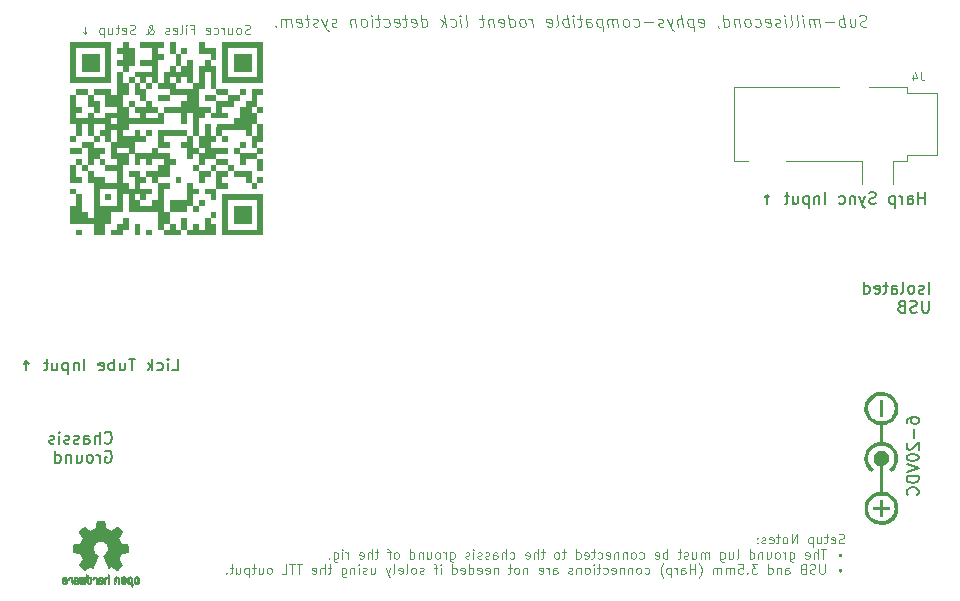
<source format=gbo>
%TF.GenerationSoftware,KiCad,Pcbnew,7.0.6-7.0.6~ubuntu20.04.1*%
%TF.CreationDate,2023-09-06T11:46:54-07:00*%
%TF.ProjectId,harp_lick_detector_capactive,68617270-5f6c-4696-936b-5f6465746563,rev?*%
%TF.SameCoordinates,PX640a5a0PY7088980*%
%TF.FileFunction,Legend,Bot*%
%TF.FilePolarity,Positive*%
%FSLAX46Y46*%
G04 Gerber Fmt 4.6, Leading zero omitted, Abs format (unit mm)*
G04 Created by KiCad (PCBNEW 7.0.6-7.0.6~ubuntu20.04.1) date 2023-09-06 11:46:54*
%MOMM*%
%LPD*%
G01*
G04 APERTURE LIST*
%ADD10C,0.200000*%
%ADD11C,0.120000*%
%ADD12C,0.100000*%
%ADD13C,0.010000*%
G04 APERTURE END LIST*
D10*
X9158898Y12638020D02*
X9206517Y12590400D01*
X9206517Y12590400D02*
X9349374Y12542781D01*
X9349374Y12542781D02*
X9444612Y12542781D01*
X9444612Y12542781D02*
X9587469Y12590400D01*
X9587469Y12590400D02*
X9682707Y12685639D01*
X9682707Y12685639D02*
X9730326Y12780877D01*
X9730326Y12780877D02*
X9777945Y12971353D01*
X9777945Y12971353D02*
X9777945Y13114210D01*
X9777945Y13114210D02*
X9730326Y13304686D01*
X9730326Y13304686D02*
X9682707Y13399924D01*
X9682707Y13399924D02*
X9587469Y13495162D01*
X9587469Y13495162D02*
X9444612Y13542781D01*
X9444612Y13542781D02*
X9349374Y13542781D01*
X9349374Y13542781D02*
X9206517Y13495162D01*
X9206517Y13495162D02*
X9158898Y13447543D01*
X8730326Y12542781D02*
X8730326Y13542781D01*
X8301755Y12542781D02*
X8301755Y13066591D01*
X8301755Y13066591D02*
X8349374Y13161829D01*
X8349374Y13161829D02*
X8444612Y13209448D01*
X8444612Y13209448D02*
X8587469Y13209448D01*
X8587469Y13209448D02*
X8682707Y13161829D01*
X8682707Y13161829D02*
X8730326Y13114210D01*
X7396993Y12542781D02*
X7396993Y13066591D01*
X7396993Y13066591D02*
X7444612Y13161829D01*
X7444612Y13161829D02*
X7539850Y13209448D01*
X7539850Y13209448D02*
X7730326Y13209448D01*
X7730326Y13209448D02*
X7825564Y13161829D01*
X7396993Y12590400D02*
X7492231Y12542781D01*
X7492231Y12542781D02*
X7730326Y12542781D01*
X7730326Y12542781D02*
X7825564Y12590400D01*
X7825564Y12590400D02*
X7873183Y12685639D01*
X7873183Y12685639D02*
X7873183Y12780877D01*
X7873183Y12780877D02*
X7825564Y12876115D01*
X7825564Y12876115D02*
X7730326Y12923734D01*
X7730326Y12923734D02*
X7492231Y12923734D01*
X7492231Y12923734D02*
X7396993Y12971353D01*
X6968421Y12590400D02*
X6873183Y12542781D01*
X6873183Y12542781D02*
X6682707Y12542781D01*
X6682707Y12542781D02*
X6587469Y12590400D01*
X6587469Y12590400D02*
X6539850Y12685639D01*
X6539850Y12685639D02*
X6539850Y12733258D01*
X6539850Y12733258D02*
X6587469Y12828496D01*
X6587469Y12828496D02*
X6682707Y12876115D01*
X6682707Y12876115D02*
X6825564Y12876115D01*
X6825564Y12876115D02*
X6920802Y12923734D01*
X6920802Y12923734D02*
X6968421Y13018972D01*
X6968421Y13018972D02*
X6968421Y13066591D01*
X6968421Y13066591D02*
X6920802Y13161829D01*
X6920802Y13161829D02*
X6825564Y13209448D01*
X6825564Y13209448D02*
X6682707Y13209448D01*
X6682707Y13209448D02*
X6587469Y13161829D01*
X6158897Y12590400D02*
X6063659Y12542781D01*
X6063659Y12542781D02*
X5873183Y12542781D01*
X5873183Y12542781D02*
X5777945Y12590400D01*
X5777945Y12590400D02*
X5730326Y12685639D01*
X5730326Y12685639D02*
X5730326Y12733258D01*
X5730326Y12733258D02*
X5777945Y12828496D01*
X5777945Y12828496D02*
X5873183Y12876115D01*
X5873183Y12876115D02*
X6016040Y12876115D01*
X6016040Y12876115D02*
X6111278Y12923734D01*
X6111278Y12923734D02*
X6158897Y13018972D01*
X6158897Y13018972D02*
X6158897Y13066591D01*
X6158897Y13066591D02*
X6111278Y13161829D01*
X6111278Y13161829D02*
X6016040Y13209448D01*
X6016040Y13209448D02*
X5873183Y13209448D01*
X5873183Y13209448D02*
X5777945Y13161829D01*
X5301754Y12542781D02*
X5301754Y13209448D01*
X5301754Y13542781D02*
X5349373Y13495162D01*
X5349373Y13495162D02*
X5301754Y13447543D01*
X5301754Y13447543D02*
X5254135Y13495162D01*
X5254135Y13495162D02*
X5301754Y13542781D01*
X5301754Y13542781D02*
X5301754Y13447543D01*
X4873183Y12590400D02*
X4777945Y12542781D01*
X4777945Y12542781D02*
X4587469Y12542781D01*
X4587469Y12542781D02*
X4492231Y12590400D01*
X4492231Y12590400D02*
X4444612Y12685639D01*
X4444612Y12685639D02*
X4444612Y12733258D01*
X4444612Y12733258D02*
X4492231Y12828496D01*
X4492231Y12828496D02*
X4587469Y12876115D01*
X4587469Y12876115D02*
X4730326Y12876115D01*
X4730326Y12876115D02*
X4825564Y12923734D01*
X4825564Y12923734D02*
X4873183Y13018972D01*
X4873183Y13018972D02*
X4873183Y13066591D01*
X4873183Y13066591D02*
X4825564Y13161829D01*
X4825564Y13161829D02*
X4730326Y13209448D01*
X4730326Y13209448D02*
X4587469Y13209448D01*
X4587469Y13209448D02*
X4492231Y13161829D01*
X9206517Y11885162D02*
X9301755Y11932781D01*
X9301755Y11932781D02*
X9444612Y11932781D01*
X9444612Y11932781D02*
X9587469Y11885162D01*
X9587469Y11885162D02*
X9682707Y11789924D01*
X9682707Y11789924D02*
X9730326Y11694686D01*
X9730326Y11694686D02*
X9777945Y11504210D01*
X9777945Y11504210D02*
X9777945Y11361353D01*
X9777945Y11361353D02*
X9730326Y11170877D01*
X9730326Y11170877D02*
X9682707Y11075639D01*
X9682707Y11075639D02*
X9587469Y10980400D01*
X9587469Y10980400D02*
X9444612Y10932781D01*
X9444612Y10932781D02*
X9349374Y10932781D01*
X9349374Y10932781D02*
X9206517Y10980400D01*
X9206517Y10980400D02*
X9158898Y11028020D01*
X9158898Y11028020D02*
X9158898Y11361353D01*
X9158898Y11361353D02*
X9349374Y11361353D01*
X8730326Y10932781D02*
X8730326Y11599448D01*
X8730326Y11408972D02*
X8682707Y11504210D01*
X8682707Y11504210D02*
X8635088Y11551829D01*
X8635088Y11551829D02*
X8539850Y11599448D01*
X8539850Y11599448D02*
X8444612Y11599448D01*
X7968421Y10932781D02*
X8063659Y10980400D01*
X8063659Y10980400D02*
X8111278Y11028020D01*
X8111278Y11028020D02*
X8158897Y11123258D01*
X8158897Y11123258D02*
X8158897Y11408972D01*
X8158897Y11408972D02*
X8111278Y11504210D01*
X8111278Y11504210D02*
X8063659Y11551829D01*
X8063659Y11551829D02*
X7968421Y11599448D01*
X7968421Y11599448D02*
X7825564Y11599448D01*
X7825564Y11599448D02*
X7730326Y11551829D01*
X7730326Y11551829D02*
X7682707Y11504210D01*
X7682707Y11504210D02*
X7635088Y11408972D01*
X7635088Y11408972D02*
X7635088Y11123258D01*
X7635088Y11123258D02*
X7682707Y11028020D01*
X7682707Y11028020D02*
X7730326Y10980400D01*
X7730326Y10980400D02*
X7825564Y10932781D01*
X7825564Y10932781D02*
X7968421Y10932781D01*
X6777945Y11599448D02*
X6777945Y10932781D01*
X7206516Y11599448D02*
X7206516Y11075639D01*
X7206516Y11075639D02*
X7158897Y10980400D01*
X7158897Y10980400D02*
X7063659Y10932781D01*
X7063659Y10932781D02*
X6920802Y10932781D01*
X6920802Y10932781D02*
X6825564Y10980400D01*
X6825564Y10980400D02*
X6777945Y11028020D01*
X6301754Y11599448D02*
X6301754Y10932781D01*
X6301754Y11504210D02*
X6254135Y11551829D01*
X6254135Y11551829D02*
X6158897Y11599448D01*
X6158897Y11599448D02*
X6016040Y11599448D01*
X6016040Y11599448D02*
X5920802Y11551829D01*
X5920802Y11551829D02*
X5873183Y11456591D01*
X5873183Y11456591D02*
X5873183Y10932781D01*
X4968421Y10932781D02*
X4968421Y11932781D01*
X4968421Y10980400D02*
X5063659Y10932781D01*
X5063659Y10932781D02*
X5254135Y10932781D01*
X5254135Y10932781D02*
X5349373Y10980400D01*
X5349373Y10980400D02*
X5396992Y11028020D01*
X5396992Y11028020D02*
X5444611Y11123258D01*
X5444611Y11123258D02*
X5444611Y11408972D01*
X5444611Y11408972D02*
X5396992Y11504210D01*
X5396992Y11504210D02*
X5349373Y11551829D01*
X5349373Y11551829D02*
X5254135Y11599448D01*
X5254135Y11599448D02*
X5063659Y11599448D01*
X5063659Y11599448D02*
X4968421Y11551829D01*
X77067219Y14301756D02*
X77067219Y14492232D01*
X77067219Y14492232D02*
X77114838Y14587470D01*
X77114838Y14587470D02*
X77162457Y14635089D01*
X77162457Y14635089D02*
X77305314Y14730327D01*
X77305314Y14730327D02*
X77495790Y14777946D01*
X77495790Y14777946D02*
X77876742Y14777946D01*
X77876742Y14777946D02*
X77971980Y14730327D01*
X77971980Y14730327D02*
X78019600Y14682708D01*
X78019600Y14682708D02*
X78067219Y14587470D01*
X78067219Y14587470D02*
X78067219Y14396994D01*
X78067219Y14396994D02*
X78019600Y14301756D01*
X78019600Y14301756D02*
X77971980Y14254137D01*
X77971980Y14254137D02*
X77876742Y14206518D01*
X77876742Y14206518D02*
X77638647Y14206518D01*
X77638647Y14206518D02*
X77543409Y14254137D01*
X77543409Y14254137D02*
X77495790Y14301756D01*
X77495790Y14301756D02*
X77448171Y14396994D01*
X77448171Y14396994D02*
X77448171Y14587470D01*
X77448171Y14587470D02*
X77495790Y14682708D01*
X77495790Y14682708D02*
X77543409Y14730327D01*
X77543409Y14730327D02*
X77638647Y14777946D01*
X77686266Y13777946D02*
X77686266Y13016041D01*
X77162457Y12587470D02*
X77114838Y12539851D01*
X77114838Y12539851D02*
X77067219Y12444613D01*
X77067219Y12444613D02*
X77067219Y12206518D01*
X77067219Y12206518D02*
X77114838Y12111280D01*
X77114838Y12111280D02*
X77162457Y12063661D01*
X77162457Y12063661D02*
X77257695Y12016042D01*
X77257695Y12016042D02*
X77352933Y12016042D01*
X77352933Y12016042D02*
X77495790Y12063661D01*
X77495790Y12063661D02*
X78067219Y12635089D01*
X78067219Y12635089D02*
X78067219Y12016042D01*
X77067219Y11396994D02*
X77067219Y11301756D01*
X77067219Y11301756D02*
X77114838Y11206518D01*
X77114838Y11206518D02*
X77162457Y11158899D01*
X77162457Y11158899D02*
X77257695Y11111280D01*
X77257695Y11111280D02*
X77448171Y11063661D01*
X77448171Y11063661D02*
X77686266Y11063661D01*
X77686266Y11063661D02*
X77876742Y11111280D01*
X77876742Y11111280D02*
X77971980Y11158899D01*
X77971980Y11158899D02*
X78019600Y11206518D01*
X78019600Y11206518D02*
X78067219Y11301756D01*
X78067219Y11301756D02*
X78067219Y11396994D01*
X78067219Y11396994D02*
X78019600Y11492232D01*
X78019600Y11492232D02*
X77971980Y11539851D01*
X77971980Y11539851D02*
X77876742Y11587470D01*
X77876742Y11587470D02*
X77686266Y11635089D01*
X77686266Y11635089D02*
X77448171Y11635089D01*
X77448171Y11635089D02*
X77257695Y11587470D01*
X77257695Y11587470D02*
X77162457Y11539851D01*
X77162457Y11539851D02*
X77114838Y11492232D01*
X77114838Y11492232D02*
X77067219Y11396994D01*
X77067219Y10777946D02*
X78067219Y10444613D01*
X78067219Y10444613D02*
X77067219Y10111280D01*
X78067219Y9777946D02*
X77067219Y9777946D01*
X77067219Y9777946D02*
X77067219Y9539851D01*
X77067219Y9539851D02*
X77114838Y9396994D01*
X77114838Y9396994D02*
X77210076Y9301756D01*
X77210076Y9301756D02*
X77305314Y9254137D01*
X77305314Y9254137D02*
X77495790Y9206518D01*
X77495790Y9206518D02*
X77638647Y9206518D01*
X77638647Y9206518D02*
X77829123Y9254137D01*
X77829123Y9254137D02*
X77924361Y9301756D01*
X77924361Y9301756D02*
X78019600Y9396994D01*
X78019600Y9396994D02*
X78067219Y9539851D01*
X78067219Y9539851D02*
X78067219Y9777946D01*
X77971980Y8206518D02*
X78019600Y8254137D01*
X78019600Y8254137D02*
X78067219Y8396994D01*
X78067219Y8396994D02*
X78067219Y8492232D01*
X78067219Y8492232D02*
X78019600Y8635089D01*
X78019600Y8635089D02*
X77924361Y8730327D01*
X77924361Y8730327D02*
X77829123Y8777946D01*
X77829123Y8777946D02*
X77638647Y8825565D01*
X77638647Y8825565D02*
X77495790Y8825565D01*
X77495790Y8825565D02*
X77305314Y8777946D01*
X77305314Y8777946D02*
X77210076Y8730327D01*
X77210076Y8730327D02*
X77114838Y8635089D01*
X77114838Y8635089D02*
X77067219Y8492232D01*
X77067219Y8492232D02*
X77067219Y8396994D01*
X77067219Y8396994D02*
X77114838Y8254137D01*
X77114838Y8254137D02*
X77162457Y8206518D01*
D11*
X21468672Y47242240D02*
X21354386Y47204145D01*
X21354386Y47204145D02*
X21163910Y47204145D01*
X21163910Y47204145D02*
X21087719Y47242240D01*
X21087719Y47242240D02*
X21049624Y47280336D01*
X21049624Y47280336D02*
X21011529Y47356526D01*
X21011529Y47356526D02*
X21011529Y47432717D01*
X21011529Y47432717D02*
X21049624Y47508907D01*
X21049624Y47508907D02*
X21087719Y47547002D01*
X21087719Y47547002D02*
X21163910Y47585098D01*
X21163910Y47585098D02*
X21316291Y47623193D01*
X21316291Y47623193D02*
X21392481Y47661288D01*
X21392481Y47661288D02*
X21430576Y47699383D01*
X21430576Y47699383D02*
X21468672Y47775574D01*
X21468672Y47775574D02*
X21468672Y47851764D01*
X21468672Y47851764D02*
X21430576Y47927955D01*
X21430576Y47927955D02*
X21392481Y47966050D01*
X21392481Y47966050D02*
X21316291Y48004145D01*
X21316291Y48004145D02*
X21125814Y48004145D01*
X21125814Y48004145D02*
X21011529Y47966050D01*
X20554386Y47204145D02*
X20630576Y47242240D01*
X20630576Y47242240D02*
X20668671Y47280336D01*
X20668671Y47280336D02*
X20706767Y47356526D01*
X20706767Y47356526D02*
X20706767Y47585098D01*
X20706767Y47585098D02*
X20668671Y47661288D01*
X20668671Y47661288D02*
X20630576Y47699383D01*
X20630576Y47699383D02*
X20554386Y47737479D01*
X20554386Y47737479D02*
X20440100Y47737479D01*
X20440100Y47737479D02*
X20363909Y47699383D01*
X20363909Y47699383D02*
X20325814Y47661288D01*
X20325814Y47661288D02*
X20287719Y47585098D01*
X20287719Y47585098D02*
X20287719Y47356526D01*
X20287719Y47356526D02*
X20325814Y47280336D01*
X20325814Y47280336D02*
X20363909Y47242240D01*
X20363909Y47242240D02*
X20440100Y47204145D01*
X20440100Y47204145D02*
X20554386Y47204145D01*
X19602004Y47737479D02*
X19602004Y47204145D01*
X19944861Y47737479D02*
X19944861Y47318431D01*
X19944861Y47318431D02*
X19906766Y47242240D01*
X19906766Y47242240D02*
X19830576Y47204145D01*
X19830576Y47204145D02*
X19716290Y47204145D01*
X19716290Y47204145D02*
X19640099Y47242240D01*
X19640099Y47242240D02*
X19602004Y47280336D01*
X19221051Y47204145D02*
X19221051Y47737479D01*
X19221051Y47585098D02*
X19182956Y47661288D01*
X19182956Y47661288D02*
X19144861Y47699383D01*
X19144861Y47699383D02*
X19068670Y47737479D01*
X19068670Y47737479D02*
X18992480Y47737479D01*
X18382956Y47242240D02*
X18459147Y47204145D01*
X18459147Y47204145D02*
X18611528Y47204145D01*
X18611528Y47204145D02*
X18687718Y47242240D01*
X18687718Y47242240D02*
X18725813Y47280336D01*
X18725813Y47280336D02*
X18763909Y47356526D01*
X18763909Y47356526D02*
X18763909Y47585098D01*
X18763909Y47585098D02*
X18725813Y47661288D01*
X18725813Y47661288D02*
X18687718Y47699383D01*
X18687718Y47699383D02*
X18611528Y47737479D01*
X18611528Y47737479D02*
X18459147Y47737479D01*
X18459147Y47737479D02*
X18382956Y47699383D01*
X17735337Y47242240D02*
X17811528Y47204145D01*
X17811528Y47204145D02*
X17963909Y47204145D01*
X17963909Y47204145D02*
X18040099Y47242240D01*
X18040099Y47242240D02*
X18078195Y47318431D01*
X18078195Y47318431D02*
X18078195Y47623193D01*
X18078195Y47623193D02*
X18040099Y47699383D01*
X18040099Y47699383D02*
X17963909Y47737479D01*
X17963909Y47737479D02*
X17811528Y47737479D01*
X17811528Y47737479D02*
X17735337Y47699383D01*
X17735337Y47699383D02*
X17697242Y47623193D01*
X17697242Y47623193D02*
X17697242Y47547002D01*
X17697242Y47547002D02*
X18078195Y47470812D01*
X16478195Y47623193D02*
X16744861Y47623193D01*
X16744861Y47204145D02*
X16744861Y48004145D01*
X16744861Y48004145D02*
X16363909Y48004145D01*
X16059147Y47204145D02*
X16059147Y47737479D01*
X16059147Y48004145D02*
X16097243Y47966050D01*
X16097243Y47966050D02*
X16059147Y47927955D01*
X16059147Y47927955D02*
X16021052Y47966050D01*
X16021052Y47966050D02*
X16059147Y48004145D01*
X16059147Y48004145D02*
X16059147Y47927955D01*
X15563910Y47204145D02*
X15640100Y47242240D01*
X15640100Y47242240D02*
X15678195Y47318431D01*
X15678195Y47318431D02*
X15678195Y48004145D01*
X14954385Y47242240D02*
X15030576Y47204145D01*
X15030576Y47204145D02*
X15182957Y47204145D01*
X15182957Y47204145D02*
X15259147Y47242240D01*
X15259147Y47242240D02*
X15297243Y47318431D01*
X15297243Y47318431D02*
X15297243Y47623193D01*
X15297243Y47623193D02*
X15259147Y47699383D01*
X15259147Y47699383D02*
X15182957Y47737479D01*
X15182957Y47737479D02*
X15030576Y47737479D01*
X15030576Y47737479D02*
X14954385Y47699383D01*
X14954385Y47699383D02*
X14916290Y47623193D01*
X14916290Y47623193D02*
X14916290Y47547002D01*
X14916290Y47547002D02*
X15297243Y47470812D01*
X14611529Y47242240D02*
X14535338Y47204145D01*
X14535338Y47204145D02*
X14382957Y47204145D01*
X14382957Y47204145D02*
X14306767Y47242240D01*
X14306767Y47242240D02*
X14268671Y47318431D01*
X14268671Y47318431D02*
X14268671Y47356526D01*
X14268671Y47356526D02*
X14306767Y47432717D01*
X14306767Y47432717D02*
X14382957Y47470812D01*
X14382957Y47470812D02*
X14497243Y47470812D01*
X14497243Y47470812D02*
X14573433Y47508907D01*
X14573433Y47508907D02*
X14611529Y47585098D01*
X14611529Y47585098D02*
X14611529Y47623193D01*
X14611529Y47623193D02*
X14573433Y47699383D01*
X14573433Y47699383D02*
X14497243Y47737479D01*
X14497243Y47737479D02*
X14382957Y47737479D01*
X14382957Y47737479D02*
X14306767Y47699383D01*
X12668671Y47204145D02*
X12706767Y47204145D01*
X12706767Y47204145D02*
X12782957Y47242240D01*
X12782957Y47242240D02*
X12897243Y47356526D01*
X12897243Y47356526D02*
X13087719Y47585098D01*
X13087719Y47585098D02*
X13163909Y47699383D01*
X13163909Y47699383D02*
X13202005Y47813669D01*
X13202005Y47813669D02*
X13202005Y47889860D01*
X13202005Y47889860D02*
X13163909Y47966050D01*
X13163909Y47966050D02*
X13087719Y48004145D01*
X13087719Y48004145D02*
X13049624Y48004145D01*
X13049624Y48004145D02*
X12973433Y47966050D01*
X12973433Y47966050D02*
X12935338Y47889860D01*
X12935338Y47889860D02*
X12935338Y47851764D01*
X12935338Y47851764D02*
X12973433Y47775574D01*
X12973433Y47775574D02*
X13011528Y47737479D01*
X13011528Y47737479D02*
X13240100Y47585098D01*
X13240100Y47585098D02*
X13278195Y47547002D01*
X13278195Y47547002D02*
X13316290Y47470812D01*
X13316290Y47470812D02*
X13316290Y47356526D01*
X13316290Y47356526D02*
X13278195Y47280336D01*
X13278195Y47280336D02*
X13240100Y47242240D01*
X13240100Y47242240D02*
X13163909Y47204145D01*
X13163909Y47204145D02*
X13049624Y47204145D01*
X13049624Y47204145D02*
X12973433Y47242240D01*
X12973433Y47242240D02*
X12935338Y47280336D01*
X12935338Y47280336D02*
X12821052Y47432717D01*
X12821052Y47432717D02*
X12782957Y47547002D01*
X12782957Y47547002D02*
X12782957Y47623193D01*
X11754386Y47242240D02*
X11640100Y47204145D01*
X11640100Y47204145D02*
X11449624Y47204145D01*
X11449624Y47204145D02*
X11373433Y47242240D01*
X11373433Y47242240D02*
X11335338Y47280336D01*
X11335338Y47280336D02*
X11297243Y47356526D01*
X11297243Y47356526D02*
X11297243Y47432717D01*
X11297243Y47432717D02*
X11335338Y47508907D01*
X11335338Y47508907D02*
X11373433Y47547002D01*
X11373433Y47547002D02*
X11449624Y47585098D01*
X11449624Y47585098D02*
X11602005Y47623193D01*
X11602005Y47623193D02*
X11678195Y47661288D01*
X11678195Y47661288D02*
X11716290Y47699383D01*
X11716290Y47699383D02*
X11754386Y47775574D01*
X11754386Y47775574D02*
X11754386Y47851764D01*
X11754386Y47851764D02*
X11716290Y47927955D01*
X11716290Y47927955D02*
X11678195Y47966050D01*
X11678195Y47966050D02*
X11602005Y48004145D01*
X11602005Y48004145D02*
X11411528Y48004145D01*
X11411528Y48004145D02*
X11297243Y47966050D01*
X10649623Y47242240D02*
X10725814Y47204145D01*
X10725814Y47204145D02*
X10878195Y47204145D01*
X10878195Y47204145D02*
X10954385Y47242240D01*
X10954385Y47242240D02*
X10992481Y47318431D01*
X10992481Y47318431D02*
X10992481Y47623193D01*
X10992481Y47623193D02*
X10954385Y47699383D01*
X10954385Y47699383D02*
X10878195Y47737479D01*
X10878195Y47737479D02*
X10725814Y47737479D01*
X10725814Y47737479D02*
X10649623Y47699383D01*
X10649623Y47699383D02*
X10611528Y47623193D01*
X10611528Y47623193D02*
X10611528Y47547002D01*
X10611528Y47547002D02*
X10992481Y47470812D01*
X10382957Y47737479D02*
X10078195Y47737479D01*
X10268671Y48004145D02*
X10268671Y47318431D01*
X10268671Y47318431D02*
X10230576Y47242240D01*
X10230576Y47242240D02*
X10154386Y47204145D01*
X10154386Y47204145D02*
X10078195Y47204145D01*
X9468671Y47737479D02*
X9468671Y47204145D01*
X9811528Y47737479D02*
X9811528Y47318431D01*
X9811528Y47318431D02*
X9773433Y47242240D01*
X9773433Y47242240D02*
X9697243Y47204145D01*
X9697243Y47204145D02*
X9582957Y47204145D01*
X9582957Y47204145D02*
X9506766Y47242240D01*
X9506766Y47242240D02*
X9468671Y47280336D01*
X9087718Y47737479D02*
X9087718Y46937479D01*
X9087718Y47699383D02*
X9011528Y47737479D01*
X9011528Y47737479D02*
X8859147Y47737479D01*
X8859147Y47737479D02*
X8782956Y47699383D01*
X8782956Y47699383D02*
X8744861Y47661288D01*
X8744861Y47661288D02*
X8706766Y47585098D01*
X8706766Y47585098D02*
X8706766Y47356526D01*
X8706766Y47356526D02*
X8744861Y47280336D01*
X8744861Y47280336D02*
X8782956Y47242240D01*
X8782956Y47242240D02*
X8859147Y47204145D01*
X8859147Y47204145D02*
X9011528Y47204145D01*
X9011528Y47204145D02*
X9087718Y47242240D01*
X7449622Y47813669D02*
X7449622Y47204145D01*
X7297241Y47356526D02*
X7449622Y47204145D01*
X7449622Y47204145D02*
X7602003Y47356526D01*
D10*
X78630326Y32832781D02*
X78630326Y33832781D01*
X78630326Y33356591D02*
X78058898Y33356591D01*
X78058898Y32832781D02*
X78058898Y33832781D01*
X77154136Y32832781D02*
X77154136Y33356591D01*
X77154136Y33356591D02*
X77201755Y33451829D01*
X77201755Y33451829D02*
X77296993Y33499448D01*
X77296993Y33499448D02*
X77487469Y33499448D01*
X77487469Y33499448D02*
X77582707Y33451829D01*
X77154136Y32880400D02*
X77249374Y32832781D01*
X77249374Y32832781D02*
X77487469Y32832781D01*
X77487469Y32832781D02*
X77582707Y32880400D01*
X77582707Y32880400D02*
X77630326Y32975639D01*
X77630326Y32975639D02*
X77630326Y33070877D01*
X77630326Y33070877D02*
X77582707Y33166115D01*
X77582707Y33166115D02*
X77487469Y33213734D01*
X77487469Y33213734D02*
X77249374Y33213734D01*
X77249374Y33213734D02*
X77154136Y33261353D01*
X76677945Y32832781D02*
X76677945Y33499448D01*
X76677945Y33308972D02*
X76630326Y33404210D01*
X76630326Y33404210D02*
X76582707Y33451829D01*
X76582707Y33451829D02*
X76487469Y33499448D01*
X76487469Y33499448D02*
X76392231Y33499448D01*
X76058897Y33499448D02*
X76058897Y32499448D01*
X76058897Y33451829D02*
X75963659Y33499448D01*
X75963659Y33499448D02*
X75773183Y33499448D01*
X75773183Y33499448D02*
X75677945Y33451829D01*
X75677945Y33451829D02*
X75630326Y33404210D01*
X75630326Y33404210D02*
X75582707Y33308972D01*
X75582707Y33308972D02*
X75582707Y33023258D01*
X75582707Y33023258D02*
X75630326Y32928020D01*
X75630326Y32928020D02*
X75677945Y32880400D01*
X75677945Y32880400D02*
X75773183Y32832781D01*
X75773183Y32832781D02*
X75963659Y32832781D01*
X75963659Y32832781D02*
X76058897Y32880400D01*
X74439849Y32880400D02*
X74296992Y32832781D01*
X74296992Y32832781D02*
X74058897Y32832781D01*
X74058897Y32832781D02*
X73963659Y32880400D01*
X73963659Y32880400D02*
X73916040Y32928020D01*
X73916040Y32928020D02*
X73868421Y33023258D01*
X73868421Y33023258D02*
X73868421Y33118496D01*
X73868421Y33118496D02*
X73916040Y33213734D01*
X73916040Y33213734D02*
X73963659Y33261353D01*
X73963659Y33261353D02*
X74058897Y33308972D01*
X74058897Y33308972D02*
X74249373Y33356591D01*
X74249373Y33356591D02*
X74344611Y33404210D01*
X74344611Y33404210D02*
X74392230Y33451829D01*
X74392230Y33451829D02*
X74439849Y33547067D01*
X74439849Y33547067D02*
X74439849Y33642305D01*
X74439849Y33642305D02*
X74392230Y33737543D01*
X74392230Y33737543D02*
X74344611Y33785162D01*
X74344611Y33785162D02*
X74249373Y33832781D01*
X74249373Y33832781D02*
X74011278Y33832781D01*
X74011278Y33832781D02*
X73868421Y33785162D01*
X73535087Y33499448D02*
X73296992Y32832781D01*
X73058897Y33499448D02*
X73296992Y32832781D01*
X73296992Y32832781D02*
X73392230Y32594686D01*
X73392230Y32594686D02*
X73439849Y32547067D01*
X73439849Y32547067D02*
X73535087Y32499448D01*
X72677944Y33499448D02*
X72677944Y32832781D01*
X72677944Y33404210D02*
X72630325Y33451829D01*
X72630325Y33451829D02*
X72535087Y33499448D01*
X72535087Y33499448D02*
X72392230Y33499448D01*
X72392230Y33499448D02*
X72296992Y33451829D01*
X72296992Y33451829D02*
X72249373Y33356591D01*
X72249373Y33356591D02*
X72249373Y32832781D01*
X71344611Y32880400D02*
X71439849Y32832781D01*
X71439849Y32832781D02*
X71630325Y32832781D01*
X71630325Y32832781D02*
X71725563Y32880400D01*
X71725563Y32880400D02*
X71773182Y32928020D01*
X71773182Y32928020D02*
X71820801Y33023258D01*
X71820801Y33023258D02*
X71820801Y33308972D01*
X71820801Y33308972D02*
X71773182Y33404210D01*
X71773182Y33404210D02*
X71725563Y33451829D01*
X71725563Y33451829D02*
X71630325Y33499448D01*
X71630325Y33499448D02*
X71439849Y33499448D01*
X71439849Y33499448D02*
X71344611Y33451829D01*
X70154134Y32832781D02*
X70154134Y33832781D01*
X69677944Y33499448D02*
X69677944Y32832781D01*
X69677944Y33404210D02*
X69630325Y33451829D01*
X69630325Y33451829D02*
X69535087Y33499448D01*
X69535087Y33499448D02*
X69392230Y33499448D01*
X69392230Y33499448D02*
X69296992Y33451829D01*
X69296992Y33451829D02*
X69249373Y33356591D01*
X69249373Y33356591D02*
X69249373Y32832781D01*
X68773182Y33499448D02*
X68773182Y32499448D01*
X68773182Y33451829D02*
X68677944Y33499448D01*
X68677944Y33499448D02*
X68487468Y33499448D01*
X68487468Y33499448D02*
X68392230Y33451829D01*
X68392230Y33451829D02*
X68344611Y33404210D01*
X68344611Y33404210D02*
X68296992Y33308972D01*
X68296992Y33308972D02*
X68296992Y33023258D01*
X68296992Y33023258D02*
X68344611Y32928020D01*
X68344611Y32928020D02*
X68392230Y32880400D01*
X68392230Y32880400D02*
X68487468Y32832781D01*
X68487468Y32832781D02*
X68677944Y32832781D01*
X68677944Y32832781D02*
X68773182Y32880400D01*
X67439849Y33499448D02*
X67439849Y32832781D01*
X67868420Y33499448D02*
X67868420Y32975639D01*
X67868420Y32975639D02*
X67820801Y32880400D01*
X67820801Y32880400D02*
X67725563Y32832781D01*
X67725563Y32832781D02*
X67582706Y32832781D01*
X67582706Y32832781D02*
X67487468Y32880400D01*
X67487468Y32880400D02*
X67439849Y32928020D01*
X67106515Y33499448D02*
X66725563Y33499448D01*
X66963658Y33832781D02*
X66963658Y32975639D01*
X66963658Y32975639D02*
X66916039Y32880400D01*
X66916039Y32880400D02*
X66820801Y32832781D01*
X66820801Y32832781D02*
X66725563Y32832781D01*
X65249372Y32832781D02*
X65249372Y33594686D01*
X65439848Y33404210D02*
X65249372Y33594686D01*
X65249372Y33594686D02*
X65058896Y33404210D01*
X14854136Y18732781D02*
X15330326Y18732781D01*
X15330326Y18732781D02*
X15330326Y19732781D01*
X14520802Y18732781D02*
X14520802Y19399448D01*
X14520802Y19732781D02*
X14568421Y19685162D01*
X14568421Y19685162D02*
X14520802Y19637543D01*
X14520802Y19637543D02*
X14473183Y19685162D01*
X14473183Y19685162D02*
X14520802Y19732781D01*
X14520802Y19732781D02*
X14520802Y19637543D01*
X13616041Y18780400D02*
X13711279Y18732781D01*
X13711279Y18732781D02*
X13901755Y18732781D01*
X13901755Y18732781D02*
X13996993Y18780400D01*
X13996993Y18780400D02*
X14044612Y18828020D01*
X14044612Y18828020D02*
X14092231Y18923258D01*
X14092231Y18923258D02*
X14092231Y19208972D01*
X14092231Y19208972D02*
X14044612Y19304210D01*
X14044612Y19304210D02*
X13996993Y19351829D01*
X13996993Y19351829D02*
X13901755Y19399448D01*
X13901755Y19399448D02*
X13711279Y19399448D01*
X13711279Y19399448D02*
X13616041Y19351829D01*
X13187469Y18732781D02*
X13187469Y19732781D01*
X13092231Y19113734D02*
X12806517Y18732781D01*
X12806517Y19399448D02*
X13187469Y19018496D01*
X11758897Y19732781D02*
X11187469Y19732781D01*
X11473183Y18732781D02*
X11473183Y19732781D01*
X10425564Y19399448D02*
X10425564Y18732781D01*
X10854135Y19399448D02*
X10854135Y18875639D01*
X10854135Y18875639D02*
X10806516Y18780400D01*
X10806516Y18780400D02*
X10711278Y18732781D01*
X10711278Y18732781D02*
X10568421Y18732781D01*
X10568421Y18732781D02*
X10473183Y18780400D01*
X10473183Y18780400D02*
X10425564Y18828020D01*
X9949373Y18732781D02*
X9949373Y19732781D01*
X9949373Y19351829D02*
X9854135Y19399448D01*
X9854135Y19399448D02*
X9663659Y19399448D01*
X9663659Y19399448D02*
X9568421Y19351829D01*
X9568421Y19351829D02*
X9520802Y19304210D01*
X9520802Y19304210D02*
X9473183Y19208972D01*
X9473183Y19208972D02*
X9473183Y18923258D01*
X9473183Y18923258D02*
X9520802Y18828020D01*
X9520802Y18828020D02*
X9568421Y18780400D01*
X9568421Y18780400D02*
X9663659Y18732781D01*
X9663659Y18732781D02*
X9854135Y18732781D01*
X9854135Y18732781D02*
X9949373Y18780400D01*
X8663659Y18780400D02*
X8758897Y18732781D01*
X8758897Y18732781D02*
X8949373Y18732781D01*
X8949373Y18732781D02*
X9044611Y18780400D01*
X9044611Y18780400D02*
X9092230Y18875639D01*
X9092230Y18875639D02*
X9092230Y19256591D01*
X9092230Y19256591D02*
X9044611Y19351829D01*
X9044611Y19351829D02*
X8949373Y19399448D01*
X8949373Y19399448D02*
X8758897Y19399448D01*
X8758897Y19399448D02*
X8663659Y19351829D01*
X8663659Y19351829D02*
X8616040Y19256591D01*
X8616040Y19256591D02*
X8616040Y19161353D01*
X8616040Y19161353D02*
X9092230Y19066115D01*
X7425563Y18732781D02*
X7425563Y19732781D01*
X6949373Y19399448D02*
X6949373Y18732781D01*
X6949373Y19304210D02*
X6901754Y19351829D01*
X6901754Y19351829D02*
X6806516Y19399448D01*
X6806516Y19399448D02*
X6663659Y19399448D01*
X6663659Y19399448D02*
X6568421Y19351829D01*
X6568421Y19351829D02*
X6520802Y19256591D01*
X6520802Y19256591D02*
X6520802Y18732781D01*
X6044611Y19399448D02*
X6044611Y18399448D01*
X6044611Y19351829D02*
X5949373Y19399448D01*
X5949373Y19399448D02*
X5758897Y19399448D01*
X5758897Y19399448D02*
X5663659Y19351829D01*
X5663659Y19351829D02*
X5616040Y19304210D01*
X5616040Y19304210D02*
X5568421Y19208972D01*
X5568421Y19208972D02*
X5568421Y18923258D01*
X5568421Y18923258D02*
X5616040Y18828020D01*
X5616040Y18828020D02*
X5663659Y18780400D01*
X5663659Y18780400D02*
X5758897Y18732781D01*
X5758897Y18732781D02*
X5949373Y18732781D01*
X5949373Y18732781D02*
X6044611Y18780400D01*
X4711278Y19399448D02*
X4711278Y18732781D01*
X5139849Y19399448D02*
X5139849Y18875639D01*
X5139849Y18875639D02*
X5092230Y18780400D01*
X5092230Y18780400D02*
X4996992Y18732781D01*
X4996992Y18732781D02*
X4854135Y18732781D01*
X4854135Y18732781D02*
X4758897Y18780400D01*
X4758897Y18780400D02*
X4711278Y18828020D01*
X4377944Y19399448D02*
X3996992Y19399448D01*
X4235087Y19732781D02*
X4235087Y18875639D01*
X4235087Y18875639D02*
X4187468Y18780400D01*
X4187468Y18780400D02*
X4092230Y18732781D01*
X4092230Y18732781D02*
X3996992Y18732781D01*
X2520801Y18732781D02*
X2520801Y19494686D01*
X2711277Y19304210D02*
X2520801Y19494686D01*
X2520801Y19494686D02*
X2330325Y19304210D01*
D11*
X73730576Y47876240D02*
X73593672Y47828621D01*
X73593672Y47828621D02*
X73355576Y47828621D01*
X73355576Y47828621D02*
X73254386Y47876240D01*
X73254386Y47876240D02*
X73200814Y47923860D01*
X73200814Y47923860D02*
X73141291Y48019098D01*
X73141291Y48019098D02*
X73129386Y48114336D01*
X73129386Y48114336D02*
X73165100Y48209574D01*
X73165100Y48209574D02*
X73206767Y48257193D01*
X73206767Y48257193D02*
X73296053Y48304812D01*
X73296053Y48304812D02*
X73480576Y48352431D01*
X73480576Y48352431D02*
X73569862Y48400050D01*
X73569862Y48400050D02*
X73611529Y48447669D01*
X73611529Y48447669D02*
X73647243Y48542907D01*
X73647243Y48542907D02*
X73635338Y48638145D01*
X73635338Y48638145D02*
X73575814Y48733383D01*
X73575814Y48733383D02*
X73522243Y48781002D01*
X73522243Y48781002D02*
X73421053Y48828621D01*
X73421053Y48828621D02*
X73182957Y48828621D01*
X73182957Y48828621D02*
X73046053Y48781002D01*
X72224624Y48495288D02*
X72307957Y47828621D01*
X72653195Y48495288D02*
X72718672Y47971479D01*
X72718672Y47971479D02*
X72682957Y47876240D01*
X72682957Y47876240D02*
X72593672Y47828621D01*
X72593672Y47828621D02*
X72450814Y47828621D01*
X72450814Y47828621D02*
X72349624Y47876240D01*
X72349624Y47876240D02*
X72296052Y47923860D01*
X71831767Y47828621D02*
X71706767Y48828621D01*
X71754386Y48447669D02*
X71653195Y48495288D01*
X71653195Y48495288D02*
X71462719Y48495288D01*
X71462719Y48495288D02*
X71373433Y48447669D01*
X71373433Y48447669D02*
X71331767Y48400050D01*
X71331767Y48400050D02*
X71296052Y48304812D01*
X71296052Y48304812D02*
X71331767Y48019098D01*
X71331767Y48019098D02*
X71391290Y47923860D01*
X71391290Y47923860D02*
X71444862Y47876240D01*
X71444862Y47876240D02*
X71546052Y47828621D01*
X71546052Y47828621D02*
X71736529Y47828621D01*
X71736529Y47828621D02*
X71825814Y47876240D01*
X70879386Y48209574D02*
X70117481Y48209574D01*
X69688910Y47828621D02*
X69605576Y48495288D01*
X69617481Y48400050D02*
X69563910Y48447669D01*
X69563910Y48447669D02*
X69462719Y48495288D01*
X69462719Y48495288D02*
X69319862Y48495288D01*
X69319862Y48495288D02*
X69230576Y48447669D01*
X69230576Y48447669D02*
X69194862Y48352431D01*
X69194862Y48352431D02*
X69260338Y47828621D01*
X69194862Y48352431D02*
X69135338Y48447669D01*
X69135338Y48447669D02*
X69034148Y48495288D01*
X69034148Y48495288D02*
X68891291Y48495288D01*
X68891291Y48495288D02*
X68802005Y48447669D01*
X68802005Y48447669D02*
X68766291Y48352431D01*
X68766291Y48352431D02*
X68831767Y47828621D01*
X68355577Y47828621D02*
X68272243Y48495288D01*
X68230577Y48828621D02*
X68284148Y48781002D01*
X68284148Y48781002D02*
X68242481Y48733383D01*
X68242481Y48733383D02*
X68188910Y48781002D01*
X68188910Y48781002D02*
X68230577Y48828621D01*
X68230577Y48828621D02*
X68242481Y48733383D01*
X67736530Y47828621D02*
X67825815Y47876240D01*
X67825815Y47876240D02*
X67861530Y47971479D01*
X67861530Y47971479D02*
X67754387Y48828621D01*
X67212720Y47828621D02*
X67302005Y47876240D01*
X67302005Y47876240D02*
X67337720Y47971479D01*
X67337720Y47971479D02*
X67230577Y48828621D01*
X66831767Y47828621D02*
X66748433Y48495288D01*
X66706767Y48828621D02*
X66760338Y48781002D01*
X66760338Y48781002D02*
X66718671Y48733383D01*
X66718671Y48733383D02*
X66665100Y48781002D01*
X66665100Y48781002D02*
X66706767Y48828621D01*
X66706767Y48828621D02*
X66718671Y48733383D01*
X66397243Y47876240D02*
X66307958Y47828621D01*
X66307958Y47828621D02*
X66117481Y47828621D01*
X66117481Y47828621D02*
X66016291Y47876240D01*
X66016291Y47876240D02*
X65956767Y47971479D01*
X65956767Y47971479D02*
X65950815Y48019098D01*
X65950815Y48019098D02*
X65986529Y48114336D01*
X65986529Y48114336D02*
X66075815Y48161955D01*
X66075815Y48161955D02*
X66218672Y48161955D01*
X66218672Y48161955D02*
X66307958Y48209574D01*
X66307958Y48209574D02*
X66343672Y48304812D01*
X66343672Y48304812D02*
X66337720Y48352431D01*
X66337720Y48352431D02*
X66278196Y48447669D01*
X66278196Y48447669D02*
X66177005Y48495288D01*
X66177005Y48495288D02*
X66034148Y48495288D01*
X66034148Y48495288D02*
X65944862Y48447669D01*
X65159148Y47876240D02*
X65260338Y47828621D01*
X65260338Y47828621D02*
X65450815Y47828621D01*
X65450815Y47828621D02*
X65540100Y47876240D01*
X65540100Y47876240D02*
X65575815Y47971479D01*
X65575815Y47971479D02*
X65528196Y48352431D01*
X65528196Y48352431D02*
X65468672Y48447669D01*
X65468672Y48447669D02*
X65367481Y48495288D01*
X65367481Y48495288D02*
X65177005Y48495288D01*
X65177005Y48495288D02*
X65087719Y48447669D01*
X65087719Y48447669D02*
X65052005Y48352431D01*
X65052005Y48352431D02*
X65063910Y48257193D01*
X65063910Y48257193D02*
X65552005Y48161955D01*
X64254386Y47876240D02*
X64355576Y47828621D01*
X64355576Y47828621D02*
X64546053Y47828621D01*
X64546053Y47828621D02*
X64635338Y47876240D01*
X64635338Y47876240D02*
X64677005Y47923860D01*
X64677005Y47923860D02*
X64712719Y48019098D01*
X64712719Y48019098D02*
X64677005Y48304812D01*
X64677005Y48304812D02*
X64617481Y48400050D01*
X64617481Y48400050D02*
X64563910Y48447669D01*
X64563910Y48447669D02*
X64462719Y48495288D01*
X64462719Y48495288D02*
X64272243Y48495288D01*
X64272243Y48495288D02*
X64182957Y48447669D01*
X63688910Y47828621D02*
X63778195Y47876240D01*
X63778195Y47876240D02*
X63819862Y47923860D01*
X63819862Y47923860D02*
X63855576Y48019098D01*
X63855576Y48019098D02*
X63819862Y48304812D01*
X63819862Y48304812D02*
X63760338Y48400050D01*
X63760338Y48400050D02*
X63706767Y48447669D01*
X63706767Y48447669D02*
X63605576Y48495288D01*
X63605576Y48495288D02*
X63462719Y48495288D01*
X63462719Y48495288D02*
X63373433Y48447669D01*
X63373433Y48447669D02*
X63331767Y48400050D01*
X63331767Y48400050D02*
X63296052Y48304812D01*
X63296052Y48304812D02*
X63331767Y48019098D01*
X63331767Y48019098D02*
X63391290Y47923860D01*
X63391290Y47923860D02*
X63444862Y47876240D01*
X63444862Y47876240D02*
X63546052Y47828621D01*
X63546052Y47828621D02*
X63688910Y47828621D01*
X62843671Y48495288D02*
X62927005Y47828621D01*
X62855576Y48400050D02*
X62802005Y48447669D01*
X62802005Y48447669D02*
X62700814Y48495288D01*
X62700814Y48495288D02*
X62557957Y48495288D01*
X62557957Y48495288D02*
X62468671Y48447669D01*
X62468671Y48447669D02*
X62432957Y48352431D01*
X62432957Y48352431D02*
X62498433Y47828621D01*
X61593671Y47828621D02*
X61468671Y48828621D01*
X61587719Y47876240D02*
X61688909Y47828621D01*
X61688909Y47828621D02*
X61879386Y47828621D01*
X61879386Y47828621D02*
X61968671Y47876240D01*
X61968671Y47876240D02*
X62010338Y47923860D01*
X62010338Y47923860D02*
X62046052Y48019098D01*
X62046052Y48019098D02*
X62010338Y48304812D01*
X62010338Y48304812D02*
X61950814Y48400050D01*
X61950814Y48400050D02*
X61897243Y48447669D01*
X61897243Y48447669D02*
X61796052Y48495288D01*
X61796052Y48495288D02*
X61605576Y48495288D01*
X61605576Y48495288D02*
X61516290Y48447669D01*
X61063909Y47876240D02*
X61069862Y47828621D01*
X61069862Y47828621D02*
X61129385Y47733383D01*
X61129385Y47733383D02*
X61182957Y47685764D01*
X59492481Y47876240D02*
X59593671Y47828621D01*
X59593671Y47828621D02*
X59784148Y47828621D01*
X59784148Y47828621D02*
X59873433Y47876240D01*
X59873433Y47876240D02*
X59909148Y47971479D01*
X59909148Y47971479D02*
X59861529Y48352431D01*
X59861529Y48352431D02*
X59802005Y48447669D01*
X59802005Y48447669D02*
X59700814Y48495288D01*
X59700814Y48495288D02*
X59510338Y48495288D01*
X59510338Y48495288D02*
X59421052Y48447669D01*
X59421052Y48447669D02*
X59385338Y48352431D01*
X59385338Y48352431D02*
X59397243Y48257193D01*
X59397243Y48257193D02*
X59885338Y48161955D01*
X58938909Y48495288D02*
X59063909Y47495288D01*
X58944862Y48447669D02*
X58843671Y48495288D01*
X58843671Y48495288D02*
X58653195Y48495288D01*
X58653195Y48495288D02*
X58563909Y48447669D01*
X58563909Y48447669D02*
X58522243Y48400050D01*
X58522243Y48400050D02*
X58486528Y48304812D01*
X58486528Y48304812D02*
X58522243Y48019098D01*
X58522243Y48019098D02*
X58581766Y47923860D01*
X58581766Y47923860D02*
X58635338Y47876240D01*
X58635338Y47876240D02*
X58736528Y47828621D01*
X58736528Y47828621D02*
X58927005Y47828621D01*
X58927005Y47828621D02*
X59016290Y47876240D01*
X58117481Y47828621D02*
X57992481Y48828621D01*
X57688909Y47828621D02*
X57623433Y48352431D01*
X57623433Y48352431D02*
X57659147Y48447669D01*
X57659147Y48447669D02*
X57748433Y48495288D01*
X57748433Y48495288D02*
X57891290Y48495288D01*
X57891290Y48495288D02*
X57992481Y48447669D01*
X57992481Y48447669D02*
X58046052Y48400050D01*
X57224623Y48495288D02*
X57069862Y47828621D01*
X56748433Y48495288D02*
X57069862Y47828621D01*
X57069862Y47828621D02*
X57194862Y47590526D01*
X57194862Y47590526D02*
X57248433Y47542907D01*
X57248433Y47542907D02*
X57349623Y47495288D01*
X56492480Y47876240D02*
X56403195Y47828621D01*
X56403195Y47828621D02*
X56212718Y47828621D01*
X56212718Y47828621D02*
X56111528Y47876240D01*
X56111528Y47876240D02*
X56052004Y47971479D01*
X56052004Y47971479D02*
X56046052Y48019098D01*
X56046052Y48019098D02*
X56081766Y48114336D01*
X56081766Y48114336D02*
X56171052Y48161955D01*
X56171052Y48161955D02*
X56313909Y48161955D01*
X56313909Y48161955D02*
X56403195Y48209574D01*
X56403195Y48209574D02*
X56438909Y48304812D01*
X56438909Y48304812D02*
X56432957Y48352431D01*
X56432957Y48352431D02*
X56373433Y48447669D01*
X56373433Y48447669D02*
X56272242Y48495288D01*
X56272242Y48495288D02*
X56129385Y48495288D01*
X56129385Y48495288D02*
X56040099Y48447669D01*
X55593671Y48209574D02*
X54831766Y48209574D01*
X53968671Y47876240D02*
X54069861Y47828621D01*
X54069861Y47828621D02*
X54260338Y47828621D01*
X54260338Y47828621D02*
X54349623Y47876240D01*
X54349623Y47876240D02*
X54391290Y47923860D01*
X54391290Y47923860D02*
X54427004Y48019098D01*
X54427004Y48019098D02*
X54391290Y48304812D01*
X54391290Y48304812D02*
X54331766Y48400050D01*
X54331766Y48400050D02*
X54278195Y48447669D01*
X54278195Y48447669D02*
X54177004Y48495288D01*
X54177004Y48495288D02*
X53986528Y48495288D01*
X53986528Y48495288D02*
X53897242Y48447669D01*
X53403195Y47828621D02*
X53492480Y47876240D01*
X53492480Y47876240D02*
X53534147Y47923860D01*
X53534147Y47923860D02*
X53569861Y48019098D01*
X53569861Y48019098D02*
X53534147Y48304812D01*
X53534147Y48304812D02*
X53474623Y48400050D01*
X53474623Y48400050D02*
X53421052Y48447669D01*
X53421052Y48447669D02*
X53319861Y48495288D01*
X53319861Y48495288D02*
X53177004Y48495288D01*
X53177004Y48495288D02*
X53087718Y48447669D01*
X53087718Y48447669D02*
X53046052Y48400050D01*
X53046052Y48400050D02*
X53010337Y48304812D01*
X53010337Y48304812D02*
X53046052Y48019098D01*
X53046052Y48019098D02*
X53105575Y47923860D01*
X53105575Y47923860D02*
X53159147Y47876240D01*
X53159147Y47876240D02*
X53260337Y47828621D01*
X53260337Y47828621D02*
X53403195Y47828621D01*
X52641290Y47828621D02*
X52557956Y48495288D01*
X52569861Y48400050D02*
X52516290Y48447669D01*
X52516290Y48447669D02*
X52415099Y48495288D01*
X52415099Y48495288D02*
X52272242Y48495288D01*
X52272242Y48495288D02*
X52182956Y48447669D01*
X52182956Y48447669D02*
X52147242Y48352431D01*
X52147242Y48352431D02*
X52212718Y47828621D01*
X52147242Y48352431D02*
X52087718Y48447669D01*
X52087718Y48447669D02*
X51986528Y48495288D01*
X51986528Y48495288D02*
X51843671Y48495288D01*
X51843671Y48495288D02*
X51754385Y48447669D01*
X51754385Y48447669D02*
X51718671Y48352431D01*
X51718671Y48352431D02*
X51784147Y47828621D01*
X51224623Y48495288D02*
X51349623Y47495288D01*
X51230576Y48447669D02*
X51129385Y48495288D01*
X51129385Y48495288D02*
X50938909Y48495288D01*
X50938909Y48495288D02*
X50849623Y48447669D01*
X50849623Y48447669D02*
X50807957Y48400050D01*
X50807957Y48400050D02*
X50772242Y48304812D01*
X50772242Y48304812D02*
X50807957Y48019098D01*
X50807957Y48019098D02*
X50867480Y47923860D01*
X50867480Y47923860D02*
X50921052Y47876240D01*
X50921052Y47876240D02*
X51022242Y47828621D01*
X51022242Y47828621D02*
X51212719Y47828621D01*
X51212719Y47828621D02*
X51302004Y47876240D01*
X49974623Y47828621D02*
X49909147Y48352431D01*
X49909147Y48352431D02*
X49944861Y48447669D01*
X49944861Y48447669D02*
X50034147Y48495288D01*
X50034147Y48495288D02*
X50224623Y48495288D01*
X50224623Y48495288D02*
X50325814Y48447669D01*
X49968671Y47876240D02*
X50069861Y47828621D01*
X50069861Y47828621D02*
X50307957Y47828621D01*
X50307957Y47828621D02*
X50397242Y47876240D01*
X50397242Y47876240D02*
X50432957Y47971479D01*
X50432957Y47971479D02*
X50421052Y48066717D01*
X50421052Y48066717D02*
X50361528Y48161955D01*
X50361528Y48161955D02*
X50260338Y48209574D01*
X50260338Y48209574D02*
X50022242Y48209574D01*
X50022242Y48209574D02*
X49921052Y48257193D01*
X49557956Y48495288D02*
X49177004Y48495288D01*
X49373433Y48828621D02*
X49480576Y47971479D01*
X49480576Y47971479D02*
X49444861Y47876240D01*
X49444861Y47876240D02*
X49355576Y47828621D01*
X49355576Y47828621D02*
X49260337Y47828621D01*
X48927004Y47828621D02*
X48843670Y48495288D01*
X48802004Y48828621D02*
X48855575Y48781002D01*
X48855575Y48781002D02*
X48813908Y48733383D01*
X48813908Y48733383D02*
X48760337Y48781002D01*
X48760337Y48781002D02*
X48802004Y48828621D01*
X48802004Y48828621D02*
X48813908Y48733383D01*
X48450814Y47828621D02*
X48325814Y48828621D01*
X48373433Y48447669D02*
X48272242Y48495288D01*
X48272242Y48495288D02*
X48081766Y48495288D01*
X48081766Y48495288D02*
X47992480Y48447669D01*
X47992480Y48447669D02*
X47950814Y48400050D01*
X47950814Y48400050D02*
X47915099Y48304812D01*
X47915099Y48304812D02*
X47950814Y48019098D01*
X47950814Y48019098D02*
X48010337Y47923860D01*
X48010337Y47923860D02*
X48063909Y47876240D01*
X48063909Y47876240D02*
X48165099Y47828621D01*
X48165099Y47828621D02*
X48355576Y47828621D01*
X48355576Y47828621D02*
X48444861Y47876240D01*
X47403195Y47828621D02*
X47492480Y47876240D01*
X47492480Y47876240D02*
X47528195Y47971479D01*
X47528195Y47971479D02*
X47421052Y48828621D01*
X46635337Y47876240D02*
X46736527Y47828621D01*
X46736527Y47828621D02*
X46927004Y47828621D01*
X46927004Y47828621D02*
X47016289Y47876240D01*
X47016289Y47876240D02*
X47052004Y47971479D01*
X47052004Y47971479D02*
X47004385Y48352431D01*
X47004385Y48352431D02*
X46944861Y48447669D01*
X46944861Y48447669D02*
X46843670Y48495288D01*
X46843670Y48495288D02*
X46653194Y48495288D01*
X46653194Y48495288D02*
X46563908Y48447669D01*
X46563908Y48447669D02*
X46528194Y48352431D01*
X46528194Y48352431D02*
X46540099Y48257193D01*
X46540099Y48257193D02*
X47028194Y48161955D01*
X45403194Y47828621D02*
X45319860Y48495288D01*
X45343670Y48304812D02*
X45284146Y48400050D01*
X45284146Y48400050D02*
X45230575Y48447669D01*
X45230575Y48447669D02*
X45129384Y48495288D01*
X45129384Y48495288D02*
X45034146Y48495288D01*
X44641289Y47828621D02*
X44730574Y47876240D01*
X44730574Y47876240D02*
X44772241Y47923860D01*
X44772241Y47923860D02*
X44807955Y48019098D01*
X44807955Y48019098D02*
X44772241Y48304812D01*
X44772241Y48304812D02*
X44712717Y48400050D01*
X44712717Y48400050D02*
X44659146Y48447669D01*
X44659146Y48447669D02*
X44557955Y48495288D01*
X44557955Y48495288D02*
X44415098Y48495288D01*
X44415098Y48495288D02*
X44325812Y48447669D01*
X44325812Y48447669D02*
X44284146Y48400050D01*
X44284146Y48400050D02*
X44248431Y48304812D01*
X44248431Y48304812D02*
X44284146Y48019098D01*
X44284146Y48019098D02*
X44343669Y47923860D01*
X44343669Y47923860D02*
X44397241Y47876240D01*
X44397241Y47876240D02*
X44498431Y47828621D01*
X44498431Y47828621D02*
X44641289Y47828621D01*
X43450812Y47828621D02*
X43325812Y48828621D01*
X43444860Y47876240D02*
X43546050Y47828621D01*
X43546050Y47828621D02*
X43736527Y47828621D01*
X43736527Y47828621D02*
X43825812Y47876240D01*
X43825812Y47876240D02*
X43867479Y47923860D01*
X43867479Y47923860D02*
X43903193Y48019098D01*
X43903193Y48019098D02*
X43867479Y48304812D01*
X43867479Y48304812D02*
X43807955Y48400050D01*
X43807955Y48400050D02*
X43754384Y48447669D01*
X43754384Y48447669D02*
X43653193Y48495288D01*
X43653193Y48495288D02*
X43462717Y48495288D01*
X43462717Y48495288D02*
X43373431Y48447669D01*
X42587717Y47876240D02*
X42688907Y47828621D01*
X42688907Y47828621D02*
X42879384Y47828621D01*
X42879384Y47828621D02*
X42968669Y47876240D01*
X42968669Y47876240D02*
X43004384Y47971479D01*
X43004384Y47971479D02*
X42956765Y48352431D01*
X42956765Y48352431D02*
X42897241Y48447669D01*
X42897241Y48447669D02*
X42796050Y48495288D01*
X42796050Y48495288D02*
X42605574Y48495288D01*
X42605574Y48495288D02*
X42516288Y48447669D01*
X42516288Y48447669D02*
X42480574Y48352431D01*
X42480574Y48352431D02*
X42492479Y48257193D01*
X42492479Y48257193D02*
X42980574Y48161955D01*
X42034145Y48495288D02*
X42117479Y47828621D01*
X42046050Y48400050D02*
X41992479Y48447669D01*
X41992479Y48447669D02*
X41891288Y48495288D01*
X41891288Y48495288D02*
X41748431Y48495288D01*
X41748431Y48495288D02*
X41659145Y48447669D01*
X41659145Y48447669D02*
X41623431Y48352431D01*
X41623431Y48352431D02*
X41688907Y47828621D01*
X41272240Y48495288D02*
X40891288Y48495288D01*
X41087717Y48828621D02*
X41194860Y47971479D01*
X41194860Y47971479D02*
X41159145Y47876240D01*
X41159145Y47876240D02*
X41069860Y47828621D01*
X41069860Y47828621D02*
X40974621Y47828621D01*
X39736526Y47828621D02*
X39825811Y47876240D01*
X39825811Y47876240D02*
X39861526Y47971479D01*
X39861526Y47971479D02*
X39754383Y48828621D01*
X39355573Y47828621D02*
X39272239Y48495288D01*
X39230573Y48828621D02*
X39284144Y48781002D01*
X39284144Y48781002D02*
X39242477Y48733383D01*
X39242477Y48733383D02*
X39188906Y48781002D01*
X39188906Y48781002D02*
X39230573Y48828621D01*
X39230573Y48828621D02*
X39242477Y48733383D01*
X38444859Y47876240D02*
X38546049Y47828621D01*
X38546049Y47828621D02*
X38736526Y47828621D01*
X38736526Y47828621D02*
X38825811Y47876240D01*
X38825811Y47876240D02*
X38867478Y47923860D01*
X38867478Y47923860D02*
X38903192Y48019098D01*
X38903192Y48019098D02*
X38867478Y48304812D01*
X38867478Y48304812D02*
X38807954Y48400050D01*
X38807954Y48400050D02*
X38754383Y48447669D01*
X38754383Y48447669D02*
X38653192Y48495288D01*
X38653192Y48495288D02*
X38462716Y48495288D01*
X38462716Y48495288D02*
X38373430Y48447669D01*
X38022240Y47828621D02*
X37897240Y48828621D01*
X37879383Y48209574D02*
X37641287Y47828621D01*
X37557954Y48495288D02*
X37986525Y48114336D01*
X36022239Y47828621D02*
X35897239Y48828621D01*
X36016287Y47876240D02*
X36117477Y47828621D01*
X36117477Y47828621D02*
X36307954Y47828621D01*
X36307954Y47828621D02*
X36397239Y47876240D01*
X36397239Y47876240D02*
X36438906Y47923860D01*
X36438906Y47923860D02*
X36474620Y48019098D01*
X36474620Y48019098D02*
X36438906Y48304812D01*
X36438906Y48304812D02*
X36379382Y48400050D01*
X36379382Y48400050D02*
X36325811Y48447669D01*
X36325811Y48447669D02*
X36224620Y48495288D01*
X36224620Y48495288D02*
X36034144Y48495288D01*
X36034144Y48495288D02*
X35944858Y48447669D01*
X35159144Y47876240D02*
X35260334Y47828621D01*
X35260334Y47828621D02*
X35450811Y47828621D01*
X35450811Y47828621D02*
X35540096Y47876240D01*
X35540096Y47876240D02*
X35575811Y47971479D01*
X35575811Y47971479D02*
X35528192Y48352431D01*
X35528192Y48352431D02*
X35468668Y48447669D01*
X35468668Y48447669D02*
X35367477Y48495288D01*
X35367477Y48495288D02*
X35177001Y48495288D01*
X35177001Y48495288D02*
X35087715Y48447669D01*
X35087715Y48447669D02*
X35052001Y48352431D01*
X35052001Y48352431D02*
X35063906Y48257193D01*
X35063906Y48257193D02*
X35552001Y48161955D01*
X34748429Y48495288D02*
X34367477Y48495288D01*
X34563906Y48828621D02*
X34671049Y47971479D01*
X34671049Y47971479D02*
X34635334Y47876240D01*
X34635334Y47876240D02*
X34546049Y47828621D01*
X34546049Y47828621D02*
X34450810Y47828621D01*
X33730572Y47876240D02*
X33831762Y47828621D01*
X33831762Y47828621D02*
X34022239Y47828621D01*
X34022239Y47828621D02*
X34111524Y47876240D01*
X34111524Y47876240D02*
X34147239Y47971479D01*
X34147239Y47971479D02*
X34099620Y48352431D01*
X34099620Y48352431D02*
X34040096Y48447669D01*
X34040096Y48447669D02*
X33938905Y48495288D01*
X33938905Y48495288D02*
X33748429Y48495288D01*
X33748429Y48495288D02*
X33659143Y48447669D01*
X33659143Y48447669D02*
X33623429Y48352431D01*
X33623429Y48352431D02*
X33635334Y48257193D01*
X33635334Y48257193D02*
X34123429Y48161955D01*
X32825810Y47876240D02*
X32927000Y47828621D01*
X32927000Y47828621D02*
X33117477Y47828621D01*
X33117477Y47828621D02*
X33206762Y47876240D01*
X33206762Y47876240D02*
X33248429Y47923860D01*
X33248429Y47923860D02*
X33284143Y48019098D01*
X33284143Y48019098D02*
X33248429Y48304812D01*
X33248429Y48304812D02*
X33188905Y48400050D01*
X33188905Y48400050D02*
X33135334Y48447669D01*
X33135334Y48447669D02*
X33034143Y48495288D01*
X33034143Y48495288D02*
X32843667Y48495288D01*
X32843667Y48495288D02*
X32754381Y48447669D01*
X32462714Y48495288D02*
X32081762Y48495288D01*
X32278191Y48828621D02*
X32385334Y47971479D01*
X32385334Y47971479D02*
X32349619Y47876240D01*
X32349619Y47876240D02*
X32260334Y47828621D01*
X32260334Y47828621D02*
X32165095Y47828621D01*
X31831762Y47828621D02*
X31748428Y48495288D01*
X31706762Y48828621D02*
X31760333Y48781002D01*
X31760333Y48781002D02*
X31718666Y48733383D01*
X31718666Y48733383D02*
X31665095Y48781002D01*
X31665095Y48781002D02*
X31706762Y48828621D01*
X31706762Y48828621D02*
X31718666Y48733383D01*
X31212715Y47828621D02*
X31302000Y47876240D01*
X31302000Y47876240D02*
X31343667Y47923860D01*
X31343667Y47923860D02*
X31379381Y48019098D01*
X31379381Y48019098D02*
X31343667Y48304812D01*
X31343667Y48304812D02*
X31284143Y48400050D01*
X31284143Y48400050D02*
X31230572Y48447669D01*
X31230572Y48447669D02*
X31129381Y48495288D01*
X31129381Y48495288D02*
X30986524Y48495288D01*
X30986524Y48495288D02*
X30897238Y48447669D01*
X30897238Y48447669D02*
X30855572Y48400050D01*
X30855572Y48400050D02*
X30819857Y48304812D01*
X30819857Y48304812D02*
X30855572Y48019098D01*
X30855572Y48019098D02*
X30915095Y47923860D01*
X30915095Y47923860D02*
X30968667Y47876240D01*
X30968667Y47876240D02*
X31069857Y47828621D01*
X31069857Y47828621D02*
X31212715Y47828621D01*
X30367476Y48495288D02*
X30450810Y47828621D01*
X30379381Y48400050D02*
X30325810Y48447669D01*
X30325810Y48447669D02*
X30224619Y48495288D01*
X30224619Y48495288D02*
X30081762Y48495288D01*
X30081762Y48495288D02*
X29992476Y48447669D01*
X29992476Y48447669D02*
X29956762Y48352431D01*
X29956762Y48352431D02*
X30022238Y47828621D01*
X28825809Y47876240D02*
X28736524Y47828621D01*
X28736524Y47828621D02*
X28546047Y47828621D01*
X28546047Y47828621D02*
X28444857Y47876240D01*
X28444857Y47876240D02*
X28385333Y47971479D01*
X28385333Y47971479D02*
X28379381Y48019098D01*
X28379381Y48019098D02*
X28415095Y48114336D01*
X28415095Y48114336D02*
X28504381Y48161955D01*
X28504381Y48161955D02*
X28647238Y48161955D01*
X28647238Y48161955D02*
X28736524Y48209574D01*
X28736524Y48209574D02*
X28772238Y48304812D01*
X28772238Y48304812D02*
X28766286Y48352431D01*
X28766286Y48352431D02*
X28706762Y48447669D01*
X28706762Y48447669D02*
X28605571Y48495288D01*
X28605571Y48495288D02*
X28462714Y48495288D01*
X28462714Y48495288D02*
X28373428Y48447669D01*
X27986523Y48495288D02*
X27831762Y47828621D01*
X27510333Y48495288D02*
X27831762Y47828621D01*
X27831762Y47828621D02*
X27956762Y47590526D01*
X27956762Y47590526D02*
X28010333Y47542907D01*
X28010333Y47542907D02*
X28111523Y47495288D01*
X27254380Y47876240D02*
X27165095Y47828621D01*
X27165095Y47828621D02*
X26974618Y47828621D01*
X26974618Y47828621D02*
X26873428Y47876240D01*
X26873428Y47876240D02*
X26813904Y47971479D01*
X26813904Y47971479D02*
X26807952Y48019098D01*
X26807952Y48019098D02*
X26843666Y48114336D01*
X26843666Y48114336D02*
X26932952Y48161955D01*
X26932952Y48161955D02*
X27075809Y48161955D01*
X27075809Y48161955D02*
X27165095Y48209574D01*
X27165095Y48209574D02*
X27200809Y48304812D01*
X27200809Y48304812D02*
X27194857Y48352431D01*
X27194857Y48352431D02*
X27135333Y48447669D01*
X27135333Y48447669D02*
X27034142Y48495288D01*
X27034142Y48495288D02*
X26891285Y48495288D01*
X26891285Y48495288D02*
X26801999Y48447669D01*
X26462713Y48495288D02*
X26081761Y48495288D01*
X26278190Y48828621D02*
X26385333Y47971479D01*
X26385333Y47971479D02*
X26349618Y47876240D01*
X26349618Y47876240D02*
X26260333Y47828621D01*
X26260333Y47828621D02*
X26165094Y47828621D01*
X25444856Y47876240D02*
X25546046Y47828621D01*
X25546046Y47828621D02*
X25736523Y47828621D01*
X25736523Y47828621D02*
X25825808Y47876240D01*
X25825808Y47876240D02*
X25861523Y47971479D01*
X25861523Y47971479D02*
X25813904Y48352431D01*
X25813904Y48352431D02*
X25754380Y48447669D01*
X25754380Y48447669D02*
X25653189Y48495288D01*
X25653189Y48495288D02*
X25462713Y48495288D01*
X25462713Y48495288D02*
X25373427Y48447669D01*
X25373427Y48447669D02*
X25337713Y48352431D01*
X25337713Y48352431D02*
X25349618Y48257193D01*
X25349618Y48257193D02*
X25837713Y48161955D01*
X24974618Y47828621D02*
X24891284Y48495288D01*
X24903189Y48400050D02*
X24849618Y48447669D01*
X24849618Y48447669D02*
X24748427Y48495288D01*
X24748427Y48495288D02*
X24605570Y48495288D01*
X24605570Y48495288D02*
X24516284Y48447669D01*
X24516284Y48447669D02*
X24480570Y48352431D01*
X24480570Y48352431D02*
X24546046Y47828621D01*
X24480570Y48352431D02*
X24421046Y48447669D01*
X24421046Y48447669D02*
X24319856Y48495288D01*
X24319856Y48495288D02*
X24176999Y48495288D01*
X24176999Y48495288D02*
X24087713Y48447669D01*
X24087713Y48447669D02*
X24051999Y48352431D01*
X24051999Y48352431D02*
X24117475Y47828621D01*
X23629380Y47923860D02*
X23587713Y47876240D01*
X23587713Y47876240D02*
X23641285Y47828621D01*
X23641285Y47828621D02*
X23682951Y47876240D01*
X23682951Y47876240D02*
X23629380Y47923860D01*
X23629380Y47923860D02*
X23641285Y47828621D01*
D10*
X78930326Y25242781D02*
X78930326Y26242781D01*
X78501755Y25290400D02*
X78406517Y25242781D01*
X78406517Y25242781D02*
X78216041Y25242781D01*
X78216041Y25242781D02*
X78120803Y25290400D01*
X78120803Y25290400D02*
X78073184Y25385639D01*
X78073184Y25385639D02*
X78073184Y25433258D01*
X78073184Y25433258D02*
X78120803Y25528496D01*
X78120803Y25528496D02*
X78216041Y25576115D01*
X78216041Y25576115D02*
X78358898Y25576115D01*
X78358898Y25576115D02*
X78454136Y25623734D01*
X78454136Y25623734D02*
X78501755Y25718972D01*
X78501755Y25718972D02*
X78501755Y25766591D01*
X78501755Y25766591D02*
X78454136Y25861829D01*
X78454136Y25861829D02*
X78358898Y25909448D01*
X78358898Y25909448D02*
X78216041Y25909448D01*
X78216041Y25909448D02*
X78120803Y25861829D01*
X77501755Y25242781D02*
X77596993Y25290400D01*
X77596993Y25290400D02*
X77644612Y25338020D01*
X77644612Y25338020D02*
X77692231Y25433258D01*
X77692231Y25433258D02*
X77692231Y25718972D01*
X77692231Y25718972D02*
X77644612Y25814210D01*
X77644612Y25814210D02*
X77596993Y25861829D01*
X77596993Y25861829D02*
X77501755Y25909448D01*
X77501755Y25909448D02*
X77358898Y25909448D01*
X77358898Y25909448D02*
X77263660Y25861829D01*
X77263660Y25861829D02*
X77216041Y25814210D01*
X77216041Y25814210D02*
X77168422Y25718972D01*
X77168422Y25718972D02*
X77168422Y25433258D01*
X77168422Y25433258D02*
X77216041Y25338020D01*
X77216041Y25338020D02*
X77263660Y25290400D01*
X77263660Y25290400D02*
X77358898Y25242781D01*
X77358898Y25242781D02*
X77501755Y25242781D01*
X76596993Y25242781D02*
X76692231Y25290400D01*
X76692231Y25290400D02*
X76739850Y25385639D01*
X76739850Y25385639D02*
X76739850Y26242781D01*
X75787469Y25242781D02*
X75787469Y25766591D01*
X75787469Y25766591D02*
X75835088Y25861829D01*
X75835088Y25861829D02*
X75930326Y25909448D01*
X75930326Y25909448D02*
X76120802Y25909448D01*
X76120802Y25909448D02*
X76216040Y25861829D01*
X75787469Y25290400D02*
X75882707Y25242781D01*
X75882707Y25242781D02*
X76120802Y25242781D01*
X76120802Y25242781D02*
X76216040Y25290400D01*
X76216040Y25290400D02*
X76263659Y25385639D01*
X76263659Y25385639D02*
X76263659Y25480877D01*
X76263659Y25480877D02*
X76216040Y25576115D01*
X76216040Y25576115D02*
X76120802Y25623734D01*
X76120802Y25623734D02*
X75882707Y25623734D01*
X75882707Y25623734D02*
X75787469Y25671353D01*
X75454135Y25909448D02*
X75073183Y25909448D01*
X75311278Y26242781D02*
X75311278Y25385639D01*
X75311278Y25385639D02*
X75263659Y25290400D01*
X75263659Y25290400D02*
X75168421Y25242781D01*
X75168421Y25242781D02*
X75073183Y25242781D01*
X74358897Y25290400D02*
X74454135Y25242781D01*
X74454135Y25242781D02*
X74644611Y25242781D01*
X74644611Y25242781D02*
X74739849Y25290400D01*
X74739849Y25290400D02*
X74787468Y25385639D01*
X74787468Y25385639D02*
X74787468Y25766591D01*
X74787468Y25766591D02*
X74739849Y25861829D01*
X74739849Y25861829D02*
X74644611Y25909448D01*
X74644611Y25909448D02*
X74454135Y25909448D01*
X74454135Y25909448D02*
X74358897Y25861829D01*
X74358897Y25861829D02*
X74311278Y25766591D01*
X74311278Y25766591D02*
X74311278Y25671353D01*
X74311278Y25671353D02*
X74787468Y25576115D01*
X73454135Y25242781D02*
X73454135Y26242781D01*
X73454135Y25290400D02*
X73549373Y25242781D01*
X73549373Y25242781D02*
X73739849Y25242781D01*
X73739849Y25242781D02*
X73835087Y25290400D01*
X73835087Y25290400D02*
X73882706Y25338020D01*
X73882706Y25338020D02*
X73930325Y25433258D01*
X73930325Y25433258D02*
X73930325Y25718972D01*
X73930325Y25718972D02*
X73882706Y25814210D01*
X73882706Y25814210D02*
X73835087Y25861829D01*
X73835087Y25861829D02*
X73739849Y25909448D01*
X73739849Y25909448D02*
X73549373Y25909448D01*
X73549373Y25909448D02*
X73454135Y25861829D01*
X78930326Y24632781D02*
X78930326Y23823258D01*
X78930326Y23823258D02*
X78882707Y23728020D01*
X78882707Y23728020D02*
X78835088Y23680400D01*
X78835088Y23680400D02*
X78739850Y23632781D01*
X78739850Y23632781D02*
X78549374Y23632781D01*
X78549374Y23632781D02*
X78454136Y23680400D01*
X78454136Y23680400D02*
X78406517Y23728020D01*
X78406517Y23728020D02*
X78358898Y23823258D01*
X78358898Y23823258D02*
X78358898Y24632781D01*
X77930326Y23680400D02*
X77787469Y23632781D01*
X77787469Y23632781D02*
X77549374Y23632781D01*
X77549374Y23632781D02*
X77454136Y23680400D01*
X77454136Y23680400D02*
X77406517Y23728020D01*
X77406517Y23728020D02*
X77358898Y23823258D01*
X77358898Y23823258D02*
X77358898Y23918496D01*
X77358898Y23918496D02*
X77406517Y24013734D01*
X77406517Y24013734D02*
X77454136Y24061353D01*
X77454136Y24061353D02*
X77549374Y24108972D01*
X77549374Y24108972D02*
X77739850Y24156591D01*
X77739850Y24156591D02*
X77835088Y24204210D01*
X77835088Y24204210D02*
X77882707Y24251829D01*
X77882707Y24251829D02*
X77930326Y24347067D01*
X77930326Y24347067D02*
X77930326Y24442305D01*
X77930326Y24442305D02*
X77882707Y24537543D01*
X77882707Y24537543D02*
X77835088Y24585162D01*
X77835088Y24585162D02*
X77739850Y24632781D01*
X77739850Y24632781D02*
X77501755Y24632781D01*
X77501755Y24632781D02*
X77358898Y24585162D01*
X76596993Y24156591D02*
X76454136Y24108972D01*
X76454136Y24108972D02*
X76406517Y24061353D01*
X76406517Y24061353D02*
X76358898Y23966115D01*
X76358898Y23966115D02*
X76358898Y23823258D01*
X76358898Y23823258D02*
X76406517Y23728020D01*
X76406517Y23728020D02*
X76454136Y23680400D01*
X76454136Y23680400D02*
X76549374Y23632781D01*
X76549374Y23632781D02*
X76930326Y23632781D01*
X76930326Y23632781D02*
X76930326Y24632781D01*
X76930326Y24632781D02*
X76596993Y24632781D01*
X76596993Y24632781D02*
X76501755Y24585162D01*
X76501755Y24585162D02*
X76454136Y24537543D01*
X76454136Y24537543D02*
X76406517Y24442305D01*
X76406517Y24442305D02*
X76406517Y24347067D01*
X76406517Y24347067D02*
X76454136Y24251829D01*
X76454136Y24251829D02*
X76501755Y24204210D01*
X76501755Y24204210D02*
X76596993Y24156591D01*
X76596993Y24156591D02*
X76930326Y24156591D01*
D11*
X71768672Y4118240D02*
X71654386Y4080145D01*
X71654386Y4080145D02*
X71463910Y4080145D01*
X71463910Y4080145D02*
X71387719Y4118240D01*
X71387719Y4118240D02*
X71349624Y4156336D01*
X71349624Y4156336D02*
X71311529Y4232526D01*
X71311529Y4232526D02*
X71311529Y4308717D01*
X71311529Y4308717D02*
X71349624Y4384907D01*
X71349624Y4384907D02*
X71387719Y4423002D01*
X71387719Y4423002D02*
X71463910Y4461098D01*
X71463910Y4461098D02*
X71616291Y4499193D01*
X71616291Y4499193D02*
X71692481Y4537288D01*
X71692481Y4537288D02*
X71730576Y4575383D01*
X71730576Y4575383D02*
X71768672Y4651574D01*
X71768672Y4651574D02*
X71768672Y4727764D01*
X71768672Y4727764D02*
X71730576Y4803955D01*
X71730576Y4803955D02*
X71692481Y4842050D01*
X71692481Y4842050D02*
X71616291Y4880145D01*
X71616291Y4880145D02*
X71425814Y4880145D01*
X71425814Y4880145D02*
X71311529Y4842050D01*
X70663909Y4118240D02*
X70740100Y4080145D01*
X70740100Y4080145D02*
X70892481Y4080145D01*
X70892481Y4080145D02*
X70968671Y4118240D01*
X70968671Y4118240D02*
X71006767Y4194431D01*
X71006767Y4194431D02*
X71006767Y4499193D01*
X71006767Y4499193D02*
X70968671Y4575383D01*
X70968671Y4575383D02*
X70892481Y4613479D01*
X70892481Y4613479D02*
X70740100Y4613479D01*
X70740100Y4613479D02*
X70663909Y4575383D01*
X70663909Y4575383D02*
X70625814Y4499193D01*
X70625814Y4499193D02*
X70625814Y4423002D01*
X70625814Y4423002D02*
X71006767Y4346812D01*
X70397243Y4613479D02*
X70092481Y4613479D01*
X70282957Y4880145D02*
X70282957Y4194431D01*
X70282957Y4194431D02*
X70244862Y4118240D01*
X70244862Y4118240D02*
X70168672Y4080145D01*
X70168672Y4080145D02*
X70092481Y4080145D01*
X69482957Y4613479D02*
X69482957Y4080145D01*
X69825814Y4613479D02*
X69825814Y4194431D01*
X69825814Y4194431D02*
X69787719Y4118240D01*
X69787719Y4118240D02*
X69711529Y4080145D01*
X69711529Y4080145D02*
X69597243Y4080145D01*
X69597243Y4080145D02*
X69521052Y4118240D01*
X69521052Y4118240D02*
X69482957Y4156336D01*
X69102004Y4613479D02*
X69102004Y3813479D01*
X69102004Y4575383D02*
X69025814Y4613479D01*
X69025814Y4613479D02*
X68873433Y4613479D01*
X68873433Y4613479D02*
X68797242Y4575383D01*
X68797242Y4575383D02*
X68759147Y4537288D01*
X68759147Y4537288D02*
X68721052Y4461098D01*
X68721052Y4461098D02*
X68721052Y4232526D01*
X68721052Y4232526D02*
X68759147Y4156336D01*
X68759147Y4156336D02*
X68797242Y4118240D01*
X68797242Y4118240D02*
X68873433Y4080145D01*
X68873433Y4080145D02*
X69025814Y4080145D01*
X69025814Y4080145D02*
X69102004Y4118240D01*
X67768670Y4080145D02*
X67768670Y4880145D01*
X67768670Y4880145D02*
X67311527Y4080145D01*
X67311527Y4080145D02*
X67311527Y4880145D01*
X66816290Y4080145D02*
X66892480Y4118240D01*
X66892480Y4118240D02*
X66930575Y4156336D01*
X66930575Y4156336D02*
X66968671Y4232526D01*
X66968671Y4232526D02*
X66968671Y4461098D01*
X66968671Y4461098D02*
X66930575Y4537288D01*
X66930575Y4537288D02*
X66892480Y4575383D01*
X66892480Y4575383D02*
X66816290Y4613479D01*
X66816290Y4613479D02*
X66702004Y4613479D01*
X66702004Y4613479D02*
X66625813Y4575383D01*
X66625813Y4575383D02*
X66587718Y4537288D01*
X66587718Y4537288D02*
X66549623Y4461098D01*
X66549623Y4461098D02*
X66549623Y4232526D01*
X66549623Y4232526D02*
X66587718Y4156336D01*
X66587718Y4156336D02*
X66625813Y4118240D01*
X66625813Y4118240D02*
X66702004Y4080145D01*
X66702004Y4080145D02*
X66816290Y4080145D01*
X66321051Y4613479D02*
X66016289Y4613479D01*
X66206765Y4880145D02*
X66206765Y4194431D01*
X66206765Y4194431D02*
X66168670Y4118240D01*
X66168670Y4118240D02*
X66092480Y4080145D01*
X66092480Y4080145D02*
X66016289Y4080145D01*
X65444860Y4118240D02*
X65521051Y4080145D01*
X65521051Y4080145D02*
X65673432Y4080145D01*
X65673432Y4080145D02*
X65749622Y4118240D01*
X65749622Y4118240D02*
X65787718Y4194431D01*
X65787718Y4194431D02*
X65787718Y4499193D01*
X65787718Y4499193D02*
X65749622Y4575383D01*
X65749622Y4575383D02*
X65673432Y4613479D01*
X65673432Y4613479D02*
X65521051Y4613479D01*
X65521051Y4613479D02*
X65444860Y4575383D01*
X65444860Y4575383D02*
X65406765Y4499193D01*
X65406765Y4499193D02*
X65406765Y4423002D01*
X65406765Y4423002D02*
X65787718Y4346812D01*
X65102004Y4118240D02*
X65025813Y4080145D01*
X65025813Y4080145D02*
X64873432Y4080145D01*
X64873432Y4080145D02*
X64797242Y4118240D01*
X64797242Y4118240D02*
X64759146Y4194431D01*
X64759146Y4194431D02*
X64759146Y4232526D01*
X64759146Y4232526D02*
X64797242Y4308717D01*
X64797242Y4308717D02*
X64873432Y4346812D01*
X64873432Y4346812D02*
X64987718Y4346812D01*
X64987718Y4346812D02*
X65063908Y4384907D01*
X65063908Y4384907D02*
X65102004Y4461098D01*
X65102004Y4461098D02*
X65102004Y4499193D01*
X65102004Y4499193D02*
X65063908Y4575383D01*
X65063908Y4575383D02*
X64987718Y4613479D01*
X64987718Y4613479D02*
X64873432Y4613479D01*
X64873432Y4613479D02*
X64797242Y4575383D01*
X64416289Y4156336D02*
X64378194Y4118240D01*
X64378194Y4118240D02*
X64416289Y4080145D01*
X64416289Y4080145D02*
X64454385Y4118240D01*
X64454385Y4118240D02*
X64416289Y4156336D01*
X64416289Y4156336D02*
X64416289Y4080145D01*
X64416289Y4575383D02*
X64378194Y4537288D01*
X64378194Y4537288D02*
X64416289Y4499193D01*
X64416289Y4499193D02*
X64454385Y4537288D01*
X64454385Y4537288D02*
X64416289Y4575383D01*
X64416289Y4575383D02*
X64416289Y4499193D01*
X71502005Y3173098D02*
X71502005Y3020717D01*
X71463910Y3020717D02*
X71463910Y3173098D01*
X71425814Y3211193D02*
X71425814Y2982621D01*
X71387719Y3020717D02*
X71387719Y3173098D01*
X71349624Y3173098D02*
X71349624Y3020717D01*
X71502005Y3058812D02*
X71425814Y2982621D01*
X71425814Y2982621D02*
X71349624Y3058812D01*
X71502005Y3135002D02*
X71425814Y3211193D01*
X71425814Y3211193D02*
X71349624Y3135002D01*
X71502005Y3173098D02*
X71425814Y3211193D01*
X71425814Y3211193D02*
X71349624Y3173098D01*
X71349624Y3173098D02*
X71311529Y3096907D01*
X71311529Y3096907D02*
X71349624Y3020717D01*
X71349624Y3020717D02*
X71425814Y2982621D01*
X71425814Y2982621D02*
X71502005Y3020717D01*
X71502005Y3020717D02*
X71540100Y3096907D01*
X71540100Y3096907D02*
X71502005Y3173098D01*
X70244862Y3592145D02*
X69787719Y3592145D01*
X70016291Y2792145D02*
X70016291Y3592145D01*
X69521052Y2792145D02*
X69521052Y3592145D01*
X69178195Y2792145D02*
X69178195Y3211193D01*
X69178195Y3211193D02*
X69216290Y3287383D01*
X69216290Y3287383D02*
X69292481Y3325479D01*
X69292481Y3325479D02*
X69406767Y3325479D01*
X69406767Y3325479D02*
X69482957Y3287383D01*
X69482957Y3287383D02*
X69521052Y3249288D01*
X68492480Y2830240D02*
X68568671Y2792145D01*
X68568671Y2792145D02*
X68721052Y2792145D01*
X68721052Y2792145D02*
X68797242Y2830240D01*
X68797242Y2830240D02*
X68835338Y2906431D01*
X68835338Y2906431D02*
X68835338Y3211193D01*
X68835338Y3211193D02*
X68797242Y3287383D01*
X68797242Y3287383D02*
X68721052Y3325479D01*
X68721052Y3325479D02*
X68568671Y3325479D01*
X68568671Y3325479D02*
X68492480Y3287383D01*
X68492480Y3287383D02*
X68454385Y3211193D01*
X68454385Y3211193D02*
X68454385Y3135002D01*
X68454385Y3135002D02*
X68835338Y3058812D01*
X67159147Y3325479D02*
X67159147Y2677860D01*
X67159147Y2677860D02*
X67197242Y2601669D01*
X67197242Y2601669D02*
X67235338Y2563574D01*
X67235338Y2563574D02*
X67311528Y2525479D01*
X67311528Y2525479D02*
X67425814Y2525479D01*
X67425814Y2525479D02*
X67502004Y2563574D01*
X67159147Y2830240D02*
X67235338Y2792145D01*
X67235338Y2792145D02*
X67387719Y2792145D01*
X67387719Y2792145D02*
X67463909Y2830240D01*
X67463909Y2830240D02*
X67502004Y2868336D01*
X67502004Y2868336D02*
X67540100Y2944526D01*
X67540100Y2944526D02*
X67540100Y3173098D01*
X67540100Y3173098D02*
X67502004Y3249288D01*
X67502004Y3249288D02*
X67463909Y3287383D01*
X67463909Y3287383D02*
X67387719Y3325479D01*
X67387719Y3325479D02*
X67235338Y3325479D01*
X67235338Y3325479D02*
X67159147Y3287383D01*
X66778194Y2792145D02*
X66778194Y3325479D01*
X66778194Y3173098D02*
X66740099Y3249288D01*
X66740099Y3249288D02*
X66702004Y3287383D01*
X66702004Y3287383D02*
X66625813Y3325479D01*
X66625813Y3325479D02*
X66549623Y3325479D01*
X66168671Y2792145D02*
X66244861Y2830240D01*
X66244861Y2830240D02*
X66282956Y2868336D01*
X66282956Y2868336D02*
X66321052Y2944526D01*
X66321052Y2944526D02*
X66321052Y3173098D01*
X66321052Y3173098D02*
X66282956Y3249288D01*
X66282956Y3249288D02*
X66244861Y3287383D01*
X66244861Y3287383D02*
X66168671Y3325479D01*
X66168671Y3325479D02*
X66054385Y3325479D01*
X66054385Y3325479D02*
X65978194Y3287383D01*
X65978194Y3287383D02*
X65940099Y3249288D01*
X65940099Y3249288D02*
X65902004Y3173098D01*
X65902004Y3173098D02*
X65902004Y2944526D01*
X65902004Y2944526D02*
X65940099Y2868336D01*
X65940099Y2868336D02*
X65978194Y2830240D01*
X65978194Y2830240D02*
X66054385Y2792145D01*
X66054385Y2792145D02*
X66168671Y2792145D01*
X65216289Y3325479D02*
X65216289Y2792145D01*
X65559146Y3325479D02*
X65559146Y2906431D01*
X65559146Y2906431D02*
X65521051Y2830240D01*
X65521051Y2830240D02*
X65444861Y2792145D01*
X65444861Y2792145D02*
X65330575Y2792145D01*
X65330575Y2792145D02*
X65254384Y2830240D01*
X65254384Y2830240D02*
X65216289Y2868336D01*
X64835336Y3325479D02*
X64835336Y2792145D01*
X64835336Y3249288D02*
X64797241Y3287383D01*
X64797241Y3287383D02*
X64721051Y3325479D01*
X64721051Y3325479D02*
X64606765Y3325479D01*
X64606765Y3325479D02*
X64530574Y3287383D01*
X64530574Y3287383D02*
X64492479Y3211193D01*
X64492479Y3211193D02*
X64492479Y2792145D01*
X63768669Y2792145D02*
X63768669Y3592145D01*
X63768669Y2830240D02*
X63844860Y2792145D01*
X63844860Y2792145D02*
X63997241Y2792145D01*
X63997241Y2792145D02*
X64073431Y2830240D01*
X64073431Y2830240D02*
X64111526Y2868336D01*
X64111526Y2868336D02*
X64149622Y2944526D01*
X64149622Y2944526D02*
X64149622Y3173098D01*
X64149622Y3173098D02*
X64111526Y3249288D01*
X64111526Y3249288D02*
X64073431Y3287383D01*
X64073431Y3287383D02*
X63997241Y3325479D01*
X63997241Y3325479D02*
X63844860Y3325479D01*
X63844860Y3325479D02*
X63768669Y3287383D01*
X62663907Y2792145D02*
X62740097Y2830240D01*
X62740097Y2830240D02*
X62778192Y2906431D01*
X62778192Y2906431D02*
X62778192Y3592145D01*
X62016287Y3325479D02*
X62016287Y2792145D01*
X62359144Y3325479D02*
X62359144Y2906431D01*
X62359144Y2906431D02*
X62321049Y2830240D01*
X62321049Y2830240D02*
X62244859Y2792145D01*
X62244859Y2792145D02*
X62130573Y2792145D01*
X62130573Y2792145D02*
X62054382Y2830240D01*
X62054382Y2830240D02*
X62016287Y2868336D01*
X61292477Y3325479D02*
X61292477Y2677860D01*
X61292477Y2677860D02*
X61330572Y2601669D01*
X61330572Y2601669D02*
X61368668Y2563574D01*
X61368668Y2563574D02*
X61444858Y2525479D01*
X61444858Y2525479D02*
X61559144Y2525479D01*
X61559144Y2525479D02*
X61635334Y2563574D01*
X61292477Y2830240D02*
X61368668Y2792145D01*
X61368668Y2792145D02*
X61521049Y2792145D01*
X61521049Y2792145D02*
X61597239Y2830240D01*
X61597239Y2830240D02*
X61635334Y2868336D01*
X61635334Y2868336D02*
X61673430Y2944526D01*
X61673430Y2944526D02*
X61673430Y3173098D01*
X61673430Y3173098D02*
X61635334Y3249288D01*
X61635334Y3249288D02*
X61597239Y3287383D01*
X61597239Y3287383D02*
X61521049Y3325479D01*
X61521049Y3325479D02*
X61368668Y3325479D01*
X61368668Y3325479D02*
X61292477Y3287383D01*
X60302000Y2792145D02*
X60302000Y3325479D01*
X60302000Y3249288D02*
X60263905Y3287383D01*
X60263905Y3287383D02*
X60187715Y3325479D01*
X60187715Y3325479D02*
X60073429Y3325479D01*
X60073429Y3325479D02*
X59997238Y3287383D01*
X59997238Y3287383D02*
X59959143Y3211193D01*
X59959143Y3211193D02*
X59959143Y2792145D01*
X59959143Y3211193D02*
X59921048Y3287383D01*
X59921048Y3287383D02*
X59844857Y3325479D01*
X59844857Y3325479D02*
X59730572Y3325479D01*
X59730572Y3325479D02*
X59654381Y3287383D01*
X59654381Y3287383D02*
X59616286Y3211193D01*
X59616286Y3211193D02*
X59616286Y2792145D01*
X58892476Y3325479D02*
X58892476Y2792145D01*
X59235333Y3325479D02*
X59235333Y2906431D01*
X59235333Y2906431D02*
X59197238Y2830240D01*
X59197238Y2830240D02*
X59121048Y2792145D01*
X59121048Y2792145D02*
X59006762Y2792145D01*
X59006762Y2792145D02*
X58930571Y2830240D01*
X58930571Y2830240D02*
X58892476Y2868336D01*
X58549619Y2830240D02*
X58473428Y2792145D01*
X58473428Y2792145D02*
X58321047Y2792145D01*
X58321047Y2792145D02*
X58244857Y2830240D01*
X58244857Y2830240D02*
X58206761Y2906431D01*
X58206761Y2906431D02*
X58206761Y2944526D01*
X58206761Y2944526D02*
X58244857Y3020717D01*
X58244857Y3020717D02*
X58321047Y3058812D01*
X58321047Y3058812D02*
X58435333Y3058812D01*
X58435333Y3058812D02*
X58511523Y3096907D01*
X58511523Y3096907D02*
X58549619Y3173098D01*
X58549619Y3173098D02*
X58549619Y3211193D01*
X58549619Y3211193D02*
X58511523Y3287383D01*
X58511523Y3287383D02*
X58435333Y3325479D01*
X58435333Y3325479D02*
X58321047Y3325479D01*
X58321047Y3325479D02*
X58244857Y3287383D01*
X57978190Y3325479D02*
X57673428Y3325479D01*
X57863904Y3592145D02*
X57863904Y2906431D01*
X57863904Y2906431D02*
X57825809Y2830240D01*
X57825809Y2830240D02*
X57749619Y2792145D01*
X57749619Y2792145D02*
X57673428Y2792145D01*
X56797237Y2792145D02*
X56797237Y3592145D01*
X56797237Y3287383D02*
X56721047Y3325479D01*
X56721047Y3325479D02*
X56568666Y3325479D01*
X56568666Y3325479D02*
X56492475Y3287383D01*
X56492475Y3287383D02*
X56454380Y3249288D01*
X56454380Y3249288D02*
X56416285Y3173098D01*
X56416285Y3173098D02*
X56416285Y2944526D01*
X56416285Y2944526D02*
X56454380Y2868336D01*
X56454380Y2868336D02*
X56492475Y2830240D01*
X56492475Y2830240D02*
X56568666Y2792145D01*
X56568666Y2792145D02*
X56721047Y2792145D01*
X56721047Y2792145D02*
X56797237Y2830240D01*
X55768665Y2830240D02*
X55844856Y2792145D01*
X55844856Y2792145D02*
X55997237Y2792145D01*
X55997237Y2792145D02*
X56073427Y2830240D01*
X56073427Y2830240D02*
X56111523Y2906431D01*
X56111523Y2906431D02*
X56111523Y3211193D01*
X56111523Y3211193D02*
X56073427Y3287383D01*
X56073427Y3287383D02*
X55997237Y3325479D01*
X55997237Y3325479D02*
X55844856Y3325479D01*
X55844856Y3325479D02*
X55768665Y3287383D01*
X55768665Y3287383D02*
X55730570Y3211193D01*
X55730570Y3211193D02*
X55730570Y3135002D01*
X55730570Y3135002D02*
X56111523Y3058812D01*
X54435332Y2830240D02*
X54511523Y2792145D01*
X54511523Y2792145D02*
X54663904Y2792145D01*
X54663904Y2792145D02*
X54740094Y2830240D01*
X54740094Y2830240D02*
X54778189Y2868336D01*
X54778189Y2868336D02*
X54816285Y2944526D01*
X54816285Y2944526D02*
X54816285Y3173098D01*
X54816285Y3173098D02*
X54778189Y3249288D01*
X54778189Y3249288D02*
X54740094Y3287383D01*
X54740094Y3287383D02*
X54663904Y3325479D01*
X54663904Y3325479D02*
X54511523Y3325479D01*
X54511523Y3325479D02*
X54435332Y3287383D01*
X53978190Y2792145D02*
X54054380Y2830240D01*
X54054380Y2830240D02*
X54092475Y2868336D01*
X54092475Y2868336D02*
X54130571Y2944526D01*
X54130571Y2944526D02*
X54130571Y3173098D01*
X54130571Y3173098D02*
X54092475Y3249288D01*
X54092475Y3249288D02*
X54054380Y3287383D01*
X54054380Y3287383D02*
X53978190Y3325479D01*
X53978190Y3325479D02*
X53863904Y3325479D01*
X53863904Y3325479D02*
X53787713Y3287383D01*
X53787713Y3287383D02*
X53749618Y3249288D01*
X53749618Y3249288D02*
X53711523Y3173098D01*
X53711523Y3173098D02*
X53711523Y2944526D01*
X53711523Y2944526D02*
X53749618Y2868336D01*
X53749618Y2868336D02*
X53787713Y2830240D01*
X53787713Y2830240D02*
X53863904Y2792145D01*
X53863904Y2792145D02*
X53978190Y2792145D01*
X53368665Y3325479D02*
X53368665Y2792145D01*
X53368665Y3249288D02*
X53330570Y3287383D01*
X53330570Y3287383D02*
X53254380Y3325479D01*
X53254380Y3325479D02*
X53140094Y3325479D01*
X53140094Y3325479D02*
X53063903Y3287383D01*
X53063903Y3287383D02*
X53025808Y3211193D01*
X53025808Y3211193D02*
X53025808Y2792145D01*
X52644855Y3325479D02*
X52644855Y2792145D01*
X52644855Y3249288D02*
X52606760Y3287383D01*
X52606760Y3287383D02*
X52530570Y3325479D01*
X52530570Y3325479D02*
X52416284Y3325479D01*
X52416284Y3325479D02*
X52340093Y3287383D01*
X52340093Y3287383D02*
X52301998Y3211193D01*
X52301998Y3211193D02*
X52301998Y2792145D01*
X51616283Y2830240D02*
X51692474Y2792145D01*
X51692474Y2792145D02*
X51844855Y2792145D01*
X51844855Y2792145D02*
X51921045Y2830240D01*
X51921045Y2830240D02*
X51959141Y2906431D01*
X51959141Y2906431D02*
X51959141Y3211193D01*
X51959141Y3211193D02*
X51921045Y3287383D01*
X51921045Y3287383D02*
X51844855Y3325479D01*
X51844855Y3325479D02*
X51692474Y3325479D01*
X51692474Y3325479D02*
X51616283Y3287383D01*
X51616283Y3287383D02*
X51578188Y3211193D01*
X51578188Y3211193D02*
X51578188Y3135002D01*
X51578188Y3135002D02*
X51959141Y3058812D01*
X50892474Y2830240D02*
X50968665Y2792145D01*
X50968665Y2792145D02*
X51121046Y2792145D01*
X51121046Y2792145D02*
X51197236Y2830240D01*
X51197236Y2830240D02*
X51235331Y2868336D01*
X51235331Y2868336D02*
X51273427Y2944526D01*
X51273427Y2944526D02*
X51273427Y3173098D01*
X51273427Y3173098D02*
X51235331Y3249288D01*
X51235331Y3249288D02*
X51197236Y3287383D01*
X51197236Y3287383D02*
X51121046Y3325479D01*
X51121046Y3325479D02*
X50968665Y3325479D01*
X50968665Y3325479D02*
X50892474Y3287383D01*
X50663903Y3325479D02*
X50359141Y3325479D01*
X50549617Y3592145D02*
X50549617Y2906431D01*
X50549617Y2906431D02*
X50511522Y2830240D01*
X50511522Y2830240D02*
X50435332Y2792145D01*
X50435332Y2792145D02*
X50359141Y2792145D01*
X49787712Y2830240D02*
X49863903Y2792145D01*
X49863903Y2792145D02*
X50016284Y2792145D01*
X50016284Y2792145D02*
X50092474Y2830240D01*
X50092474Y2830240D02*
X50130570Y2906431D01*
X50130570Y2906431D02*
X50130570Y3211193D01*
X50130570Y3211193D02*
X50092474Y3287383D01*
X50092474Y3287383D02*
X50016284Y3325479D01*
X50016284Y3325479D02*
X49863903Y3325479D01*
X49863903Y3325479D02*
X49787712Y3287383D01*
X49787712Y3287383D02*
X49749617Y3211193D01*
X49749617Y3211193D02*
X49749617Y3135002D01*
X49749617Y3135002D02*
X50130570Y3058812D01*
X49063903Y2792145D02*
X49063903Y3592145D01*
X49063903Y2830240D02*
X49140094Y2792145D01*
X49140094Y2792145D02*
X49292475Y2792145D01*
X49292475Y2792145D02*
X49368665Y2830240D01*
X49368665Y2830240D02*
X49406760Y2868336D01*
X49406760Y2868336D02*
X49444856Y2944526D01*
X49444856Y2944526D02*
X49444856Y3173098D01*
X49444856Y3173098D02*
X49406760Y3249288D01*
X49406760Y3249288D02*
X49368665Y3287383D01*
X49368665Y3287383D02*
X49292475Y3325479D01*
X49292475Y3325479D02*
X49140094Y3325479D01*
X49140094Y3325479D02*
X49063903Y3287383D01*
X48187712Y3325479D02*
X47882950Y3325479D01*
X48073426Y3592145D02*
X48073426Y2906431D01*
X48073426Y2906431D02*
X48035331Y2830240D01*
X48035331Y2830240D02*
X47959141Y2792145D01*
X47959141Y2792145D02*
X47882950Y2792145D01*
X47501998Y2792145D02*
X47578188Y2830240D01*
X47578188Y2830240D02*
X47616283Y2868336D01*
X47616283Y2868336D02*
X47654379Y2944526D01*
X47654379Y2944526D02*
X47654379Y3173098D01*
X47654379Y3173098D02*
X47616283Y3249288D01*
X47616283Y3249288D02*
X47578188Y3287383D01*
X47578188Y3287383D02*
X47501998Y3325479D01*
X47501998Y3325479D02*
X47387712Y3325479D01*
X47387712Y3325479D02*
X47311521Y3287383D01*
X47311521Y3287383D02*
X47273426Y3249288D01*
X47273426Y3249288D02*
X47235331Y3173098D01*
X47235331Y3173098D02*
X47235331Y2944526D01*
X47235331Y2944526D02*
X47273426Y2868336D01*
X47273426Y2868336D02*
X47311521Y2830240D01*
X47311521Y2830240D02*
X47387712Y2792145D01*
X47387712Y2792145D02*
X47501998Y2792145D01*
X46397235Y3325479D02*
X46092473Y3325479D01*
X46282949Y3592145D02*
X46282949Y2906431D01*
X46282949Y2906431D02*
X46244854Y2830240D01*
X46244854Y2830240D02*
X46168664Y2792145D01*
X46168664Y2792145D02*
X46092473Y2792145D01*
X45825806Y2792145D02*
X45825806Y3592145D01*
X45482949Y2792145D02*
X45482949Y3211193D01*
X45482949Y3211193D02*
X45521044Y3287383D01*
X45521044Y3287383D02*
X45597235Y3325479D01*
X45597235Y3325479D02*
X45711521Y3325479D01*
X45711521Y3325479D02*
X45787711Y3287383D01*
X45787711Y3287383D02*
X45825806Y3249288D01*
X44797234Y2830240D02*
X44873425Y2792145D01*
X44873425Y2792145D02*
X45025806Y2792145D01*
X45025806Y2792145D02*
X45101996Y2830240D01*
X45101996Y2830240D02*
X45140092Y2906431D01*
X45140092Y2906431D02*
X45140092Y3211193D01*
X45140092Y3211193D02*
X45101996Y3287383D01*
X45101996Y3287383D02*
X45025806Y3325479D01*
X45025806Y3325479D02*
X44873425Y3325479D01*
X44873425Y3325479D02*
X44797234Y3287383D01*
X44797234Y3287383D02*
X44759139Y3211193D01*
X44759139Y3211193D02*
X44759139Y3135002D01*
X44759139Y3135002D02*
X45140092Y3058812D01*
X43463901Y2830240D02*
X43540092Y2792145D01*
X43540092Y2792145D02*
X43692473Y2792145D01*
X43692473Y2792145D02*
X43768663Y2830240D01*
X43768663Y2830240D02*
X43806758Y2868336D01*
X43806758Y2868336D02*
X43844854Y2944526D01*
X43844854Y2944526D02*
X43844854Y3173098D01*
X43844854Y3173098D02*
X43806758Y3249288D01*
X43806758Y3249288D02*
X43768663Y3287383D01*
X43768663Y3287383D02*
X43692473Y3325479D01*
X43692473Y3325479D02*
X43540092Y3325479D01*
X43540092Y3325479D02*
X43463901Y3287383D01*
X43121044Y2792145D02*
X43121044Y3592145D01*
X42778187Y2792145D02*
X42778187Y3211193D01*
X42778187Y3211193D02*
X42816282Y3287383D01*
X42816282Y3287383D02*
X42892473Y3325479D01*
X42892473Y3325479D02*
X43006759Y3325479D01*
X43006759Y3325479D02*
X43082949Y3287383D01*
X43082949Y3287383D02*
X43121044Y3249288D01*
X42054377Y2792145D02*
X42054377Y3211193D01*
X42054377Y3211193D02*
X42092472Y3287383D01*
X42092472Y3287383D02*
X42168663Y3325479D01*
X42168663Y3325479D02*
X42321044Y3325479D01*
X42321044Y3325479D02*
X42397234Y3287383D01*
X42054377Y2830240D02*
X42130568Y2792145D01*
X42130568Y2792145D02*
X42321044Y2792145D01*
X42321044Y2792145D02*
X42397234Y2830240D01*
X42397234Y2830240D02*
X42435330Y2906431D01*
X42435330Y2906431D02*
X42435330Y2982621D01*
X42435330Y2982621D02*
X42397234Y3058812D01*
X42397234Y3058812D02*
X42321044Y3096907D01*
X42321044Y3096907D02*
X42130568Y3096907D01*
X42130568Y3096907D02*
X42054377Y3135002D01*
X41711520Y2830240D02*
X41635329Y2792145D01*
X41635329Y2792145D02*
X41482948Y2792145D01*
X41482948Y2792145D02*
X41406758Y2830240D01*
X41406758Y2830240D02*
X41368662Y2906431D01*
X41368662Y2906431D02*
X41368662Y2944526D01*
X41368662Y2944526D02*
X41406758Y3020717D01*
X41406758Y3020717D02*
X41482948Y3058812D01*
X41482948Y3058812D02*
X41597234Y3058812D01*
X41597234Y3058812D02*
X41673424Y3096907D01*
X41673424Y3096907D02*
X41711520Y3173098D01*
X41711520Y3173098D02*
X41711520Y3211193D01*
X41711520Y3211193D02*
X41673424Y3287383D01*
X41673424Y3287383D02*
X41597234Y3325479D01*
X41597234Y3325479D02*
X41482948Y3325479D01*
X41482948Y3325479D02*
X41406758Y3287383D01*
X41063901Y2830240D02*
X40987710Y2792145D01*
X40987710Y2792145D02*
X40835329Y2792145D01*
X40835329Y2792145D02*
X40759139Y2830240D01*
X40759139Y2830240D02*
X40721043Y2906431D01*
X40721043Y2906431D02*
X40721043Y2944526D01*
X40721043Y2944526D02*
X40759139Y3020717D01*
X40759139Y3020717D02*
X40835329Y3058812D01*
X40835329Y3058812D02*
X40949615Y3058812D01*
X40949615Y3058812D02*
X41025805Y3096907D01*
X41025805Y3096907D02*
X41063901Y3173098D01*
X41063901Y3173098D02*
X41063901Y3211193D01*
X41063901Y3211193D02*
X41025805Y3287383D01*
X41025805Y3287383D02*
X40949615Y3325479D01*
X40949615Y3325479D02*
X40835329Y3325479D01*
X40835329Y3325479D02*
X40759139Y3287383D01*
X40378186Y2792145D02*
X40378186Y3325479D01*
X40378186Y3592145D02*
X40416282Y3554050D01*
X40416282Y3554050D02*
X40378186Y3515955D01*
X40378186Y3515955D02*
X40340091Y3554050D01*
X40340091Y3554050D02*
X40378186Y3592145D01*
X40378186Y3592145D02*
X40378186Y3515955D01*
X40035330Y2830240D02*
X39959139Y2792145D01*
X39959139Y2792145D02*
X39806758Y2792145D01*
X39806758Y2792145D02*
X39730568Y2830240D01*
X39730568Y2830240D02*
X39692472Y2906431D01*
X39692472Y2906431D02*
X39692472Y2944526D01*
X39692472Y2944526D02*
X39730568Y3020717D01*
X39730568Y3020717D02*
X39806758Y3058812D01*
X39806758Y3058812D02*
X39921044Y3058812D01*
X39921044Y3058812D02*
X39997234Y3096907D01*
X39997234Y3096907D02*
X40035330Y3173098D01*
X40035330Y3173098D02*
X40035330Y3211193D01*
X40035330Y3211193D02*
X39997234Y3287383D01*
X39997234Y3287383D02*
X39921044Y3325479D01*
X39921044Y3325479D02*
X39806758Y3325479D01*
X39806758Y3325479D02*
X39730568Y3287383D01*
X38397234Y3325479D02*
X38397234Y2677860D01*
X38397234Y2677860D02*
X38435329Y2601669D01*
X38435329Y2601669D02*
X38473425Y2563574D01*
X38473425Y2563574D02*
X38549615Y2525479D01*
X38549615Y2525479D02*
X38663901Y2525479D01*
X38663901Y2525479D02*
X38740091Y2563574D01*
X38397234Y2830240D02*
X38473425Y2792145D01*
X38473425Y2792145D02*
X38625806Y2792145D01*
X38625806Y2792145D02*
X38701996Y2830240D01*
X38701996Y2830240D02*
X38740091Y2868336D01*
X38740091Y2868336D02*
X38778187Y2944526D01*
X38778187Y2944526D02*
X38778187Y3173098D01*
X38778187Y3173098D02*
X38740091Y3249288D01*
X38740091Y3249288D02*
X38701996Y3287383D01*
X38701996Y3287383D02*
X38625806Y3325479D01*
X38625806Y3325479D02*
X38473425Y3325479D01*
X38473425Y3325479D02*
X38397234Y3287383D01*
X38016281Y2792145D02*
X38016281Y3325479D01*
X38016281Y3173098D02*
X37978186Y3249288D01*
X37978186Y3249288D02*
X37940091Y3287383D01*
X37940091Y3287383D02*
X37863900Y3325479D01*
X37863900Y3325479D02*
X37787710Y3325479D01*
X37406758Y2792145D02*
X37482948Y2830240D01*
X37482948Y2830240D02*
X37521043Y2868336D01*
X37521043Y2868336D02*
X37559139Y2944526D01*
X37559139Y2944526D02*
X37559139Y3173098D01*
X37559139Y3173098D02*
X37521043Y3249288D01*
X37521043Y3249288D02*
X37482948Y3287383D01*
X37482948Y3287383D02*
X37406758Y3325479D01*
X37406758Y3325479D02*
X37292472Y3325479D01*
X37292472Y3325479D02*
X37216281Y3287383D01*
X37216281Y3287383D02*
X37178186Y3249288D01*
X37178186Y3249288D02*
X37140091Y3173098D01*
X37140091Y3173098D02*
X37140091Y2944526D01*
X37140091Y2944526D02*
X37178186Y2868336D01*
X37178186Y2868336D02*
X37216281Y2830240D01*
X37216281Y2830240D02*
X37292472Y2792145D01*
X37292472Y2792145D02*
X37406758Y2792145D01*
X36454376Y3325479D02*
X36454376Y2792145D01*
X36797233Y3325479D02*
X36797233Y2906431D01*
X36797233Y2906431D02*
X36759138Y2830240D01*
X36759138Y2830240D02*
X36682948Y2792145D01*
X36682948Y2792145D02*
X36568662Y2792145D01*
X36568662Y2792145D02*
X36492471Y2830240D01*
X36492471Y2830240D02*
X36454376Y2868336D01*
X36073423Y3325479D02*
X36073423Y2792145D01*
X36073423Y3249288D02*
X36035328Y3287383D01*
X36035328Y3287383D02*
X35959138Y3325479D01*
X35959138Y3325479D02*
X35844852Y3325479D01*
X35844852Y3325479D02*
X35768661Y3287383D01*
X35768661Y3287383D02*
X35730566Y3211193D01*
X35730566Y3211193D02*
X35730566Y2792145D01*
X35006756Y2792145D02*
X35006756Y3592145D01*
X35006756Y2830240D02*
X35082947Y2792145D01*
X35082947Y2792145D02*
X35235328Y2792145D01*
X35235328Y2792145D02*
X35311518Y2830240D01*
X35311518Y2830240D02*
X35349613Y2868336D01*
X35349613Y2868336D02*
X35387709Y2944526D01*
X35387709Y2944526D02*
X35387709Y3173098D01*
X35387709Y3173098D02*
X35349613Y3249288D01*
X35349613Y3249288D02*
X35311518Y3287383D01*
X35311518Y3287383D02*
X35235328Y3325479D01*
X35235328Y3325479D02*
X35082947Y3325479D01*
X35082947Y3325479D02*
X35006756Y3287383D01*
X33901994Y2792145D02*
X33978184Y2830240D01*
X33978184Y2830240D02*
X34016279Y2868336D01*
X34016279Y2868336D02*
X34054375Y2944526D01*
X34054375Y2944526D02*
X34054375Y3173098D01*
X34054375Y3173098D02*
X34016279Y3249288D01*
X34016279Y3249288D02*
X33978184Y3287383D01*
X33978184Y3287383D02*
X33901994Y3325479D01*
X33901994Y3325479D02*
X33787708Y3325479D01*
X33787708Y3325479D02*
X33711517Y3287383D01*
X33711517Y3287383D02*
X33673422Y3249288D01*
X33673422Y3249288D02*
X33635327Y3173098D01*
X33635327Y3173098D02*
X33635327Y2944526D01*
X33635327Y2944526D02*
X33673422Y2868336D01*
X33673422Y2868336D02*
X33711517Y2830240D01*
X33711517Y2830240D02*
X33787708Y2792145D01*
X33787708Y2792145D02*
X33901994Y2792145D01*
X33406755Y3325479D02*
X33101993Y3325479D01*
X33292469Y2792145D02*
X33292469Y3477860D01*
X33292469Y3477860D02*
X33254374Y3554050D01*
X33254374Y3554050D02*
X33178184Y3592145D01*
X33178184Y3592145D02*
X33101993Y3592145D01*
X32340088Y3325479D02*
X32035326Y3325479D01*
X32225802Y3592145D02*
X32225802Y2906431D01*
X32225802Y2906431D02*
X32187707Y2830240D01*
X32187707Y2830240D02*
X32111517Y2792145D01*
X32111517Y2792145D02*
X32035326Y2792145D01*
X31768659Y2792145D02*
X31768659Y3592145D01*
X31425802Y2792145D02*
X31425802Y3211193D01*
X31425802Y3211193D02*
X31463897Y3287383D01*
X31463897Y3287383D02*
X31540088Y3325479D01*
X31540088Y3325479D02*
X31654374Y3325479D01*
X31654374Y3325479D02*
X31730564Y3287383D01*
X31730564Y3287383D02*
X31768659Y3249288D01*
X30740087Y2830240D02*
X30816278Y2792145D01*
X30816278Y2792145D02*
X30968659Y2792145D01*
X30968659Y2792145D02*
X31044849Y2830240D01*
X31044849Y2830240D02*
X31082945Y2906431D01*
X31082945Y2906431D02*
X31082945Y3211193D01*
X31082945Y3211193D02*
X31044849Y3287383D01*
X31044849Y3287383D02*
X30968659Y3325479D01*
X30968659Y3325479D02*
X30816278Y3325479D01*
X30816278Y3325479D02*
X30740087Y3287383D01*
X30740087Y3287383D02*
X30701992Y3211193D01*
X30701992Y3211193D02*
X30701992Y3135002D01*
X30701992Y3135002D02*
X31082945Y3058812D01*
X29749611Y2792145D02*
X29749611Y3325479D01*
X29749611Y3173098D02*
X29711516Y3249288D01*
X29711516Y3249288D02*
X29673421Y3287383D01*
X29673421Y3287383D02*
X29597230Y3325479D01*
X29597230Y3325479D02*
X29521040Y3325479D01*
X29254373Y2792145D02*
X29254373Y3325479D01*
X29254373Y3592145D02*
X29292469Y3554050D01*
X29292469Y3554050D02*
X29254373Y3515955D01*
X29254373Y3515955D02*
X29216278Y3554050D01*
X29216278Y3554050D02*
X29254373Y3592145D01*
X29254373Y3592145D02*
X29254373Y3515955D01*
X28530564Y3325479D02*
X28530564Y2677860D01*
X28530564Y2677860D02*
X28568659Y2601669D01*
X28568659Y2601669D02*
X28606755Y2563574D01*
X28606755Y2563574D02*
X28682945Y2525479D01*
X28682945Y2525479D02*
X28797231Y2525479D01*
X28797231Y2525479D02*
X28873421Y2563574D01*
X28530564Y2830240D02*
X28606755Y2792145D01*
X28606755Y2792145D02*
X28759136Y2792145D01*
X28759136Y2792145D02*
X28835326Y2830240D01*
X28835326Y2830240D02*
X28873421Y2868336D01*
X28873421Y2868336D02*
X28911517Y2944526D01*
X28911517Y2944526D02*
X28911517Y3173098D01*
X28911517Y3173098D02*
X28873421Y3249288D01*
X28873421Y3249288D02*
X28835326Y3287383D01*
X28835326Y3287383D02*
X28759136Y3325479D01*
X28759136Y3325479D02*
X28606755Y3325479D01*
X28606755Y3325479D02*
X28530564Y3287383D01*
X28149611Y2868336D02*
X28111516Y2830240D01*
X28111516Y2830240D02*
X28149611Y2792145D01*
X28149611Y2792145D02*
X28187707Y2830240D01*
X28187707Y2830240D02*
X28149611Y2868336D01*
X28149611Y2868336D02*
X28149611Y2792145D01*
X71502005Y1885098D02*
X71502005Y1732717D01*
X71463910Y1732717D02*
X71463910Y1885098D01*
X71425814Y1923193D02*
X71425814Y1694621D01*
X71387719Y1732717D02*
X71387719Y1885098D01*
X71349624Y1885098D02*
X71349624Y1732717D01*
X71502005Y1770812D02*
X71425814Y1694621D01*
X71425814Y1694621D02*
X71349624Y1770812D01*
X71502005Y1847002D02*
X71425814Y1923193D01*
X71425814Y1923193D02*
X71349624Y1847002D01*
X71502005Y1885098D02*
X71425814Y1923193D01*
X71425814Y1923193D02*
X71349624Y1885098D01*
X71349624Y1885098D02*
X71311529Y1808907D01*
X71311529Y1808907D02*
X71349624Y1732717D01*
X71349624Y1732717D02*
X71425814Y1694621D01*
X71425814Y1694621D02*
X71502005Y1732717D01*
X71502005Y1732717D02*
X71540100Y1808907D01*
X71540100Y1808907D02*
X71502005Y1885098D01*
X70130576Y2304145D02*
X70130576Y1656526D01*
X70130576Y1656526D02*
X70092481Y1580336D01*
X70092481Y1580336D02*
X70054386Y1542240D01*
X70054386Y1542240D02*
X69978195Y1504145D01*
X69978195Y1504145D02*
X69825814Y1504145D01*
X69825814Y1504145D02*
X69749624Y1542240D01*
X69749624Y1542240D02*
X69711529Y1580336D01*
X69711529Y1580336D02*
X69673433Y1656526D01*
X69673433Y1656526D02*
X69673433Y2304145D01*
X69330577Y1542240D02*
X69216291Y1504145D01*
X69216291Y1504145D02*
X69025815Y1504145D01*
X69025815Y1504145D02*
X68949624Y1542240D01*
X68949624Y1542240D02*
X68911529Y1580336D01*
X68911529Y1580336D02*
X68873434Y1656526D01*
X68873434Y1656526D02*
X68873434Y1732717D01*
X68873434Y1732717D02*
X68911529Y1808907D01*
X68911529Y1808907D02*
X68949624Y1847002D01*
X68949624Y1847002D02*
X69025815Y1885098D01*
X69025815Y1885098D02*
X69178196Y1923193D01*
X69178196Y1923193D02*
X69254386Y1961288D01*
X69254386Y1961288D02*
X69292481Y1999383D01*
X69292481Y1999383D02*
X69330577Y2075574D01*
X69330577Y2075574D02*
X69330577Y2151764D01*
X69330577Y2151764D02*
X69292481Y2227955D01*
X69292481Y2227955D02*
X69254386Y2266050D01*
X69254386Y2266050D02*
X69178196Y2304145D01*
X69178196Y2304145D02*
X68987719Y2304145D01*
X68987719Y2304145D02*
X68873434Y2266050D01*
X68263910Y1923193D02*
X68149624Y1885098D01*
X68149624Y1885098D02*
X68111529Y1847002D01*
X68111529Y1847002D02*
X68073433Y1770812D01*
X68073433Y1770812D02*
X68073433Y1656526D01*
X68073433Y1656526D02*
X68111529Y1580336D01*
X68111529Y1580336D02*
X68149624Y1542240D01*
X68149624Y1542240D02*
X68225814Y1504145D01*
X68225814Y1504145D02*
X68530576Y1504145D01*
X68530576Y1504145D02*
X68530576Y2304145D01*
X68530576Y2304145D02*
X68263910Y2304145D01*
X68263910Y2304145D02*
X68187719Y2266050D01*
X68187719Y2266050D02*
X68149624Y2227955D01*
X68149624Y2227955D02*
X68111529Y2151764D01*
X68111529Y2151764D02*
X68111529Y2075574D01*
X68111529Y2075574D02*
X68149624Y1999383D01*
X68149624Y1999383D02*
X68187719Y1961288D01*
X68187719Y1961288D02*
X68263910Y1923193D01*
X68263910Y1923193D02*
X68530576Y1923193D01*
X66778195Y1504145D02*
X66778195Y1923193D01*
X66778195Y1923193D02*
X66816290Y1999383D01*
X66816290Y1999383D02*
X66892481Y2037479D01*
X66892481Y2037479D02*
X67044862Y2037479D01*
X67044862Y2037479D02*
X67121052Y1999383D01*
X66778195Y1542240D02*
X66854386Y1504145D01*
X66854386Y1504145D02*
X67044862Y1504145D01*
X67044862Y1504145D02*
X67121052Y1542240D01*
X67121052Y1542240D02*
X67159148Y1618431D01*
X67159148Y1618431D02*
X67159148Y1694621D01*
X67159148Y1694621D02*
X67121052Y1770812D01*
X67121052Y1770812D02*
X67044862Y1808907D01*
X67044862Y1808907D02*
X66854386Y1808907D01*
X66854386Y1808907D02*
X66778195Y1847002D01*
X66397242Y2037479D02*
X66397242Y1504145D01*
X66397242Y1961288D02*
X66359147Y1999383D01*
X66359147Y1999383D02*
X66282957Y2037479D01*
X66282957Y2037479D02*
X66168671Y2037479D01*
X66168671Y2037479D02*
X66092480Y1999383D01*
X66092480Y1999383D02*
X66054385Y1923193D01*
X66054385Y1923193D02*
X66054385Y1504145D01*
X65330575Y1504145D02*
X65330575Y2304145D01*
X65330575Y1542240D02*
X65406766Y1504145D01*
X65406766Y1504145D02*
X65559147Y1504145D01*
X65559147Y1504145D02*
X65635337Y1542240D01*
X65635337Y1542240D02*
X65673432Y1580336D01*
X65673432Y1580336D02*
X65711528Y1656526D01*
X65711528Y1656526D02*
X65711528Y1885098D01*
X65711528Y1885098D02*
X65673432Y1961288D01*
X65673432Y1961288D02*
X65635337Y1999383D01*
X65635337Y1999383D02*
X65559147Y2037479D01*
X65559147Y2037479D02*
X65406766Y2037479D01*
X65406766Y2037479D02*
X65330575Y1999383D01*
X64416289Y2304145D02*
X63921051Y2304145D01*
X63921051Y2304145D02*
X64187717Y1999383D01*
X64187717Y1999383D02*
X64073432Y1999383D01*
X64073432Y1999383D02*
X63997241Y1961288D01*
X63997241Y1961288D02*
X63959146Y1923193D01*
X63959146Y1923193D02*
X63921051Y1847002D01*
X63921051Y1847002D02*
X63921051Y1656526D01*
X63921051Y1656526D02*
X63959146Y1580336D01*
X63959146Y1580336D02*
X63997241Y1542240D01*
X63997241Y1542240D02*
X64073432Y1504145D01*
X64073432Y1504145D02*
X64302003Y1504145D01*
X64302003Y1504145D02*
X64378194Y1542240D01*
X64378194Y1542240D02*
X64416289Y1580336D01*
X63578193Y1580336D02*
X63540098Y1542240D01*
X63540098Y1542240D02*
X63578193Y1504145D01*
X63578193Y1504145D02*
X63616289Y1542240D01*
X63616289Y1542240D02*
X63578193Y1580336D01*
X63578193Y1580336D02*
X63578193Y1504145D01*
X62816289Y2304145D02*
X63197241Y2304145D01*
X63197241Y2304145D02*
X63235337Y1923193D01*
X63235337Y1923193D02*
X63197241Y1961288D01*
X63197241Y1961288D02*
X63121051Y1999383D01*
X63121051Y1999383D02*
X62930575Y1999383D01*
X62930575Y1999383D02*
X62854384Y1961288D01*
X62854384Y1961288D02*
X62816289Y1923193D01*
X62816289Y1923193D02*
X62778194Y1847002D01*
X62778194Y1847002D02*
X62778194Y1656526D01*
X62778194Y1656526D02*
X62816289Y1580336D01*
X62816289Y1580336D02*
X62854384Y1542240D01*
X62854384Y1542240D02*
X62930575Y1504145D01*
X62930575Y1504145D02*
X63121051Y1504145D01*
X63121051Y1504145D02*
X63197241Y1542240D01*
X63197241Y1542240D02*
X63235337Y1580336D01*
X62435336Y1504145D02*
X62435336Y2037479D01*
X62435336Y1961288D02*
X62397241Y1999383D01*
X62397241Y1999383D02*
X62321051Y2037479D01*
X62321051Y2037479D02*
X62206765Y2037479D01*
X62206765Y2037479D02*
X62130574Y1999383D01*
X62130574Y1999383D02*
X62092479Y1923193D01*
X62092479Y1923193D02*
X62092479Y1504145D01*
X62092479Y1923193D02*
X62054384Y1999383D01*
X62054384Y1999383D02*
X61978193Y2037479D01*
X61978193Y2037479D02*
X61863908Y2037479D01*
X61863908Y2037479D02*
X61787717Y1999383D01*
X61787717Y1999383D02*
X61749622Y1923193D01*
X61749622Y1923193D02*
X61749622Y1504145D01*
X61368669Y1504145D02*
X61368669Y2037479D01*
X61368669Y1961288D02*
X61330574Y1999383D01*
X61330574Y1999383D02*
X61254384Y2037479D01*
X61254384Y2037479D02*
X61140098Y2037479D01*
X61140098Y2037479D02*
X61063907Y1999383D01*
X61063907Y1999383D02*
X61025812Y1923193D01*
X61025812Y1923193D02*
X61025812Y1504145D01*
X61025812Y1923193D02*
X60987717Y1999383D01*
X60987717Y1999383D02*
X60911526Y2037479D01*
X60911526Y2037479D02*
X60797241Y2037479D01*
X60797241Y2037479D02*
X60721050Y1999383D01*
X60721050Y1999383D02*
X60682955Y1923193D01*
X60682955Y1923193D02*
X60682955Y1504145D01*
X59463907Y1199383D02*
X59502002Y1237479D01*
X59502002Y1237479D02*
X59578193Y1351764D01*
X59578193Y1351764D02*
X59616288Y1427955D01*
X59616288Y1427955D02*
X59654383Y1542240D01*
X59654383Y1542240D02*
X59692478Y1732717D01*
X59692478Y1732717D02*
X59692478Y1885098D01*
X59692478Y1885098D02*
X59654383Y2075574D01*
X59654383Y2075574D02*
X59616288Y2189860D01*
X59616288Y2189860D02*
X59578193Y2266050D01*
X59578193Y2266050D02*
X59502002Y2380336D01*
X59502002Y2380336D02*
X59463907Y2418431D01*
X59159145Y1504145D02*
X59159145Y2304145D01*
X59159145Y1923193D02*
X58702002Y1923193D01*
X58702002Y1504145D02*
X58702002Y2304145D01*
X57978193Y1504145D02*
X57978193Y1923193D01*
X57978193Y1923193D02*
X58016288Y1999383D01*
X58016288Y1999383D02*
X58092479Y2037479D01*
X58092479Y2037479D02*
X58244860Y2037479D01*
X58244860Y2037479D02*
X58321050Y1999383D01*
X57978193Y1542240D02*
X58054384Y1504145D01*
X58054384Y1504145D02*
X58244860Y1504145D01*
X58244860Y1504145D02*
X58321050Y1542240D01*
X58321050Y1542240D02*
X58359146Y1618431D01*
X58359146Y1618431D02*
X58359146Y1694621D01*
X58359146Y1694621D02*
X58321050Y1770812D01*
X58321050Y1770812D02*
X58244860Y1808907D01*
X58244860Y1808907D02*
X58054384Y1808907D01*
X58054384Y1808907D02*
X57978193Y1847002D01*
X57597240Y1504145D02*
X57597240Y2037479D01*
X57597240Y1885098D02*
X57559145Y1961288D01*
X57559145Y1961288D02*
X57521050Y1999383D01*
X57521050Y1999383D02*
X57444859Y2037479D01*
X57444859Y2037479D02*
X57368669Y2037479D01*
X57102002Y2037479D02*
X57102002Y1237479D01*
X57102002Y1999383D02*
X57025812Y2037479D01*
X57025812Y2037479D02*
X56873431Y2037479D01*
X56873431Y2037479D02*
X56797240Y1999383D01*
X56797240Y1999383D02*
X56759145Y1961288D01*
X56759145Y1961288D02*
X56721050Y1885098D01*
X56721050Y1885098D02*
X56721050Y1656526D01*
X56721050Y1656526D02*
X56759145Y1580336D01*
X56759145Y1580336D02*
X56797240Y1542240D01*
X56797240Y1542240D02*
X56873431Y1504145D01*
X56873431Y1504145D02*
X57025812Y1504145D01*
X57025812Y1504145D02*
X57102002Y1542240D01*
X56454383Y1199383D02*
X56416288Y1237479D01*
X56416288Y1237479D02*
X56340097Y1351764D01*
X56340097Y1351764D02*
X56302002Y1427955D01*
X56302002Y1427955D02*
X56263907Y1542240D01*
X56263907Y1542240D02*
X56225811Y1732717D01*
X56225811Y1732717D02*
X56225811Y1885098D01*
X56225811Y1885098D02*
X56263907Y2075574D01*
X56263907Y2075574D02*
X56302002Y2189860D01*
X56302002Y2189860D02*
X56340097Y2266050D01*
X56340097Y2266050D02*
X56416288Y2380336D01*
X56416288Y2380336D02*
X56454383Y2418431D01*
X54892478Y1542240D02*
X54968669Y1504145D01*
X54968669Y1504145D02*
X55121050Y1504145D01*
X55121050Y1504145D02*
X55197240Y1542240D01*
X55197240Y1542240D02*
X55235335Y1580336D01*
X55235335Y1580336D02*
X55273431Y1656526D01*
X55273431Y1656526D02*
X55273431Y1885098D01*
X55273431Y1885098D02*
X55235335Y1961288D01*
X55235335Y1961288D02*
X55197240Y1999383D01*
X55197240Y1999383D02*
X55121050Y2037479D01*
X55121050Y2037479D02*
X54968669Y2037479D01*
X54968669Y2037479D02*
X54892478Y1999383D01*
X54435336Y1504145D02*
X54511526Y1542240D01*
X54511526Y1542240D02*
X54549621Y1580336D01*
X54549621Y1580336D02*
X54587717Y1656526D01*
X54587717Y1656526D02*
X54587717Y1885098D01*
X54587717Y1885098D02*
X54549621Y1961288D01*
X54549621Y1961288D02*
X54511526Y1999383D01*
X54511526Y1999383D02*
X54435336Y2037479D01*
X54435336Y2037479D02*
X54321050Y2037479D01*
X54321050Y2037479D02*
X54244859Y1999383D01*
X54244859Y1999383D02*
X54206764Y1961288D01*
X54206764Y1961288D02*
X54168669Y1885098D01*
X54168669Y1885098D02*
X54168669Y1656526D01*
X54168669Y1656526D02*
X54206764Y1580336D01*
X54206764Y1580336D02*
X54244859Y1542240D01*
X54244859Y1542240D02*
X54321050Y1504145D01*
X54321050Y1504145D02*
X54435336Y1504145D01*
X53825811Y2037479D02*
X53825811Y1504145D01*
X53825811Y1961288D02*
X53787716Y1999383D01*
X53787716Y1999383D02*
X53711526Y2037479D01*
X53711526Y2037479D02*
X53597240Y2037479D01*
X53597240Y2037479D02*
X53521049Y1999383D01*
X53521049Y1999383D02*
X53482954Y1923193D01*
X53482954Y1923193D02*
X53482954Y1504145D01*
X53102001Y2037479D02*
X53102001Y1504145D01*
X53102001Y1961288D02*
X53063906Y1999383D01*
X53063906Y1999383D02*
X52987716Y2037479D01*
X52987716Y2037479D02*
X52873430Y2037479D01*
X52873430Y2037479D02*
X52797239Y1999383D01*
X52797239Y1999383D02*
X52759144Y1923193D01*
X52759144Y1923193D02*
X52759144Y1504145D01*
X52073429Y1542240D02*
X52149620Y1504145D01*
X52149620Y1504145D02*
X52302001Y1504145D01*
X52302001Y1504145D02*
X52378191Y1542240D01*
X52378191Y1542240D02*
X52416287Y1618431D01*
X52416287Y1618431D02*
X52416287Y1923193D01*
X52416287Y1923193D02*
X52378191Y1999383D01*
X52378191Y1999383D02*
X52302001Y2037479D01*
X52302001Y2037479D02*
X52149620Y2037479D01*
X52149620Y2037479D02*
X52073429Y1999383D01*
X52073429Y1999383D02*
X52035334Y1923193D01*
X52035334Y1923193D02*
X52035334Y1847002D01*
X52035334Y1847002D02*
X52416287Y1770812D01*
X51349620Y1542240D02*
X51425811Y1504145D01*
X51425811Y1504145D02*
X51578192Y1504145D01*
X51578192Y1504145D02*
X51654382Y1542240D01*
X51654382Y1542240D02*
X51692477Y1580336D01*
X51692477Y1580336D02*
X51730573Y1656526D01*
X51730573Y1656526D02*
X51730573Y1885098D01*
X51730573Y1885098D02*
X51692477Y1961288D01*
X51692477Y1961288D02*
X51654382Y1999383D01*
X51654382Y1999383D02*
X51578192Y2037479D01*
X51578192Y2037479D02*
X51425811Y2037479D01*
X51425811Y2037479D02*
X51349620Y1999383D01*
X51121049Y2037479D02*
X50816287Y2037479D01*
X51006763Y2304145D02*
X51006763Y1618431D01*
X51006763Y1618431D02*
X50968668Y1542240D01*
X50968668Y1542240D02*
X50892478Y1504145D01*
X50892478Y1504145D02*
X50816287Y1504145D01*
X50549620Y1504145D02*
X50549620Y2037479D01*
X50549620Y2304145D02*
X50587716Y2266050D01*
X50587716Y2266050D02*
X50549620Y2227955D01*
X50549620Y2227955D02*
X50511525Y2266050D01*
X50511525Y2266050D02*
X50549620Y2304145D01*
X50549620Y2304145D02*
X50549620Y2227955D01*
X50054383Y1504145D02*
X50130573Y1542240D01*
X50130573Y1542240D02*
X50168668Y1580336D01*
X50168668Y1580336D02*
X50206764Y1656526D01*
X50206764Y1656526D02*
X50206764Y1885098D01*
X50206764Y1885098D02*
X50168668Y1961288D01*
X50168668Y1961288D02*
X50130573Y1999383D01*
X50130573Y1999383D02*
X50054383Y2037479D01*
X50054383Y2037479D02*
X49940097Y2037479D01*
X49940097Y2037479D02*
X49863906Y1999383D01*
X49863906Y1999383D02*
X49825811Y1961288D01*
X49825811Y1961288D02*
X49787716Y1885098D01*
X49787716Y1885098D02*
X49787716Y1656526D01*
X49787716Y1656526D02*
X49825811Y1580336D01*
X49825811Y1580336D02*
X49863906Y1542240D01*
X49863906Y1542240D02*
X49940097Y1504145D01*
X49940097Y1504145D02*
X50054383Y1504145D01*
X49444858Y2037479D02*
X49444858Y1504145D01*
X49444858Y1961288D02*
X49406763Y1999383D01*
X49406763Y1999383D02*
X49330573Y2037479D01*
X49330573Y2037479D02*
X49216287Y2037479D01*
X49216287Y2037479D02*
X49140096Y1999383D01*
X49140096Y1999383D02*
X49102001Y1923193D01*
X49102001Y1923193D02*
X49102001Y1504145D01*
X48759144Y1542240D02*
X48682953Y1504145D01*
X48682953Y1504145D02*
X48530572Y1504145D01*
X48530572Y1504145D02*
X48454382Y1542240D01*
X48454382Y1542240D02*
X48416286Y1618431D01*
X48416286Y1618431D02*
X48416286Y1656526D01*
X48416286Y1656526D02*
X48454382Y1732717D01*
X48454382Y1732717D02*
X48530572Y1770812D01*
X48530572Y1770812D02*
X48644858Y1770812D01*
X48644858Y1770812D02*
X48721048Y1808907D01*
X48721048Y1808907D02*
X48759144Y1885098D01*
X48759144Y1885098D02*
X48759144Y1923193D01*
X48759144Y1923193D02*
X48721048Y1999383D01*
X48721048Y1999383D02*
X48644858Y2037479D01*
X48644858Y2037479D02*
X48530572Y2037479D01*
X48530572Y2037479D02*
X48454382Y1999383D01*
X47121048Y1504145D02*
X47121048Y1923193D01*
X47121048Y1923193D02*
X47159143Y1999383D01*
X47159143Y1999383D02*
X47235334Y2037479D01*
X47235334Y2037479D02*
X47387715Y2037479D01*
X47387715Y2037479D02*
X47463905Y1999383D01*
X47121048Y1542240D02*
X47197239Y1504145D01*
X47197239Y1504145D02*
X47387715Y1504145D01*
X47387715Y1504145D02*
X47463905Y1542240D01*
X47463905Y1542240D02*
X47502001Y1618431D01*
X47502001Y1618431D02*
X47502001Y1694621D01*
X47502001Y1694621D02*
X47463905Y1770812D01*
X47463905Y1770812D02*
X47387715Y1808907D01*
X47387715Y1808907D02*
X47197239Y1808907D01*
X47197239Y1808907D02*
X47121048Y1847002D01*
X46740095Y1504145D02*
X46740095Y2037479D01*
X46740095Y1885098D02*
X46702000Y1961288D01*
X46702000Y1961288D02*
X46663905Y1999383D01*
X46663905Y1999383D02*
X46587714Y2037479D01*
X46587714Y2037479D02*
X46511524Y2037479D01*
X45940095Y1542240D02*
X46016286Y1504145D01*
X46016286Y1504145D02*
X46168667Y1504145D01*
X46168667Y1504145D02*
X46244857Y1542240D01*
X46244857Y1542240D02*
X46282953Y1618431D01*
X46282953Y1618431D02*
X46282953Y1923193D01*
X46282953Y1923193D02*
X46244857Y1999383D01*
X46244857Y1999383D02*
X46168667Y2037479D01*
X46168667Y2037479D02*
X46016286Y2037479D01*
X46016286Y2037479D02*
X45940095Y1999383D01*
X45940095Y1999383D02*
X45902000Y1923193D01*
X45902000Y1923193D02*
X45902000Y1847002D01*
X45902000Y1847002D02*
X46282953Y1770812D01*
X44949619Y2037479D02*
X44949619Y1504145D01*
X44949619Y1961288D02*
X44911524Y1999383D01*
X44911524Y1999383D02*
X44835334Y2037479D01*
X44835334Y2037479D02*
X44721048Y2037479D01*
X44721048Y2037479D02*
X44644857Y1999383D01*
X44644857Y1999383D02*
X44606762Y1923193D01*
X44606762Y1923193D02*
X44606762Y1504145D01*
X44111524Y1504145D02*
X44187714Y1542240D01*
X44187714Y1542240D02*
X44225809Y1580336D01*
X44225809Y1580336D02*
X44263905Y1656526D01*
X44263905Y1656526D02*
X44263905Y1885098D01*
X44263905Y1885098D02*
X44225809Y1961288D01*
X44225809Y1961288D02*
X44187714Y1999383D01*
X44187714Y1999383D02*
X44111524Y2037479D01*
X44111524Y2037479D02*
X43997238Y2037479D01*
X43997238Y2037479D02*
X43921047Y1999383D01*
X43921047Y1999383D02*
X43882952Y1961288D01*
X43882952Y1961288D02*
X43844857Y1885098D01*
X43844857Y1885098D02*
X43844857Y1656526D01*
X43844857Y1656526D02*
X43882952Y1580336D01*
X43882952Y1580336D02*
X43921047Y1542240D01*
X43921047Y1542240D02*
X43997238Y1504145D01*
X43997238Y1504145D02*
X44111524Y1504145D01*
X43616285Y2037479D02*
X43311523Y2037479D01*
X43501999Y2304145D02*
X43501999Y1618431D01*
X43501999Y1618431D02*
X43463904Y1542240D01*
X43463904Y1542240D02*
X43387714Y1504145D01*
X43387714Y1504145D02*
X43311523Y1504145D01*
X42435332Y2037479D02*
X42435332Y1504145D01*
X42435332Y1961288D02*
X42397237Y1999383D01*
X42397237Y1999383D02*
X42321047Y2037479D01*
X42321047Y2037479D02*
X42206761Y2037479D01*
X42206761Y2037479D02*
X42130570Y1999383D01*
X42130570Y1999383D02*
X42092475Y1923193D01*
X42092475Y1923193D02*
X42092475Y1504145D01*
X41406760Y1542240D02*
X41482951Y1504145D01*
X41482951Y1504145D02*
X41635332Y1504145D01*
X41635332Y1504145D02*
X41711522Y1542240D01*
X41711522Y1542240D02*
X41749618Y1618431D01*
X41749618Y1618431D02*
X41749618Y1923193D01*
X41749618Y1923193D02*
X41711522Y1999383D01*
X41711522Y1999383D02*
X41635332Y2037479D01*
X41635332Y2037479D02*
X41482951Y2037479D01*
X41482951Y2037479D02*
X41406760Y1999383D01*
X41406760Y1999383D02*
X41368665Y1923193D01*
X41368665Y1923193D02*
X41368665Y1847002D01*
X41368665Y1847002D02*
X41749618Y1770812D01*
X40721046Y1542240D02*
X40797237Y1504145D01*
X40797237Y1504145D02*
X40949618Y1504145D01*
X40949618Y1504145D02*
X41025808Y1542240D01*
X41025808Y1542240D02*
X41063904Y1618431D01*
X41063904Y1618431D02*
X41063904Y1923193D01*
X41063904Y1923193D02*
X41025808Y1999383D01*
X41025808Y1999383D02*
X40949618Y2037479D01*
X40949618Y2037479D02*
X40797237Y2037479D01*
X40797237Y2037479D02*
X40721046Y1999383D01*
X40721046Y1999383D02*
X40682951Y1923193D01*
X40682951Y1923193D02*
X40682951Y1847002D01*
X40682951Y1847002D02*
X41063904Y1770812D01*
X39997237Y1504145D02*
X39997237Y2304145D01*
X39997237Y1542240D02*
X40073428Y1504145D01*
X40073428Y1504145D02*
X40225809Y1504145D01*
X40225809Y1504145D02*
X40301999Y1542240D01*
X40301999Y1542240D02*
X40340094Y1580336D01*
X40340094Y1580336D02*
X40378190Y1656526D01*
X40378190Y1656526D02*
X40378190Y1885098D01*
X40378190Y1885098D02*
X40340094Y1961288D01*
X40340094Y1961288D02*
X40301999Y1999383D01*
X40301999Y1999383D02*
X40225809Y2037479D01*
X40225809Y2037479D02*
X40073428Y2037479D01*
X40073428Y2037479D02*
X39997237Y1999383D01*
X39311522Y1542240D02*
X39387713Y1504145D01*
X39387713Y1504145D02*
X39540094Y1504145D01*
X39540094Y1504145D02*
X39616284Y1542240D01*
X39616284Y1542240D02*
X39654380Y1618431D01*
X39654380Y1618431D02*
X39654380Y1923193D01*
X39654380Y1923193D02*
X39616284Y1999383D01*
X39616284Y1999383D02*
X39540094Y2037479D01*
X39540094Y2037479D02*
X39387713Y2037479D01*
X39387713Y2037479D02*
X39311522Y1999383D01*
X39311522Y1999383D02*
X39273427Y1923193D01*
X39273427Y1923193D02*
X39273427Y1847002D01*
X39273427Y1847002D02*
X39654380Y1770812D01*
X38587713Y1504145D02*
X38587713Y2304145D01*
X38587713Y1542240D02*
X38663904Y1504145D01*
X38663904Y1504145D02*
X38816285Y1504145D01*
X38816285Y1504145D02*
X38892475Y1542240D01*
X38892475Y1542240D02*
X38930570Y1580336D01*
X38930570Y1580336D02*
X38968666Y1656526D01*
X38968666Y1656526D02*
X38968666Y1885098D01*
X38968666Y1885098D02*
X38930570Y1961288D01*
X38930570Y1961288D02*
X38892475Y1999383D01*
X38892475Y1999383D02*
X38816285Y2037479D01*
X38816285Y2037479D02*
X38663904Y2037479D01*
X38663904Y2037479D02*
X38587713Y1999383D01*
X37597236Y1504145D02*
X37597236Y2037479D01*
X37597236Y2304145D02*
X37635332Y2266050D01*
X37635332Y2266050D02*
X37597236Y2227955D01*
X37597236Y2227955D02*
X37559141Y2266050D01*
X37559141Y2266050D02*
X37597236Y2304145D01*
X37597236Y2304145D02*
X37597236Y2227955D01*
X37330570Y2037479D02*
X37025808Y2037479D01*
X37216284Y1504145D02*
X37216284Y2189860D01*
X37216284Y2189860D02*
X37178189Y2266050D01*
X37178189Y2266050D02*
X37101999Y2304145D01*
X37101999Y2304145D02*
X37025808Y2304145D01*
X36187713Y1542240D02*
X36111522Y1504145D01*
X36111522Y1504145D02*
X35959141Y1504145D01*
X35959141Y1504145D02*
X35882951Y1542240D01*
X35882951Y1542240D02*
X35844855Y1618431D01*
X35844855Y1618431D02*
X35844855Y1656526D01*
X35844855Y1656526D02*
X35882951Y1732717D01*
X35882951Y1732717D02*
X35959141Y1770812D01*
X35959141Y1770812D02*
X36073427Y1770812D01*
X36073427Y1770812D02*
X36149617Y1808907D01*
X36149617Y1808907D02*
X36187713Y1885098D01*
X36187713Y1885098D02*
X36187713Y1923193D01*
X36187713Y1923193D02*
X36149617Y1999383D01*
X36149617Y1999383D02*
X36073427Y2037479D01*
X36073427Y2037479D02*
X35959141Y2037479D01*
X35959141Y2037479D02*
X35882951Y1999383D01*
X35387713Y1504145D02*
X35463903Y1542240D01*
X35463903Y1542240D02*
X35501998Y1580336D01*
X35501998Y1580336D02*
X35540094Y1656526D01*
X35540094Y1656526D02*
X35540094Y1885098D01*
X35540094Y1885098D02*
X35501998Y1961288D01*
X35501998Y1961288D02*
X35463903Y1999383D01*
X35463903Y1999383D02*
X35387713Y2037479D01*
X35387713Y2037479D02*
X35273427Y2037479D01*
X35273427Y2037479D02*
X35197236Y1999383D01*
X35197236Y1999383D02*
X35159141Y1961288D01*
X35159141Y1961288D02*
X35121046Y1885098D01*
X35121046Y1885098D02*
X35121046Y1656526D01*
X35121046Y1656526D02*
X35159141Y1580336D01*
X35159141Y1580336D02*
X35197236Y1542240D01*
X35197236Y1542240D02*
X35273427Y1504145D01*
X35273427Y1504145D02*
X35387713Y1504145D01*
X34663903Y1504145D02*
X34740093Y1542240D01*
X34740093Y1542240D02*
X34778188Y1618431D01*
X34778188Y1618431D02*
X34778188Y2304145D01*
X34054378Y1542240D02*
X34130569Y1504145D01*
X34130569Y1504145D02*
X34282950Y1504145D01*
X34282950Y1504145D02*
X34359140Y1542240D01*
X34359140Y1542240D02*
X34397236Y1618431D01*
X34397236Y1618431D02*
X34397236Y1923193D01*
X34397236Y1923193D02*
X34359140Y1999383D01*
X34359140Y1999383D02*
X34282950Y2037479D01*
X34282950Y2037479D02*
X34130569Y2037479D01*
X34130569Y2037479D02*
X34054378Y1999383D01*
X34054378Y1999383D02*
X34016283Y1923193D01*
X34016283Y1923193D02*
X34016283Y1847002D01*
X34016283Y1847002D02*
X34397236Y1770812D01*
X33559141Y1504145D02*
X33635331Y1542240D01*
X33635331Y1542240D02*
X33673426Y1618431D01*
X33673426Y1618431D02*
X33673426Y2304145D01*
X33330569Y2037479D02*
X33140093Y1504145D01*
X32949616Y2037479D02*
X33140093Y1504145D01*
X33140093Y1504145D02*
X33216283Y1313669D01*
X33216283Y1313669D02*
X33254378Y1275574D01*
X33254378Y1275574D02*
X33330569Y1237479D01*
X31692473Y2037479D02*
X31692473Y1504145D01*
X32035330Y2037479D02*
X32035330Y1618431D01*
X32035330Y1618431D02*
X31997235Y1542240D01*
X31997235Y1542240D02*
X31921045Y1504145D01*
X31921045Y1504145D02*
X31806759Y1504145D01*
X31806759Y1504145D02*
X31730568Y1542240D01*
X31730568Y1542240D02*
X31692473Y1580336D01*
X31349616Y1542240D02*
X31273425Y1504145D01*
X31273425Y1504145D02*
X31121044Y1504145D01*
X31121044Y1504145D02*
X31044854Y1542240D01*
X31044854Y1542240D02*
X31006758Y1618431D01*
X31006758Y1618431D02*
X31006758Y1656526D01*
X31006758Y1656526D02*
X31044854Y1732717D01*
X31044854Y1732717D02*
X31121044Y1770812D01*
X31121044Y1770812D02*
X31235330Y1770812D01*
X31235330Y1770812D02*
X31311520Y1808907D01*
X31311520Y1808907D02*
X31349616Y1885098D01*
X31349616Y1885098D02*
X31349616Y1923193D01*
X31349616Y1923193D02*
X31311520Y1999383D01*
X31311520Y1999383D02*
X31235330Y2037479D01*
X31235330Y2037479D02*
X31121044Y2037479D01*
X31121044Y2037479D02*
X31044854Y1999383D01*
X30663901Y1504145D02*
X30663901Y2037479D01*
X30663901Y2304145D02*
X30701997Y2266050D01*
X30701997Y2266050D02*
X30663901Y2227955D01*
X30663901Y2227955D02*
X30625806Y2266050D01*
X30625806Y2266050D02*
X30663901Y2304145D01*
X30663901Y2304145D02*
X30663901Y2227955D01*
X30282949Y2037479D02*
X30282949Y1504145D01*
X30282949Y1961288D02*
X30244854Y1999383D01*
X30244854Y1999383D02*
X30168664Y2037479D01*
X30168664Y2037479D02*
X30054378Y2037479D01*
X30054378Y2037479D02*
X29978187Y1999383D01*
X29978187Y1999383D02*
X29940092Y1923193D01*
X29940092Y1923193D02*
X29940092Y1504145D01*
X29216282Y2037479D02*
X29216282Y1389860D01*
X29216282Y1389860D02*
X29254377Y1313669D01*
X29254377Y1313669D02*
X29292473Y1275574D01*
X29292473Y1275574D02*
X29368663Y1237479D01*
X29368663Y1237479D02*
X29482949Y1237479D01*
X29482949Y1237479D02*
X29559139Y1275574D01*
X29216282Y1542240D02*
X29292473Y1504145D01*
X29292473Y1504145D02*
X29444854Y1504145D01*
X29444854Y1504145D02*
X29521044Y1542240D01*
X29521044Y1542240D02*
X29559139Y1580336D01*
X29559139Y1580336D02*
X29597235Y1656526D01*
X29597235Y1656526D02*
X29597235Y1885098D01*
X29597235Y1885098D02*
X29559139Y1961288D01*
X29559139Y1961288D02*
X29521044Y1999383D01*
X29521044Y1999383D02*
X29444854Y2037479D01*
X29444854Y2037479D02*
X29292473Y2037479D01*
X29292473Y2037479D02*
X29216282Y1999383D01*
X28340091Y2037479D02*
X28035329Y2037479D01*
X28225805Y2304145D02*
X28225805Y1618431D01*
X28225805Y1618431D02*
X28187710Y1542240D01*
X28187710Y1542240D02*
X28111520Y1504145D01*
X28111520Y1504145D02*
X28035329Y1504145D01*
X27768662Y1504145D02*
X27768662Y2304145D01*
X27425805Y1504145D02*
X27425805Y1923193D01*
X27425805Y1923193D02*
X27463900Y1999383D01*
X27463900Y1999383D02*
X27540091Y2037479D01*
X27540091Y2037479D02*
X27654377Y2037479D01*
X27654377Y2037479D02*
X27730567Y1999383D01*
X27730567Y1999383D02*
X27768662Y1961288D01*
X26740090Y1542240D02*
X26816281Y1504145D01*
X26816281Y1504145D02*
X26968662Y1504145D01*
X26968662Y1504145D02*
X27044852Y1542240D01*
X27044852Y1542240D02*
X27082948Y1618431D01*
X27082948Y1618431D02*
X27082948Y1923193D01*
X27082948Y1923193D02*
X27044852Y1999383D01*
X27044852Y1999383D02*
X26968662Y2037479D01*
X26968662Y2037479D02*
X26816281Y2037479D01*
X26816281Y2037479D02*
X26740090Y1999383D01*
X26740090Y1999383D02*
X26701995Y1923193D01*
X26701995Y1923193D02*
X26701995Y1847002D01*
X26701995Y1847002D02*
X27082948Y1770812D01*
X25863900Y2304145D02*
X25406757Y2304145D01*
X25635329Y1504145D02*
X25635329Y2304145D01*
X25254376Y2304145D02*
X24797233Y2304145D01*
X25025805Y1504145D02*
X25025805Y2304145D01*
X24149614Y1504145D02*
X24530566Y1504145D01*
X24530566Y1504145D02*
X24530566Y2304145D01*
X23159138Y1504145D02*
X23235328Y1542240D01*
X23235328Y1542240D02*
X23273423Y1580336D01*
X23273423Y1580336D02*
X23311519Y1656526D01*
X23311519Y1656526D02*
X23311519Y1885098D01*
X23311519Y1885098D02*
X23273423Y1961288D01*
X23273423Y1961288D02*
X23235328Y1999383D01*
X23235328Y1999383D02*
X23159138Y2037479D01*
X23159138Y2037479D02*
X23044852Y2037479D01*
X23044852Y2037479D02*
X22968661Y1999383D01*
X22968661Y1999383D02*
X22930566Y1961288D01*
X22930566Y1961288D02*
X22892471Y1885098D01*
X22892471Y1885098D02*
X22892471Y1656526D01*
X22892471Y1656526D02*
X22930566Y1580336D01*
X22930566Y1580336D02*
X22968661Y1542240D01*
X22968661Y1542240D02*
X23044852Y1504145D01*
X23044852Y1504145D02*
X23159138Y1504145D01*
X22206756Y2037479D02*
X22206756Y1504145D01*
X22549613Y2037479D02*
X22549613Y1618431D01*
X22549613Y1618431D02*
X22511518Y1542240D01*
X22511518Y1542240D02*
X22435328Y1504145D01*
X22435328Y1504145D02*
X22321042Y1504145D01*
X22321042Y1504145D02*
X22244851Y1542240D01*
X22244851Y1542240D02*
X22206756Y1580336D01*
X21940089Y2037479D02*
X21635327Y2037479D01*
X21825803Y2304145D02*
X21825803Y1618431D01*
X21825803Y1618431D02*
X21787708Y1542240D01*
X21787708Y1542240D02*
X21711518Y1504145D01*
X21711518Y1504145D02*
X21635327Y1504145D01*
X21368660Y2037479D02*
X21368660Y1237479D01*
X21368660Y1999383D02*
X21292470Y2037479D01*
X21292470Y2037479D02*
X21140089Y2037479D01*
X21140089Y2037479D02*
X21063898Y1999383D01*
X21063898Y1999383D02*
X21025803Y1961288D01*
X21025803Y1961288D02*
X20987708Y1885098D01*
X20987708Y1885098D02*
X20987708Y1656526D01*
X20987708Y1656526D02*
X21025803Y1580336D01*
X21025803Y1580336D02*
X21063898Y1542240D01*
X21063898Y1542240D02*
X21140089Y1504145D01*
X21140089Y1504145D02*
X21292470Y1504145D01*
X21292470Y1504145D02*
X21368660Y1542240D01*
X20301993Y2037479D02*
X20301993Y1504145D01*
X20644850Y2037479D02*
X20644850Y1618431D01*
X20644850Y1618431D02*
X20606755Y1542240D01*
X20606755Y1542240D02*
X20530565Y1504145D01*
X20530565Y1504145D02*
X20416279Y1504145D01*
X20416279Y1504145D02*
X20340088Y1542240D01*
X20340088Y1542240D02*
X20301993Y1580336D01*
X20035326Y2037479D02*
X19730564Y2037479D01*
X19921040Y2304145D02*
X19921040Y1618431D01*
X19921040Y1618431D02*
X19882945Y1542240D01*
X19882945Y1542240D02*
X19806755Y1504145D01*
X19806755Y1504145D02*
X19730564Y1504145D01*
X19463897Y1580336D02*
X19425802Y1542240D01*
X19425802Y1542240D02*
X19463897Y1504145D01*
X19463897Y1504145D02*
X19501993Y1542240D01*
X19501993Y1542240D02*
X19463897Y1580336D01*
X19463897Y1580336D02*
X19463897Y1504145D01*
D12*
X78233333Y43981367D02*
X78233333Y43481367D01*
X78233333Y43481367D02*
X78266666Y43381367D01*
X78266666Y43381367D02*
X78333333Y43314700D01*
X78333333Y43314700D02*
X78433333Y43281367D01*
X78433333Y43281367D02*
X78500000Y43281367D01*
X77600000Y43748034D02*
X77600000Y43281367D01*
X77766667Y44014700D02*
X77933333Y43514700D01*
X77933333Y43514700D02*
X77500000Y43514700D01*
%TO.C,G3*%
G36*
X75054314Y15512758D02*
G01*
X75054314Y14818348D01*
X74915431Y14818348D01*
X74776549Y14818348D01*
X74776549Y15512758D01*
X74776549Y16207169D01*
X74915431Y16207169D01*
X75054314Y16207169D01*
X75054314Y15512758D01*
G37*
G36*
X75060871Y7496173D02*
G01*
X75069745Y7210693D01*
X75355225Y7201819D01*
X75640705Y7192945D01*
X75640705Y7055221D01*
X75640705Y6917497D01*
X75347509Y6917497D01*
X75054314Y6917497D01*
X75054314Y6639733D01*
X75054314Y6361969D01*
X74915431Y6361969D01*
X74776549Y6361969D01*
X74776549Y6639733D01*
X74776549Y6917497D01*
X74483354Y6917497D01*
X74190158Y6917497D01*
X74190158Y7055221D01*
X74190158Y7192945D01*
X74475638Y7201819D01*
X74761118Y7210693D01*
X74769992Y7496173D01*
X74778866Y7781653D01*
X74915431Y7781653D01*
X75051997Y7781653D01*
X75060871Y7496173D01*
G37*
G36*
X74915431Y11941146D02*
G01*
X75055353Y11930865D01*
X75219652Y11873656D01*
X75363241Y11776293D01*
X75477044Y11642905D01*
X75551983Y11477621D01*
X75578979Y11284569D01*
X75558675Y11104820D01*
X75488271Y10938749D01*
X75364803Y10800426D01*
X75185480Y10685602D01*
X75054314Y10619766D01*
X75054314Y9546374D01*
X75054314Y8472982D01*
X75245036Y8433589D01*
X75358575Y8405136D01*
X75622030Y8297079D01*
X75855585Y8140388D01*
X76052412Y7941429D01*
X76205683Y7706566D01*
X76308573Y7442163D01*
X76337198Y7279769D01*
X76346767Y7077344D01*
X76335282Y6869957D01*
X76302946Y6684795D01*
X76299452Y6671573D01*
X76200787Y6416136D01*
X76055843Y6193603D01*
X75871799Y6006515D01*
X75655835Y5857411D01*
X75415134Y5748831D01*
X75156874Y5683315D01*
X74888237Y5663403D01*
X74616403Y5691634D01*
X74348552Y5770550D01*
X74091865Y5902689D01*
X73946186Y6011541D01*
X73765427Y6204451D01*
X73629776Y6425840D01*
X73539050Y6667715D01*
X73493062Y6922082D01*
X73492233Y7071811D01*
X73807037Y7071811D01*
X73819919Y6869760D01*
X73877732Y6646744D01*
X73985912Y6450275D01*
X74148756Y6270279D01*
X74289698Y6160395D01*
X74509079Y6048028D01*
X74741889Y5986701D01*
X74979473Y5974813D01*
X75213177Y6010763D01*
X75434347Y6092950D01*
X75634328Y6219773D01*
X75804465Y6389631D01*
X75936104Y6600924D01*
X75962418Y6665107D01*
X76007922Y6839694D01*
X76030531Y7031629D01*
X76028280Y7216929D01*
X75999206Y7371610D01*
X75947776Y7503358D01*
X75811558Y7731046D01*
X75630330Y7918502D01*
X75407893Y8061294D01*
X75345717Y8089698D01*
X75271753Y8114065D01*
X75186604Y8128285D01*
X75073441Y8134930D01*
X74915431Y8136574D01*
X74892143Y8136559D01*
X74744704Y8134857D01*
X74639910Y8128294D01*
X74560901Y8113990D01*
X74490819Y8089059D01*
X74412805Y8050620D01*
X74407677Y8047907D01*
X74195105Y7909618D01*
X74031351Y7743282D01*
X73906285Y7538657D01*
X73899791Y7525068D01*
X73851542Y7414522D01*
X73823630Y7319201D01*
X73810609Y7213500D01*
X73807037Y7071811D01*
X73492233Y7071811D01*
X73491629Y7180948D01*
X73534566Y7436319D01*
X73621690Y7680202D01*
X73752814Y7904604D01*
X73927756Y8101530D01*
X74146330Y8262988D01*
X74229485Y8306683D01*
X74359937Y8363379D01*
X74495913Y8412672D01*
X74617361Y8447458D01*
X74704224Y8460632D01*
X74776549Y8460632D01*
X74776549Y9553864D01*
X74776549Y10647097D01*
X74667746Y10683005D01*
X74561079Y10730439D01*
X74424374Y10839168D01*
X74326307Y10980236D01*
X74268750Y11142594D01*
X74253579Y11315190D01*
X74282665Y11486974D01*
X74357882Y11646897D01*
X74481104Y11783906D01*
X74528981Y11820282D01*
X74700940Y11908307D01*
X74879424Y11943792D01*
X74915431Y11941146D01*
G37*
G36*
X75147438Y16899611D02*
G01*
X75418459Y16831188D01*
X75674370Y16710706D01*
X75906680Y16537960D01*
X76058808Y16378582D01*
X76192710Y16175556D01*
X76290957Y15935648D01*
X76330109Y15755215D01*
X76346765Y15542022D01*
X76339420Y15326893D01*
X76307496Y15137782D01*
X76282451Y15054676D01*
X76165031Y14798569D01*
X75998879Y14573364D01*
X75790695Y14385488D01*
X75547178Y14241368D01*
X75275029Y14147429D01*
X75054314Y14095630D01*
X75054314Y13397137D01*
X75054314Y12698644D01*
X75218079Y12661995D01*
X75441951Y12593902D01*
X75699056Y12464013D01*
X75920459Y12291244D01*
X76101235Y12081558D01*
X76236458Y11840919D01*
X76321204Y11575291D01*
X76350547Y11290640D01*
X76350380Y11270357D01*
X76322682Y11016818D01*
X76252179Y10769467D01*
X76145542Y10552329D01*
X76111550Y10503032D01*
X76039264Y10412491D01*
X75956492Y10320110D01*
X75875362Y10238504D01*
X75808001Y10180289D01*
X75766538Y10158080D01*
X75755788Y10161838D01*
X75710943Y10199791D01*
X75654575Y10265404D01*
X75572715Y10372728D01*
X75712619Y10512632D01*
X75770458Y10576876D01*
X75865447Y10704540D01*
X75939506Y10829670D01*
X75961849Y10876541D01*
X75995836Y10962280D01*
X76015326Y11047656D01*
X76024121Y11153339D01*
X76026023Y11300000D01*
X76024740Y11424232D01*
X76018020Y11529767D01*
X76001460Y11611660D01*
X75970635Y11690444D01*
X75921118Y11786654D01*
X75794903Y11978201D01*
X75617943Y12151004D01*
X75397507Y12283435D01*
X75350920Y12304503D01*
X75265737Y12335840D01*
X75177862Y12354119D01*
X75067644Y12362655D01*
X74915431Y12364763D01*
X74815931Y12364108D01*
X74694494Y12358826D01*
X74603380Y12345364D01*
X74523276Y12320327D01*
X74434868Y12280323D01*
X74430103Y12277968D01*
X74218103Y12140080D01*
X74035966Y11957092D01*
X73898122Y11743439D01*
X73851880Y11640959D01*
X73824284Y11548428D01*
X73810984Y11442866D01*
X73806994Y11300000D01*
X73808674Y11172058D01*
X73819601Y11060280D01*
X73844431Y10964754D01*
X73887625Y10861192D01*
X73934608Y10774310D01*
X74021727Y10643719D01*
X74114039Y10530517D01*
X74258275Y10376316D01*
X74190837Y10267198D01*
X74174595Y10242535D01*
X74123886Y10182218D01*
X74084868Y10158080D01*
X74040955Y10177885D01*
X73969238Y10236299D01*
X73883539Y10321232D01*
X73795351Y10420456D01*
X73716169Y10521740D01*
X73657484Y10612855D01*
X73614792Y10697709D01*
X73520617Y10969990D01*
X73484209Y11248480D01*
X73504449Y11525339D01*
X73580216Y11792726D01*
X73710391Y12042801D01*
X73893853Y12267724D01*
X73904333Y12278075D01*
X74113393Y12445086D01*
X74355474Y12576878D01*
X74607710Y12660859D01*
X74776549Y12698644D01*
X74776549Y13398664D01*
X74776549Y14098683D01*
X74599089Y14137846D01*
X74353522Y14212948D01*
X74112473Y14341308D01*
X73893504Y14523537D01*
X73799180Y14623003D01*
X73677404Y14782072D01*
X73590804Y14949729D01*
X73526463Y15147949D01*
X73523353Y15160102D01*
X73486602Y15411628D01*
X73804234Y15411628D01*
X73851392Y15184195D01*
X73942098Y14969728D01*
X74070549Y14782545D01*
X74230938Y14636965D01*
X74278754Y14604875D01*
X74427511Y14519803D01*
X74571299Y14467224D01*
X74731842Y14440849D01*
X74930863Y14434391D01*
X74955693Y14434590D01*
X75100835Y14439088D01*
X75208276Y14451625D01*
X75298953Y14475868D01*
X75393803Y14515485D01*
X75417871Y14526976D01*
X75631022Y14658009D01*
X75796607Y14822407D01*
X75922855Y15028144D01*
X75978069Y15157414D01*
X76014906Y15295018D01*
X76029822Y15450722D01*
X76031571Y15498771D01*
X76032510Y15618953D01*
X76023564Y15711205D01*
X76000932Y15801041D01*
X75960813Y15913973D01*
X75863309Y16106882D01*
X75710858Y16291013D01*
X75521478Y16436302D01*
X75303741Y16538836D01*
X75066217Y16594702D01*
X74817476Y16599987D01*
X74566091Y16550776D01*
X74377050Y16474607D01*
X74168216Y16335914D01*
X74003152Y16154423D01*
X73883652Y15932225D01*
X73811511Y15671409D01*
X73806431Y15637710D01*
X73804234Y15411628D01*
X73486602Y15411628D01*
X73481113Y15449192D01*
X73498036Y15734377D01*
X73572063Y16007913D01*
X73701134Y16262055D01*
X73883187Y16489059D01*
X74082077Y16656817D01*
X74328627Y16794578D01*
X74594031Y16881101D01*
X74817476Y16909524D01*
X74869798Y16916180D01*
X75147438Y16899611D01*
G37*
%TO.C,REF1*%
D13*
X6282829Y1248903D02*
X6342753Y1226645D01*
X6367673Y1209920D01*
X6392910Y1185957D01*
X6410912Y1155474D01*
X6422858Y1113977D01*
X6429930Y1056968D01*
X6433308Y979953D01*
X6434171Y878435D01*
X6434002Y825973D01*
X6433153Y754285D01*
X6431711Y697075D01*
X6429814Y659191D01*
X6427597Y645486D01*
X6413172Y650019D01*
X6384054Y662330D01*
X6383181Y662728D01*
X6368060Y670644D01*
X6357891Y681505D01*
X6351691Y700529D01*
X6348478Y732931D01*
X6347270Y783929D01*
X6347086Y858739D01*
X6346714Y906196D01*
X6342750Y995385D01*
X6333673Y1060713D01*
X6318524Y1105607D01*
X6296345Y1133493D01*
X6266175Y1147797D01*
X6261990Y1148794D01*
X6205480Y1149573D01*
X6161410Y1124256D01*
X6130972Y1073498D01*
X6125544Y1058825D01*
X6113171Y1026351D01*
X6106905Y1011428D01*
X6094036Y1013484D01*
X6065933Y1024643D01*
X6039721Y1043073D01*
X6027771Y1077902D01*
X6031336Y1102849D01*
X6053235Y1153453D01*
X6088644Y1200872D01*
X6130052Y1233666D01*
X6147400Y1241248D01*
X6213089Y1253924D01*
X6282829Y1248903D01*
G36*
X6282829Y1248903D02*
G01*
X6342753Y1226645D01*
X6367673Y1209920D01*
X6392910Y1185957D01*
X6410912Y1155474D01*
X6422858Y1113977D01*
X6429930Y1056968D01*
X6433308Y979953D01*
X6434171Y878435D01*
X6434002Y825973D01*
X6433153Y754285D01*
X6431711Y697075D01*
X6429814Y659191D01*
X6427597Y645486D01*
X6413172Y650019D01*
X6384054Y662330D01*
X6383181Y662728D01*
X6368060Y670644D01*
X6357891Y681505D01*
X6351691Y700529D01*
X6348478Y732931D01*
X6347270Y783929D01*
X6347086Y858739D01*
X6346714Y906196D01*
X6342750Y995385D01*
X6333673Y1060713D01*
X6318524Y1105607D01*
X6296345Y1133493D01*
X6266175Y1147797D01*
X6261990Y1148794D01*
X6205480Y1149573D01*
X6161410Y1124256D01*
X6130972Y1073498D01*
X6125544Y1058825D01*
X6113171Y1026351D01*
X6106905Y1011428D01*
X6094036Y1013484D01*
X6065933Y1024643D01*
X6039721Y1043073D01*
X6027771Y1077902D01*
X6031336Y1102849D01*
X6053235Y1153453D01*
X6088644Y1200872D01*
X6130052Y1233666D01*
X6147400Y1241248D01*
X6213089Y1253924D01*
X6282829Y1248903D01*
G37*
X10231020Y1282178D02*
X10298810Y1250320D01*
X10354366Y1195230D01*
X10365881Y1177984D01*
X10375432Y1158438D01*
X10382206Y1133802D01*
X10386819Y1099289D01*
X10389888Y1050111D01*
X10392029Y981481D01*
X10393859Y888611D01*
X10398404Y630993D01*
X10360225Y645509D01*
X10325268Y658844D01*
X10299097Y671677D01*
X10282013Y688220D01*
X10272086Y713535D01*
X10267386Y752684D01*
X10265982Y810732D01*
X10265943Y892739D01*
X10265744Y958105D01*
X10264559Y1020827D01*
X10261729Y1063666D01*
X10256609Y1091780D01*
X10248553Y1110325D01*
X10236914Y1124457D01*
X10208303Y1144400D01*
X10160239Y1151917D01*
X10112688Y1132921D01*
X10109550Y1130489D01*
X10099769Y1119252D01*
X10092553Y1101230D01*
X10087299Y1071974D01*
X10083402Y1027038D01*
X10080256Y961972D01*
X10077257Y872330D01*
X10070000Y632303D01*
X10008314Y659956D01*
X9946629Y687609D01*
X9946629Y906754D01*
X9946884Y966289D01*
X9949086Y1049108D01*
X9954661Y1110773D01*
X9964941Y1156252D01*
X9981258Y1190516D01*
X10004943Y1218534D01*
X10037328Y1245277D01*
X10083907Y1272220D01*
X10157287Y1289809D01*
X10231020Y1282178D01*
G36*
X10231020Y1282178D02*
G01*
X10298810Y1250320D01*
X10354366Y1195230D01*
X10365881Y1177984D01*
X10375432Y1158438D01*
X10382206Y1133802D01*
X10386819Y1099289D01*
X10389888Y1050111D01*
X10392029Y981481D01*
X10393859Y888611D01*
X10398404Y630993D01*
X10360225Y645509D01*
X10325268Y658844D01*
X10299097Y671677D01*
X10282013Y688220D01*
X10272086Y713535D01*
X10267386Y752684D01*
X10265982Y810732D01*
X10265943Y892739D01*
X10265744Y958105D01*
X10264559Y1020827D01*
X10261729Y1063666D01*
X10256609Y1091780D01*
X10248553Y1110325D01*
X10236914Y1124457D01*
X10208303Y1144400D01*
X10160239Y1151917D01*
X10112688Y1132921D01*
X10109550Y1130489D01*
X10099769Y1119252D01*
X10092553Y1101230D01*
X10087299Y1071974D01*
X10083402Y1027038D01*
X10080256Y961972D01*
X10077257Y872330D01*
X10070000Y632303D01*
X10008314Y659956D01*
X9946629Y687609D01*
X9946629Y906754D01*
X9946884Y966289D01*
X9949086Y1049108D01*
X9954661Y1110773D01*
X9964941Y1156252D01*
X9981258Y1190516D01*
X10004943Y1218534D01*
X10037328Y1245277D01*
X10083907Y1272220D01*
X10157287Y1289809D01*
X10231020Y1282178D01*
G37*
X8407691Y1233533D02*
X8412273Y1230997D01*
X8449704Y1201943D01*
X8483170Y1164590D01*
X8489007Y1156148D01*
X8500165Y1136447D01*
X8508136Y1113065D01*
X8513618Y1080933D01*
X8517307Y1034981D01*
X8519899Y970141D01*
X8522092Y881343D01*
X8522402Y866331D01*
X8523400Y769001D01*
X8521994Y700066D01*
X8518164Y659052D01*
X8511889Y645486D01*
X8492898Y649548D01*
X8460638Y661856D01*
X8453041Y665455D01*
X8441176Y673602D01*
X8432994Y686996D01*
X8427643Y710392D01*
X8424269Y748545D01*
X8422019Y806210D01*
X8420040Y888143D01*
X8419498Y912093D01*
X8417403Y987734D01*
X8414683Y1040672D01*
X8410515Y1075925D01*
X8404079Y1098513D01*
X8394550Y1113456D01*
X8381106Y1125773D01*
X8341305Y1147366D01*
X8292341Y1151524D01*
X8248529Y1135001D01*
X8217008Y1100790D01*
X8204914Y1051886D01*
X8204578Y1038593D01*
X8197972Y1014528D01*
X8178470Y1010856D01*
X8140283Y1025187D01*
X8131438Y1029783D01*
X8107534Y1056814D01*
X8107061Y1097006D01*
X8129836Y1152591D01*
X8150727Y1182883D01*
X8204142Y1225916D01*
X8270074Y1250245D01*
X8340574Y1253557D01*
X8407691Y1233533D01*
G36*
X8407691Y1233533D02*
G01*
X8412273Y1230997D01*
X8449704Y1201943D01*
X8483170Y1164590D01*
X8489007Y1156148D01*
X8500165Y1136447D01*
X8508136Y1113065D01*
X8513618Y1080933D01*
X8517307Y1034981D01*
X8519899Y970141D01*
X8522092Y881343D01*
X8522402Y866331D01*
X8523400Y769001D01*
X8521994Y700066D01*
X8518164Y659052D01*
X8511889Y645486D01*
X8492898Y649548D01*
X8460638Y661856D01*
X8453041Y665455D01*
X8441176Y673602D01*
X8432994Y686996D01*
X8427643Y710392D01*
X8424269Y748545D01*
X8422019Y806210D01*
X8420040Y888143D01*
X8419498Y912093D01*
X8417403Y987734D01*
X8414683Y1040672D01*
X8410515Y1075925D01*
X8404079Y1098513D01*
X8394550Y1113456D01*
X8381106Y1125773D01*
X8341305Y1147366D01*
X8292341Y1151524D01*
X8248529Y1135001D01*
X8217008Y1100790D01*
X8204914Y1051886D01*
X8204578Y1038593D01*
X8197972Y1014528D01*
X8178470Y1010856D01*
X8140283Y1025187D01*
X8131438Y1029783D01*
X8107534Y1056814D01*
X8107061Y1097006D01*
X8129836Y1152591D01*
X8150727Y1182883D01*
X8204142Y1225916D01*
X8270074Y1250245D01*
X8340574Y1253557D01*
X8407691Y1233533D01*
G37*
X9478543Y1450556D02*
X9525714Y1430658D01*
X9525714Y1033491D01*
X9525519Y930502D01*
X9524998Y837859D01*
X9524199Y759300D01*
X9523172Y698561D01*
X9521963Y659377D01*
X9520623Y645486D01*
X9520099Y645532D01*
X9502287Y650580D01*
X9469823Y661420D01*
X9424114Y677354D01*
X9424114Y881827D01*
X9423824Y962168D01*
X9422474Y1020438D01*
X9419369Y1060091D01*
X9413812Y1086382D01*
X9405107Y1104564D01*
X9392556Y1119893D01*
X9383999Y1128045D01*
X9337728Y1150625D01*
X9286728Y1148625D01*
X9239993Y1121927D01*
X9233189Y1115302D01*
X9222293Y1101544D01*
X9214836Y1083358D01*
X9210169Y1055823D01*
X9207642Y1014019D01*
X9206602Y953027D01*
X9206400Y867927D01*
X9206303Y824766D01*
X9205674Y753776D01*
X9204556Y696924D01*
X9203063Y659172D01*
X9201309Y645486D01*
X9200785Y645532D01*
X9182973Y650580D01*
X9150509Y661420D01*
X9104800Y677354D01*
X9104823Y882763D01*
X9104857Y901049D01*
X9106778Y996374D01*
X9112678Y1068457D01*
X9124001Y1122187D01*
X9142187Y1162451D01*
X9168679Y1194139D01*
X9204918Y1222139D01*
X9240263Y1239667D01*
X9296773Y1253215D01*
X9352356Y1253985D01*
X9395086Y1240805D01*
X9398298Y1238985D01*
X9408205Y1239180D01*
X9414975Y1254428D01*
X9419861Y1289387D01*
X9424114Y1348711D01*
X9431371Y1470453D01*
X9478543Y1450556D01*
G36*
X9478543Y1450556D02*
G01*
X9525714Y1430658D01*
X9525714Y1033491D01*
X9525519Y930502D01*
X9524998Y837859D01*
X9524199Y759300D01*
X9523172Y698561D01*
X9521963Y659377D01*
X9520623Y645486D01*
X9520099Y645532D01*
X9502287Y650580D01*
X9469823Y661420D01*
X9424114Y677354D01*
X9424114Y881827D01*
X9423824Y962168D01*
X9422474Y1020438D01*
X9419369Y1060091D01*
X9413812Y1086382D01*
X9405107Y1104564D01*
X9392556Y1119893D01*
X9383999Y1128045D01*
X9337728Y1150625D01*
X9286728Y1148625D01*
X9239993Y1121927D01*
X9233189Y1115302D01*
X9222293Y1101544D01*
X9214836Y1083358D01*
X9210169Y1055823D01*
X9207642Y1014019D01*
X9206602Y953027D01*
X9206400Y867927D01*
X9206303Y824766D01*
X9205674Y753776D01*
X9204556Y696924D01*
X9203063Y659172D01*
X9201309Y645486D01*
X9200785Y645532D01*
X9182973Y650580D01*
X9150509Y661420D01*
X9104800Y677354D01*
X9104823Y882763D01*
X9104857Y901049D01*
X9106778Y996374D01*
X9112678Y1068457D01*
X9124001Y1122187D01*
X9142187Y1162451D01*
X9168679Y1194139D01*
X9204918Y1222139D01*
X9240263Y1239667D01*
X9296773Y1253215D01*
X9352356Y1253985D01*
X9395086Y1240805D01*
X9398298Y1238985D01*
X9408205Y1239180D01*
X9414975Y1254428D01*
X9419861Y1289387D01*
X9424114Y1348711D01*
X9431371Y1470453D01*
X9478543Y1450556D01*
G37*
X7453941Y1250718D02*
X7485774Y1238242D01*
X7522743Y1221398D01*
X7522743Y734804D01*
X7476812Y688873D01*
X7466320Y678573D01*
X7437255Y655680D01*
X7407943Y648265D01*
X7364326Y651679D01*
X7346568Y653886D01*
X7300767Y658555D01*
X7268743Y660415D01*
X7259244Y660131D01*
X7220274Y657052D01*
X7173160Y651679D01*
X7158085Y649832D01*
X7120110Y649107D01*
X7092325Y660571D01*
X7060674Y688873D01*
X7014743Y734804D01*
X7014743Y994945D01*
X7015101Y1071820D01*
X7016216Y1145114D01*
X7017952Y1203150D01*
X7020167Y1241337D01*
X7022721Y1255086D01*
X7023256Y1255049D01*
X7041808Y1248207D01*
X7073153Y1233132D01*
X7115608Y1211178D01*
X7119604Y982760D01*
X7123600Y754343D01*
X7210686Y754343D01*
X7214657Y1004714D01*
X7215916Y1072773D01*
X7217718Y1145518D01*
X7219671Y1203270D01*
X7221612Y1241352D01*
X7223377Y1255086D01*
X7223885Y1255038D01*
X7241482Y1249985D01*
X7273834Y1239151D01*
X7319543Y1223217D01*
X7319765Y1003294D01*
X7319988Y965091D01*
X7321531Y890854D01*
X7324292Y828855D01*
X7327977Y784692D01*
X7332292Y763959D01*
X7347732Y752869D01*
X7379241Y749444D01*
X7413886Y754343D01*
X7417857Y1004714D01*
X7419278Y1068337D01*
X7422225Y1143644D01*
X7426079Y1202714D01*
X7430542Y1241282D01*
X7435317Y1255086D01*
X7453941Y1250718D01*
G36*
X7453941Y1250718D02*
G01*
X7485774Y1238242D01*
X7522743Y1221398D01*
X7522743Y734804D01*
X7476812Y688873D01*
X7466320Y678573D01*
X7437255Y655680D01*
X7407943Y648265D01*
X7364326Y651679D01*
X7346568Y653886D01*
X7300767Y658555D01*
X7268743Y660415D01*
X7259244Y660131D01*
X7220274Y657052D01*
X7173160Y651679D01*
X7158085Y649832D01*
X7120110Y649107D01*
X7092325Y660571D01*
X7060674Y688873D01*
X7014743Y734804D01*
X7014743Y994945D01*
X7015101Y1071820D01*
X7016216Y1145114D01*
X7017952Y1203150D01*
X7020167Y1241337D01*
X7022721Y1255086D01*
X7023256Y1255049D01*
X7041808Y1248207D01*
X7073153Y1233132D01*
X7115608Y1211178D01*
X7119604Y982760D01*
X7123600Y754343D01*
X7210686Y754343D01*
X7214657Y1004714D01*
X7215916Y1072773D01*
X7217718Y1145518D01*
X7219671Y1203270D01*
X7221612Y1241352D01*
X7223377Y1255086D01*
X7223885Y1255038D01*
X7241482Y1249985D01*
X7273834Y1239151D01*
X7319543Y1223217D01*
X7319765Y1003294D01*
X7319988Y965091D01*
X7321531Y890854D01*
X7324292Y828855D01*
X7327977Y784692D01*
X7332292Y763959D01*
X7347732Y752869D01*
X7379241Y749444D01*
X7413886Y754343D01*
X7417857Y1004714D01*
X7419278Y1068337D01*
X7422225Y1143644D01*
X7426079Y1202714D01*
X7430542Y1241282D01*
X7435317Y1255086D01*
X7453941Y1250718D01*
G37*
X12065714Y964800D02*
X12065701Y949065D01*
X12064914Y878881D01*
X12062210Y829978D01*
X12056606Y795822D01*
X12047119Y769876D01*
X12032768Y745603D01*
X12029237Y740567D01*
X11991878Y700857D01*
X11949311Y670908D01*
X11927452Y661190D01*
X11848908Y644980D01*
X11771231Y655465D01*
X11699645Y691293D01*
X11639374Y751113D01*
X11634286Y759127D01*
X11617730Y805658D01*
X11606573Y870448D01*
X11601160Y945273D01*
X11601768Y1014487D01*
X11748248Y1014487D01*
X11749402Y918601D01*
X11749866Y912431D01*
X11756629Y859522D01*
X11768671Y825971D01*
X11789005Y802984D01*
X11823097Y781452D01*
X11856814Y780320D01*
X11891543Y805143D01*
X11897584Y811675D01*
X11909417Y831221D01*
X11916404Y859614D01*
X11919727Y903570D01*
X11920571Y969808D01*
X11919125Y1031850D01*
X11911907Y1090958D01*
X11897006Y1128314D01*
X11872636Y1147848D01*
X11837008Y1153486D01*
X11823440Y1152365D01*
X11785430Y1131806D01*
X11760312Y1085701D01*
X11748248Y1014487D01*
X11601768Y1014487D01*
X11601833Y1021904D01*
X11608937Y1092118D01*
X11622815Y1147688D01*
X11640649Y1184699D01*
X11690855Y1242267D01*
X11758885Y1278038D01*
X11842158Y1290335D01*
X11864398Y1289669D01*
X11929891Y1276053D01*
X11983687Y1241751D01*
X12033057Y1182662D01*
X12035995Y1178278D01*
X12049287Y1154701D01*
X12057932Y1128051D01*
X12062904Y1091841D01*
X12065174Y1039587D01*
X12065678Y969808D01*
X12065714Y964800D01*
G36*
X12065714Y964800D02*
G01*
X12065701Y949065D01*
X12064914Y878881D01*
X12062210Y829978D01*
X12056606Y795822D01*
X12047119Y769876D01*
X12032768Y745603D01*
X12029237Y740567D01*
X11991878Y700857D01*
X11949311Y670908D01*
X11927452Y661190D01*
X11848908Y644980D01*
X11771231Y655465D01*
X11699645Y691293D01*
X11639374Y751113D01*
X11634286Y759127D01*
X11617730Y805658D01*
X11606573Y870448D01*
X11601160Y945273D01*
X11601768Y1014487D01*
X11748248Y1014487D01*
X11749402Y918601D01*
X11749866Y912431D01*
X11756629Y859522D01*
X11768671Y825971D01*
X11789005Y802984D01*
X11823097Y781452D01*
X11856814Y780320D01*
X11891543Y805143D01*
X11897584Y811675D01*
X11909417Y831221D01*
X11916404Y859614D01*
X11919727Y903570D01*
X11920571Y969808D01*
X11919125Y1031850D01*
X11911907Y1090958D01*
X11897006Y1128314D01*
X11872636Y1147848D01*
X11837008Y1153486D01*
X11823440Y1152365D01*
X11785430Y1131806D01*
X11760312Y1085701D01*
X11748248Y1014487D01*
X11601768Y1014487D01*
X11601833Y1021904D01*
X11608937Y1092118D01*
X11622815Y1147688D01*
X11640649Y1184699D01*
X11690855Y1242267D01*
X11758885Y1278038D01*
X11842158Y1290335D01*
X11864398Y1289669D01*
X11929891Y1276053D01*
X11983687Y1241751D01*
X12033057Y1182662D01*
X12035995Y1178278D01*
X12049287Y1154701D01*
X12057932Y1128051D01*
X12062904Y1091841D01*
X12065174Y1039587D01*
X12065678Y969808D01*
X12065714Y964800D01*
G37*
X5940590Y947378D02*
X5940307Y908695D01*
X5936762Y832479D01*
X5927483Y776706D01*
X5910375Y735387D01*
X5883344Y702533D01*
X5844292Y672154D01*
X5819445Y658340D01*
X5779615Y649035D01*
X5723665Y649770D01*
X5692385Y652717D01*
X5654653Y661717D01*
X5624494Y681280D01*
X5589408Y717733D01*
X5584720Y723057D01*
X5553177Y764031D01*
X5538128Y799717D01*
X5534286Y842034D01*
X5534286Y904221D01*
X5577742Y887818D01*
X5609424Y868644D01*
X5636962Y823653D01*
X5642711Y809248D01*
X5674855Y768454D01*
X5718611Y747919D01*
X5766254Y749765D01*
X5810057Y776114D01*
X5825111Y792545D01*
X5838763Y817333D01*
X5834493Y839856D01*
X5809916Y863036D01*
X5762651Y889798D01*
X5690314Y923066D01*
X5541543Y988184D01*
X5537595Y1052692D01*
X5539079Y1093780D01*
X5636010Y1093780D01*
X5643368Y1068343D01*
X5676848Y1041186D01*
X5737614Y1010286D01*
X5747669Y1005810D01*
X5795751Y984983D01*
X5831726Y970335D01*
X5848444Y964800D01*
X5850977Y968874D01*
X5851993Y993753D01*
X5848369Y1033743D01*
X5839242Y1072848D01*
X5810773Y1122116D01*
X5769678Y1149878D01*
X5720590Y1153636D01*
X5668144Y1130891D01*
X5653609Y1119519D01*
X5636010Y1093780D01*
X5539079Y1093780D01*
X5539338Y1100936D01*
X5561281Y1161904D01*
X5588979Y1195503D01*
X5646405Y1233034D01*
X5714527Y1251994D01*
X5784947Y1250493D01*
X5849267Y1226645D01*
X5863426Y1217487D01*
X5895904Y1189151D01*
X5918116Y1153305D01*
X5931804Y1104616D01*
X5938715Y1037751D01*
X5939628Y993753D01*
X5940590Y947378D01*
G36*
X5940590Y947378D02*
G01*
X5940307Y908695D01*
X5936762Y832479D01*
X5927483Y776706D01*
X5910375Y735387D01*
X5883344Y702533D01*
X5844292Y672154D01*
X5819445Y658340D01*
X5779615Y649035D01*
X5723665Y649770D01*
X5692385Y652717D01*
X5654653Y661717D01*
X5624494Y681280D01*
X5589408Y717733D01*
X5584720Y723057D01*
X5553177Y764031D01*
X5538128Y799717D01*
X5534286Y842034D01*
X5534286Y904221D01*
X5577742Y887818D01*
X5609424Y868644D01*
X5636962Y823653D01*
X5642711Y809248D01*
X5674855Y768454D01*
X5718611Y747919D01*
X5766254Y749765D01*
X5810057Y776114D01*
X5825111Y792545D01*
X5838763Y817333D01*
X5834493Y839856D01*
X5809916Y863036D01*
X5762651Y889798D01*
X5690314Y923066D01*
X5541543Y988184D01*
X5537595Y1052692D01*
X5539079Y1093780D01*
X5636010Y1093780D01*
X5643368Y1068343D01*
X5676848Y1041186D01*
X5737614Y1010286D01*
X5747669Y1005810D01*
X5795751Y984983D01*
X5831726Y970335D01*
X5848444Y964800D01*
X5850977Y968874D01*
X5851993Y993753D01*
X5848369Y1033743D01*
X5839242Y1072848D01*
X5810773Y1122116D01*
X5769678Y1149878D01*
X5720590Y1153636D01*
X5668144Y1130891D01*
X5653609Y1119519D01*
X5636010Y1093780D01*
X5539079Y1093780D01*
X5539338Y1100936D01*
X5561281Y1161904D01*
X5588979Y1195503D01*
X5646405Y1233034D01*
X5714527Y1251994D01*
X5784947Y1250493D01*
X5849267Y1226645D01*
X5863426Y1217487D01*
X5895904Y1189151D01*
X5918116Y1153305D01*
X5931804Y1104616D01*
X5938715Y1037751D01*
X5939628Y993753D01*
X5940590Y947378D01*
G37*
X8030698Y950286D02*
X8029537Y893687D01*
X8021345Y816538D01*
X8003519Y758724D01*
X7973975Y714578D01*
X7930625Y678432D01*
X7889332Y657537D01*
X7819987Y645910D01*
X7750736Y658623D01*
X7688145Y694055D01*
X7638779Y750582D01*
X7632818Y761005D01*
X7624945Y779267D01*
X7619106Y802571D01*
X7614999Y834915D01*
X7612325Y880296D01*
X7610781Y942713D01*
X7610734Y948252D01*
X7711429Y948252D01*
X7711772Y895423D01*
X7713942Y847638D01*
X7719307Y816791D01*
X7729217Y796065D01*
X7745021Y778644D01*
X7748724Y775295D01*
X7796299Y750581D01*
X7846635Y753110D01*
X7893517Y782712D01*
X7907477Y798047D01*
X7919160Y818378D01*
X7925686Y846486D01*
X7928524Y889450D01*
X7929143Y954353D01*
X7928837Y1003878D01*
X7926722Y1052218D01*
X7921390Y1083413D01*
X7911460Y1104353D01*
X7895550Y1121927D01*
X7886204Y1129841D01*
X7837776Y1151157D01*
X7787040Y1147802D01*
X7742987Y1119893D01*
X7733504Y1108827D01*
X7721939Y1087991D01*
X7715252Y1058894D01*
X7712173Y1014619D01*
X7711429Y948252D01*
X7610734Y948252D01*
X7610067Y1026163D01*
X7609883Y1134642D01*
X7609829Y1471399D01*
X7657000Y1451638D01*
X7669472Y1446230D01*
X7689324Y1434015D01*
X7700687Y1415518D01*
X7706933Y1383171D01*
X7711429Y1329407D01*
X7715535Y1281134D01*
X7720963Y1249443D01*
X7728739Y1237617D01*
X7740457Y1240788D01*
X7770318Y1251933D01*
X7823684Y1254696D01*
X7881093Y1244375D01*
X7930625Y1222139D01*
X7957876Y1201557D01*
X7992865Y1161400D01*
X8015274Y1109914D01*
X8027190Y1041432D01*
X8030542Y954353D01*
X8030698Y950286D01*
G36*
X8030698Y950286D02*
G01*
X8029537Y893687D01*
X8021345Y816538D01*
X8003519Y758724D01*
X7973975Y714578D01*
X7930625Y678432D01*
X7889332Y657537D01*
X7819987Y645910D01*
X7750736Y658623D01*
X7688145Y694055D01*
X7638779Y750582D01*
X7632818Y761005D01*
X7624945Y779267D01*
X7619106Y802571D01*
X7614999Y834915D01*
X7612325Y880296D01*
X7610781Y942713D01*
X7610734Y948252D01*
X7711429Y948252D01*
X7711772Y895423D01*
X7713942Y847638D01*
X7719307Y816791D01*
X7729217Y796065D01*
X7745021Y778644D01*
X7748724Y775295D01*
X7796299Y750581D01*
X7846635Y753110D01*
X7893517Y782712D01*
X7907477Y798047D01*
X7919160Y818378D01*
X7925686Y846486D01*
X7928524Y889450D01*
X7929143Y954353D01*
X7928837Y1003878D01*
X7926722Y1052218D01*
X7921390Y1083413D01*
X7911460Y1104353D01*
X7895550Y1121927D01*
X7886204Y1129841D01*
X7837776Y1151157D01*
X7787040Y1147802D01*
X7742987Y1119893D01*
X7733504Y1108827D01*
X7721939Y1087991D01*
X7715252Y1058894D01*
X7712173Y1014619D01*
X7711429Y948252D01*
X7610734Y948252D01*
X7610067Y1026163D01*
X7609883Y1134642D01*
X7609829Y1471399D01*
X7657000Y1451638D01*
X7669472Y1446230D01*
X7689324Y1434015D01*
X7700687Y1415518D01*
X7706933Y1383171D01*
X7711429Y1329407D01*
X7715535Y1281134D01*
X7720963Y1249443D01*
X7728739Y1237617D01*
X7740457Y1240788D01*
X7770318Y1251933D01*
X7823684Y1254696D01*
X7881093Y1244375D01*
X7930625Y1222139D01*
X7957876Y1201557D01*
X7992865Y1161400D01*
X8015274Y1109914D01*
X8027190Y1041432D01*
X8030542Y954353D01*
X8030698Y950286D01*
G37*
X10962299Y1005945D02*
X10957684Y895922D01*
X10955078Y872613D01*
X10935660Y789648D01*
X10900573Y726552D01*
X10847212Y678192D01*
X10844196Y676196D01*
X10776362Y647815D01*
X10705535Y645289D01*
X10637289Y666903D01*
X10577196Y710938D01*
X10530829Y775678D01*
X10530050Y777239D01*
X10514643Y817442D01*
X10503357Y863134D01*
X10497370Y906028D01*
X10497861Y937840D01*
X10506007Y950286D01*
X10513244Y949529D01*
X10547851Y935765D01*
X10587078Y910454D01*
X10620448Y881155D01*
X10637483Y855428D01*
X10655192Y820529D01*
X10691485Y788788D01*
X10733630Y776114D01*
X10749077Y779779D01*
X10779569Y798226D01*
X10806128Y823834D01*
X10817486Y847066D01*
X10817482Y847152D01*
X10804596Y857821D01*
X10770241Y877067D01*
X10719593Y902187D01*
X10657829Y930476D01*
X10657489Y930626D01*
X10590388Y960502D01*
X10545411Y982027D01*
X10518145Y998563D01*
X10504178Y1013469D01*
X10499097Y1030107D01*
X10498490Y1051838D01*
X10502712Y1092987D01*
X10646000Y1092987D01*
X10660791Y1080051D01*
X10697644Y1060667D01*
X10698725Y1060119D01*
X10742205Y1039413D01*
X10781102Y1022895D01*
X10805778Y1015907D01*
X10815676Y1025247D01*
X10817486Y1057252D01*
X10809966Y1097085D01*
X10783897Y1133283D01*
X10746154Y1152050D01*
X10704077Y1150155D01*
X10665005Y1124368D01*
X10649647Y1106549D01*
X10646000Y1092987D01*
X10502712Y1092987D01*
X10503833Y1103914D01*
X10530251Y1174665D01*
X10574473Y1230265D01*
X10631697Y1268761D01*
X10697120Y1288203D01*
X10765937Y1286641D01*
X10833347Y1262122D01*
X10894544Y1212698D01*
X10928450Y1163788D01*
X10952806Y1093973D01*
X10956767Y1057252D01*
X10962299Y1005945D01*
G36*
X10962299Y1005945D02*
G01*
X10957684Y895922D01*
X10955078Y872613D01*
X10935660Y789648D01*
X10900573Y726552D01*
X10847212Y678192D01*
X10844196Y676196D01*
X10776362Y647815D01*
X10705535Y645289D01*
X10637289Y666903D01*
X10577196Y710938D01*
X10530829Y775678D01*
X10530050Y777239D01*
X10514643Y817442D01*
X10503357Y863134D01*
X10497370Y906028D01*
X10497861Y937840D01*
X10506007Y950286D01*
X10513244Y949529D01*
X10547851Y935765D01*
X10587078Y910454D01*
X10620448Y881155D01*
X10637483Y855428D01*
X10655192Y820529D01*
X10691485Y788788D01*
X10733630Y776114D01*
X10749077Y779779D01*
X10779569Y798226D01*
X10806128Y823834D01*
X10817486Y847066D01*
X10817482Y847152D01*
X10804596Y857821D01*
X10770241Y877067D01*
X10719593Y902187D01*
X10657829Y930476D01*
X10657489Y930626D01*
X10590388Y960502D01*
X10545411Y982027D01*
X10518145Y998563D01*
X10504178Y1013469D01*
X10499097Y1030107D01*
X10498490Y1051838D01*
X10502712Y1092987D01*
X10646000Y1092987D01*
X10660791Y1080051D01*
X10697644Y1060667D01*
X10698725Y1060119D01*
X10742205Y1039413D01*
X10781102Y1022895D01*
X10805778Y1015907D01*
X10815676Y1025247D01*
X10817486Y1057252D01*
X10809966Y1097085D01*
X10783897Y1133283D01*
X10746154Y1152050D01*
X10704077Y1150155D01*
X10665005Y1124368D01*
X10649647Y1106549D01*
X10646000Y1092987D01*
X10502712Y1092987D01*
X10503833Y1103914D01*
X10530251Y1174665D01*
X10574473Y1230265D01*
X10631697Y1268761D01*
X10697120Y1288203D01*
X10765937Y1286641D01*
X10833347Y1262122D01*
X10894544Y1212698D01*
X10928450Y1163788D01*
X10952806Y1093973D01*
X10956767Y1057252D01*
X10962299Y1005945D01*
G37*
X8889483Y1239431D02*
X8939376Y1210339D01*
X8961325Y1187673D01*
X9003504Y1119918D01*
X9017714Y1046050D01*
X9017714Y995230D01*
X8970999Y1014872D01*
X8938692Y1034692D01*
X8913231Y1075840D01*
X8910616Y1084325D01*
X8882478Y1127549D01*
X8840067Y1150897D01*
X8791370Y1151900D01*
X8744373Y1128086D01*
X8737357Y1121944D01*
X8713893Y1095255D01*
X8710019Y1071986D01*
X8727768Y1049138D01*
X8769179Y1023713D01*
X8836286Y992712D01*
X8840824Y990748D01*
X8915322Y956010D01*
X8966203Y925237D01*
X8997525Y894512D01*
X9013343Y859918D01*
X9017714Y817538D01*
X9011986Y770554D01*
X8983062Y710415D01*
X8932178Y667212D01*
X8895374Y654241D01*
X8843434Y647144D01*
X8792999Y648660D01*
X8756983Y659368D01*
X8753158Y662034D01*
X8742998Y680663D01*
X8750048Y713495D01*
X8762297Y739265D01*
X8781939Y749994D01*
X8819191Y749461D01*
X8870908Y752538D01*
X8904701Y773788D01*
X8916114Y813123D01*
X8916104Y814253D01*
X8909187Y837087D01*
X8885659Y858037D01*
X8839914Y882185D01*
X8777704Y911259D01*
X8736499Y927075D01*
X8712712Y926056D01*
X8701597Y905163D01*
X8698408Y861359D01*
X8698400Y791607D01*
X8698044Y748548D01*
X8696413Y695374D01*
X8693761Y658978D01*
X8690422Y645486D01*
X8689530Y645577D01*
X8670237Y652890D01*
X8638284Y668322D01*
X8594124Y691158D01*
X8599371Y896922D01*
X8599736Y910568D01*
X8603904Y1006349D01*
X8611268Y1078538D01*
X8623330Y1131942D01*
X8641593Y1171367D01*
X8667560Y1201620D01*
X8702733Y1227507D01*
X8703384Y1227913D01*
X8760256Y1249032D01*
X8826033Y1252600D01*
X8889483Y1239431D01*
G36*
X8889483Y1239431D02*
G01*
X8939376Y1210339D01*
X8961325Y1187673D01*
X9003504Y1119918D01*
X9017714Y1046050D01*
X9017714Y995230D01*
X8970999Y1014872D01*
X8938692Y1034692D01*
X8913231Y1075840D01*
X8910616Y1084325D01*
X8882478Y1127549D01*
X8840067Y1150897D01*
X8791370Y1151900D01*
X8744373Y1128086D01*
X8737357Y1121944D01*
X8713893Y1095255D01*
X8710019Y1071986D01*
X8727768Y1049138D01*
X8769179Y1023713D01*
X8836286Y992712D01*
X8840824Y990748D01*
X8915322Y956010D01*
X8966203Y925237D01*
X8997525Y894512D01*
X9013343Y859918D01*
X9017714Y817538D01*
X9011986Y770554D01*
X8983062Y710415D01*
X8932178Y667212D01*
X8895374Y654241D01*
X8843434Y647144D01*
X8792999Y648660D01*
X8756983Y659368D01*
X8753158Y662034D01*
X8742998Y680663D01*
X8750048Y713495D01*
X8762297Y739265D01*
X8781939Y749994D01*
X8819191Y749461D01*
X8870908Y752538D01*
X8904701Y773788D01*
X8916114Y813123D01*
X8916104Y814253D01*
X8909187Y837087D01*
X8885659Y858037D01*
X8839914Y882185D01*
X8777704Y911259D01*
X8736499Y927075D01*
X8712712Y926056D01*
X8701597Y905163D01*
X8698408Y861359D01*
X8698400Y791607D01*
X8698044Y748548D01*
X8696413Y695374D01*
X8693761Y658978D01*
X8690422Y645486D01*
X8689530Y645577D01*
X8670237Y652890D01*
X8638284Y668322D01*
X8594124Y691158D01*
X8599371Y896922D01*
X8599736Y910568D01*
X8603904Y1006349D01*
X8611268Y1078538D01*
X8623330Y1131942D01*
X8641593Y1171367D01*
X8667560Y1201620D01*
X8702733Y1227507D01*
X8703384Y1227913D01*
X8760256Y1249032D01*
X8826033Y1252600D01*
X8889483Y1239431D01*
G37*
X11509815Y898476D02*
X11511252Y787000D01*
X11511651Y754661D01*
X11512929Y646545D01*
X11513185Y563814D01*
X11511634Y503574D01*
X11507490Y462927D01*
X11499964Y438977D01*
X11488271Y428829D01*
X11471624Y429586D01*
X11449236Y438352D01*
X11420321Y452231D01*
X11414142Y455192D01*
X11388413Y469689D01*
X11374976Y486935D01*
X11369834Y515692D01*
X11368990Y564717D01*
X11368952Y652743D01*
X11278276Y652743D01*
X11222498Y655185D01*
X11178640Y665092D01*
X11142218Y685114D01*
X11139503Y687071D01*
X11102546Y720131D01*
X11076826Y760069D01*
X11060606Y812343D01*
X11052148Y882412D01*
X11050083Y961570D01*
X11194857Y961570D01*
X11194882Y948303D01*
X11196261Y888416D01*
X11200687Y849268D01*
X11209461Y823847D01*
X11223886Y805143D01*
X11224784Y804250D01*
X11260237Y780048D01*
X11294596Y782433D01*
X11333403Y811740D01*
X11342895Y821756D01*
X11356876Y842292D01*
X11364760Y869003D01*
X11368245Y909501D01*
X11369029Y971397D01*
X11368350Y1008870D01*
X11360983Y1077020D01*
X11344168Y1121670D01*
X11316234Y1146074D01*
X11275509Y1153486D01*
X11258350Y1151906D01*
X11228660Y1136234D01*
X11209031Y1101309D01*
X11198188Y1044099D01*
X11194857Y961570D01*
X11050083Y961570D01*
X11049714Y975733D01*
X11050253Y1043831D01*
X11052707Y1095413D01*
X11058158Y1131184D01*
X11067686Y1157985D01*
X11082371Y1182662D01*
X11095852Y1201520D01*
X11144799Y1252432D01*
X11200256Y1280082D01*
X11269928Y1288835D01*
X11349664Y1280110D01*
X11418595Y1248815D01*
X11473113Y1193619D01*
X11477223Y1187776D01*
X11486808Y1172247D01*
X11494151Y1154502D01*
X11499612Y1130710D01*
X11503550Y1097042D01*
X11506323Y1049667D01*
X11508292Y984755D01*
X11508528Y971397D01*
X11509815Y898476D01*
G36*
X11509815Y898476D02*
G01*
X11511252Y787000D01*
X11511651Y754661D01*
X11512929Y646545D01*
X11513185Y563814D01*
X11511634Y503574D01*
X11507490Y462927D01*
X11499964Y438977D01*
X11488271Y428829D01*
X11471624Y429586D01*
X11449236Y438352D01*
X11420321Y452231D01*
X11414142Y455192D01*
X11388413Y469689D01*
X11374976Y486935D01*
X11369834Y515692D01*
X11368990Y564717D01*
X11368952Y652743D01*
X11278276Y652743D01*
X11222498Y655185D01*
X11178640Y665092D01*
X11142218Y685114D01*
X11139503Y687071D01*
X11102546Y720131D01*
X11076826Y760069D01*
X11060606Y812343D01*
X11052148Y882412D01*
X11050083Y961570D01*
X11194857Y961570D01*
X11194882Y948303D01*
X11196261Y888416D01*
X11200687Y849268D01*
X11209461Y823847D01*
X11223886Y805143D01*
X11224784Y804250D01*
X11260237Y780048D01*
X11294596Y782433D01*
X11333403Y811740D01*
X11342895Y821756D01*
X11356876Y842292D01*
X11364760Y869003D01*
X11368245Y909501D01*
X11369029Y971397D01*
X11368350Y1008870D01*
X11360983Y1077020D01*
X11344168Y1121670D01*
X11316234Y1146074D01*
X11275509Y1153486D01*
X11258350Y1151906D01*
X11228660Y1136234D01*
X11209031Y1101309D01*
X11198188Y1044099D01*
X11194857Y961570D01*
X11050083Y961570D01*
X11049714Y975733D01*
X11050253Y1043831D01*
X11052707Y1095413D01*
X11058158Y1131184D01*
X11067686Y1157985D01*
X11082371Y1182662D01*
X11095852Y1201520D01*
X11144799Y1252432D01*
X11200256Y1280082D01*
X11269928Y1288835D01*
X11349664Y1280110D01*
X11418595Y1248815D01*
X11473113Y1193619D01*
X11477223Y1187776D01*
X11486808Y1172247D01*
X11494151Y1154502D01*
X11499612Y1130710D01*
X11503550Y1097042D01*
X11506323Y1049667D01*
X11508292Y984755D01*
X11508528Y971397D01*
X11509815Y898476D01*
G37*
X6767495Y1253780D02*
X6798599Y1245879D01*
X6827559Y1226183D01*
X6864831Y1189516D01*
X6888801Y1163622D01*
X6913770Y1130003D01*
X6925031Y1098494D01*
X6927657Y1058515D01*
X6927657Y993083D01*
X6883035Y1016158D01*
X6847673Y1044276D01*
X6823451Y1082152D01*
X6819291Y1092449D01*
X6787594Y1132363D01*
X6743554Y1152376D01*
X6695531Y1150428D01*
X6651886Y1124457D01*
X6633420Y1103365D01*
X6622663Y1076381D01*
X6634178Y1052366D01*
X6669981Y1028209D01*
X6732090Y1000801D01*
X6741515Y997015D01*
X6798058Y972241D01*
X6846580Y947811D01*
X6877451Y928514D01*
X6908371Y894047D01*
X6928927Y839043D01*
X6926744Y780017D01*
X6902424Y724155D01*
X6856568Y678645D01*
X6819438Y659273D01*
X6747711Y645708D01*
X6707852Y647538D01*
X6670953Y657432D01*
X6656797Y678194D01*
X6662091Y712387D01*
X6663631Y716908D01*
X6675842Y740884D01*
X6696174Y749958D01*
X6734908Y749351D01*
X6762257Y748526D01*
X6794257Y755608D01*
X6816182Y776781D01*
X6828670Y802848D01*
X6830062Y830155D01*
X6829998Y830315D01*
X6813807Y845070D01*
X6779155Y866543D01*
X6734321Y890542D01*
X6687582Y912875D01*
X6647217Y929348D01*
X6621504Y935771D01*
X6617679Y929482D01*
X6612864Y899885D01*
X6609566Y851553D01*
X6608343Y790628D01*
X6608058Y748458D01*
X6606718Y695347D01*
X6604528Y658975D01*
X6601769Y645486D01*
X6587344Y650019D01*
X6558226Y662330D01*
X6521257Y679174D01*
X6521257Y895279D01*
X6521493Y950673D01*
X6523729Y1034793D01*
X6529423Y1097200D01*
X6539903Y1142642D01*
X6556497Y1175867D01*
X6580531Y1201622D01*
X6613333Y1224656D01*
X6655124Y1243665D01*
X6732287Y1255086D01*
X6767495Y1253780D01*
G36*
X6767495Y1253780D02*
G01*
X6798599Y1245879D01*
X6827559Y1226183D01*
X6864831Y1189516D01*
X6888801Y1163622D01*
X6913770Y1130003D01*
X6925031Y1098494D01*
X6927657Y1058515D01*
X6927657Y993083D01*
X6883035Y1016158D01*
X6847673Y1044276D01*
X6823451Y1082152D01*
X6819291Y1092449D01*
X6787594Y1132363D01*
X6743554Y1152376D01*
X6695531Y1150428D01*
X6651886Y1124457D01*
X6633420Y1103365D01*
X6622663Y1076381D01*
X6634178Y1052366D01*
X6669981Y1028209D01*
X6732090Y1000801D01*
X6741515Y997015D01*
X6798058Y972241D01*
X6846580Y947811D01*
X6877451Y928514D01*
X6908371Y894047D01*
X6928927Y839043D01*
X6926744Y780017D01*
X6902424Y724155D01*
X6856568Y678645D01*
X6819438Y659273D01*
X6747711Y645708D01*
X6707852Y647538D01*
X6670953Y657432D01*
X6656797Y678194D01*
X6662091Y712387D01*
X6663631Y716908D01*
X6675842Y740884D01*
X6696174Y749958D01*
X6734908Y749351D01*
X6762257Y748526D01*
X6794257Y755608D01*
X6816182Y776781D01*
X6828670Y802848D01*
X6830062Y830155D01*
X6829998Y830315D01*
X6813807Y845070D01*
X6779155Y866543D01*
X6734321Y890542D01*
X6687582Y912875D01*
X6647217Y929348D01*
X6621504Y935771D01*
X6617679Y929482D01*
X6612864Y899885D01*
X6609566Y851553D01*
X6608343Y790628D01*
X6608058Y748458D01*
X6606718Y695347D01*
X6604528Y658975D01*
X6601769Y645486D01*
X6587344Y650019D01*
X6558226Y662330D01*
X6521257Y679174D01*
X6521257Y895279D01*
X6521493Y950673D01*
X6523729Y1034793D01*
X6529423Y1097200D01*
X6539903Y1142642D01*
X6556497Y1175867D01*
X6580531Y1201622D01*
X6613333Y1224656D01*
X6655124Y1243665D01*
X6732287Y1255086D01*
X6767495Y1253780D01*
G37*
X8913933Y5957629D02*
X8989856Y5957135D01*
X9044491Y5955865D01*
X9081500Y5953453D01*
X9104547Y5949533D01*
X9117296Y5943738D01*
X9123411Y5935701D01*
X9126556Y5925057D01*
X9126646Y5924675D01*
X9131814Y5899653D01*
X9141209Y5851319D01*
X9153867Y5784740D01*
X9168825Y5704986D01*
X9185119Y5617125D01*
X9186448Y5609936D01*
X9202691Y5524660D01*
X9217805Y5449758D01*
X9230808Y5389781D01*
X9240715Y5349283D01*
X9246544Y5332816D01*
X9246575Y5332790D01*
X9264943Y5323680D01*
X9302640Y5308543D01*
X9351543Y5290642D01*
X9354297Y5289670D01*
X9416817Y5266041D01*
X9489543Y5236405D01*
X9557294Y5206938D01*
X9668703Y5156374D01*
X9915399Y5324840D01*
X9932775Y5336689D01*
X10007202Y5387053D01*
X10073614Y5431388D01*
X10128039Y5467084D01*
X10166506Y5491529D01*
X10185042Y5502111D01*
X10197743Y5499685D01*
X10226579Y5480890D01*
X10271143Y5443670D01*
X10332670Y5386980D01*
X10412398Y5309773D01*
X10419532Y5302745D01*
X10482796Y5239778D01*
X10538990Y5182732D01*
X10584677Y5135183D01*
X10616414Y5100703D01*
X10630764Y5082869D01*
X10630810Y5082783D01*
X10632633Y5069205D01*
X10625910Y5047180D01*
X10608946Y5013696D01*
X10580044Y4965739D01*
X10537508Y4900296D01*
X10479644Y4814355D01*
X10469783Y4799849D01*
X10419913Y4726365D01*
X10375905Y4661313D01*
X10340380Y4608583D01*
X10315959Y4572064D01*
X10305264Y4555644D01*
X10304458Y4552166D01*
X10309518Y4526215D01*
X10324677Y4483841D01*
X10347463Y4432272D01*
X10378429Y4364830D01*
X10413004Y4284805D01*
X10442366Y4212371D01*
X10449645Y4193623D01*
X10468710Y4145754D01*
X10482715Y4112404D01*
X10489041Y4099886D01*
X10496025Y4098950D01*
X10527413Y4093539D01*
X10578787Y4084194D01*
X10644802Y4071931D01*
X10720113Y4057768D01*
X10799375Y4042720D01*
X10877243Y4027805D01*
X10948370Y4014039D01*
X11007412Y4002438D01*
X11049022Y3994020D01*
X11067857Y3989801D01*
X11070980Y3988611D01*
X11078591Y3982195D01*
X11084254Y3968535D01*
X11088251Y3944001D01*
X11090866Y3904962D01*
X11092384Y3847787D01*
X11093086Y3768846D01*
X11093257Y3664508D01*
X11093257Y3347201D01*
X11017057Y3332161D01*
X11007840Y3330358D01*
X10958891Y3321020D01*
X10891205Y3308331D01*
X10812478Y3293727D01*
X10730400Y3278645D01*
X10698078Y3272578D01*
X10625855Y3257819D01*
X10565666Y3243863D01*
X10523040Y3232048D01*
X10503510Y3223713D01*
X10494660Y3210095D01*
X10478548Y3174062D01*
X10462065Y3127428D01*
X10456263Y3109966D01*
X10434906Y3052642D01*
X10407359Y2984799D01*
X10378107Y2917645D01*
X10362463Y2882570D01*
X10340174Y2830178D01*
X10324857Y2790942D01*
X10319162Y2771437D01*
X10319478Y2769964D01*
X10330281Y2749271D01*
X10354638Y2709335D01*
X10390081Y2654028D01*
X10434136Y2587219D01*
X10484332Y2512780D01*
X10649501Y2270377D01*
X10432503Y2053017D01*
X10411516Y2032101D01*
X10347342Y1969495D01*
X10289990Y1915505D01*
X10242820Y1873174D01*
X10209192Y1845543D01*
X10192467Y1835657D01*
X10174303Y1843179D01*
X10136265Y1864773D01*
X10082726Y1897849D01*
X10017884Y1939809D01*
X9945940Y1988057D01*
X9875275Y2035709D01*
X9811526Y2077672D01*
X9759513Y2110835D01*
X9723279Y2132622D01*
X9706867Y2140457D01*
X9705905Y2140386D01*
X9684103Y2132662D01*
X9645440Y2114677D01*
X9597612Y2089987D01*
X9597110Y2089716D01*
X9533587Y2057901D01*
X9490060Y2042358D01*
X9463052Y2042315D01*
X9449090Y2057000D01*
X9443180Y2071456D01*
X9427229Y2110169D01*
X9402660Y2169684D01*
X9370779Y2246835D01*
X9332893Y2338459D01*
X9290310Y2441393D01*
X9244337Y2552474D01*
X9202667Y2653528D01*
X9160268Y2757220D01*
X9122756Y2849881D01*
X9091388Y2928358D01*
X9067425Y2989500D01*
X9052123Y3030157D01*
X9046743Y3047175D01*
X9057018Y3062781D01*
X9085563Y3088838D01*
X9125971Y3119113D01*
X9222979Y3198316D01*
X9309793Y3299525D01*
X9373322Y3410884D01*
X9413177Y3529107D01*
X9428965Y3650905D01*
X9420296Y3772990D01*
X9386778Y3892075D01*
X9328021Y4004871D01*
X9243632Y4108089D01*
X9199631Y4148287D01*
X9094211Y4219362D01*
X8981410Y4265699D01*
X8864525Y4288401D01*
X8746853Y4288572D01*
X8631690Y4267313D01*
X8522335Y4225730D01*
X8422083Y4164924D01*
X8334233Y4085999D01*
X8262080Y3990059D01*
X8208922Y3878205D01*
X8178057Y3751543D01*
X8172392Y3690493D01*
X8180185Y3558224D01*
X8215284Y3432734D01*
X8276649Y3316241D01*
X8363243Y3210961D01*
X8474029Y3119113D01*
X8512931Y3090070D01*
X8542104Y3063728D01*
X8553257Y3047200D01*
X8548810Y3032791D01*
X8534378Y2994185D01*
X8511173Y2934799D01*
X8480452Y2857785D01*
X8443474Y2766297D01*
X8401496Y2663484D01*
X8355778Y2552498D01*
X8314178Y2451928D01*
X8271222Y2348053D01*
X8232829Y2255181D01*
X8200305Y2176475D01*
X8174958Y2115101D01*
X8158095Y2074221D01*
X8151025Y2057000D01*
X8150943Y2056796D01*
X8136798Y2042255D01*
X8109659Y2042421D01*
X8066023Y2058073D01*
X8002388Y2089987D01*
X7997379Y2092674D01*
X7950125Y2116850D01*
X7912811Y2133963D01*
X7893133Y2140457D01*
X7877005Y2132782D01*
X7840959Y2111129D01*
X7789092Y2078072D01*
X7725445Y2036190D01*
X7654060Y1988057D01*
X7583724Y1940869D01*
X7518670Y1898733D01*
X7464820Y1865422D01*
X7426374Y1843531D01*
X7407534Y1835657D01*
X7404325Y1836657D01*
X7381954Y1852416D01*
X7343733Y1884967D01*
X7293021Y1931267D01*
X7233181Y1988274D01*
X7167571Y2052942D01*
X6950648Y2270228D01*
X7119601Y2518747D01*
X7288553Y2767267D01*
X7237183Y2878405D01*
X7237031Y2878734D01*
X7206183Y2949582D01*
X7174661Y3028477D01*
X7149266Y3098400D01*
X7145423Y3109678D01*
X7126047Y3162033D01*
X7108574Y3202717D01*
X7096388Y3223713D01*
X7091426Y3226678D01*
X7061634Y3236625D01*
X7011047Y3249495D01*
X6945194Y3263947D01*
X6869600Y3278645D01*
X6846957Y3282790D01*
X6765038Y3297884D01*
X6688600Y3312101D01*
X6625337Y3324005D01*
X6582943Y3332161D01*
X6506743Y3347201D01*
X6506743Y3664508D01*
X6506760Y3703524D01*
X6507082Y3798708D01*
X6508033Y3869745D01*
X6509896Y3920266D01*
X6512955Y3953902D01*
X6517494Y3974282D01*
X6523795Y3985038D01*
X6532143Y3989801D01*
X6540224Y3991730D01*
X6573172Y3998555D01*
X6625736Y4008978D01*
X6692569Y4021982D01*
X6768328Y4036551D01*
X6847665Y4051667D01*
X6925237Y4066315D01*
X6995698Y4079477D01*
X7053702Y4090137D01*
X7093904Y4097279D01*
X7110959Y4099886D01*
X7112112Y4101459D01*
X7121385Y4121881D01*
X7137432Y4160955D01*
X7157635Y4212371D01*
X7185672Y4281647D01*
X7220186Y4361710D01*
X7252538Y4432272D01*
X7259952Y4448111D01*
X7280755Y4497707D01*
X7293219Y4535962D01*
X7294863Y4555644D01*
X7294015Y4557038D01*
X7280548Y4577580D01*
X7253850Y4617484D01*
X7216539Y4672860D01*
X7171234Y4739823D01*
X7120552Y4814483D01*
X7063445Y4899308D01*
X7020607Y4965200D01*
X6991460Y5013522D01*
X6974317Y5047267D01*
X6967495Y5069428D01*
X6969306Y5082998D01*
X6969915Y5084016D01*
X6986297Y5103790D01*
X7019695Y5139825D01*
X7066671Y5188549D01*
X7123786Y5246388D01*
X7187603Y5309773D01*
X7253802Y5374095D01*
X7318648Y5434553D01*
X7366299Y5475345D01*
X7397990Y5497516D01*
X7414958Y5502111D01*
X7417175Y5501079D01*
X7440524Y5487163D01*
X7482912Y5459970D01*
X7540369Y5422111D01*
X7608923Y5376197D01*
X7684601Y5324840D01*
X7931298Y5156374D01*
X8042706Y5206938D01*
X8045943Y5208403D01*
X8114343Y5238035D01*
X8186907Y5267507D01*
X8248457Y5290642D01*
X8248729Y5290738D01*
X8297595Y5308633D01*
X8335212Y5323747D01*
X8353457Y5332816D01*
X8353752Y5333145D01*
X8359946Y5351718D01*
X8370139Y5393955D01*
X8383348Y5455304D01*
X8398590Y5531211D01*
X8414881Y5617125D01*
X8415449Y5620204D01*
X8431713Y5707872D01*
X8446608Y5787259D01*
X8459171Y5853299D01*
X8468438Y5900921D01*
X8473444Y5925057D01*
X8473764Y5926395D01*
X8477060Y5936727D01*
X8483738Y5944494D01*
X8497462Y5950060D01*
X8521895Y5953793D01*
X8560702Y5956058D01*
X8617546Y5957222D01*
X8696090Y5957652D01*
X8800000Y5957714D01*
X8813056Y5957714D01*
X8913933Y5957629D01*
G36*
X8913933Y5957629D02*
G01*
X8989856Y5957135D01*
X9044491Y5955865D01*
X9081500Y5953453D01*
X9104547Y5949533D01*
X9117296Y5943738D01*
X9123411Y5935701D01*
X9126556Y5925057D01*
X9126646Y5924675D01*
X9131814Y5899653D01*
X9141209Y5851319D01*
X9153867Y5784740D01*
X9168825Y5704986D01*
X9185119Y5617125D01*
X9186448Y5609936D01*
X9202691Y5524660D01*
X9217805Y5449758D01*
X9230808Y5389781D01*
X9240715Y5349283D01*
X9246544Y5332816D01*
X9246575Y5332790D01*
X9264943Y5323680D01*
X9302640Y5308543D01*
X9351543Y5290642D01*
X9354297Y5289670D01*
X9416817Y5266041D01*
X9489543Y5236405D01*
X9557294Y5206938D01*
X9668703Y5156374D01*
X9915399Y5324840D01*
X9932775Y5336689D01*
X10007202Y5387053D01*
X10073614Y5431388D01*
X10128039Y5467084D01*
X10166506Y5491529D01*
X10185042Y5502111D01*
X10197743Y5499685D01*
X10226579Y5480890D01*
X10271143Y5443670D01*
X10332670Y5386980D01*
X10412398Y5309773D01*
X10419532Y5302745D01*
X10482796Y5239778D01*
X10538990Y5182732D01*
X10584677Y5135183D01*
X10616414Y5100703D01*
X10630764Y5082869D01*
X10630810Y5082783D01*
X10632633Y5069205D01*
X10625910Y5047180D01*
X10608946Y5013696D01*
X10580044Y4965739D01*
X10537508Y4900296D01*
X10479644Y4814355D01*
X10469783Y4799849D01*
X10419913Y4726365D01*
X10375905Y4661313D01*
X10340380Y4608583D01*
X10315959Y4572064D01*
X10305264Y4555644D01*
X10304458Y4552166D01*
X10309518Y4526215D01*
X10324677Y4483841D01*
X10347463Y4432272D01*
X10378429Y4364830D01*
X10413004Y4284805D01*
X10442366Y4212371D01*
X10449645Y4193623D01*
X10468710Y4145754D01*
X10482715Y4112404D01*
X10489041Y4099886D01*
X10496025Y4098950D01*
X10527413Y4093539D01*
X10578787Y4084194D01*
X10644802Y4071931D01*
X10720113Y4057768D01*
X10799375Y4042720D01*
X10877243Y4027805D01*
X10948370Y4014039D01*
X11007412Y4002438D01*
X11049022Y3994020D01*
X11067857Y3989801D01*
X11070980Y3988611D01*
X11078591Y3982195D01*
X11084254Y3968535D01*
X11088251Y3944001D01*
X11090866Y3904962D01*
X11092384Y3847787D01*
X11093086Y3768846D01*
X11093257Y3664508D01*
X11093257Y3347201D01*
X11017057Y3332161D01*
X11007840Y3330358D01*
X10958891Y3321020D01*
X10891205Y3308331D01*
X10812478Y3293727D01*
X10730400Y3278645D01*
X10698078Y3272578D01*
X10625855Y3257819D01*
X10565666Y3243863D01*
X10523040Y3232048D01*
X10503510Y3223713D01*
X10494660Y3210095D01*
X10478548Y3174062D01*
X10462065Y3127428D01*
X10456263Y3109966D01*
X10434906Y3052642D01*
X10407359Y2984799D01*
X10378107Y2917645D01*
X10362463Y2882570D01*
X10340174Y2830178D01*
X10324857Y2790942D01*
X10319162Y2771437D01*
X10319478Y2769964D01*
X10330281Y2749271D01*
X10354638Y2709335D01*
X10390081Y2654028D01*
X10434136Y2587219D01*
X10484332Y2512780D01*
X10649501Y2270377D01*
X10432503Y2053017D01*
X10411516Y2032101D01*
X10347342Y1969495D01*
X10289990Y1915505D01*
X10242820Y1873174D01*
X10209192Y1845543D01*
X10192467Y1835657D01*
X10174303Y1843179D01*
X10136265Y1864773D01*
X10082726Y1897849D01*
X10017884Y1939809D01*
X9945940Y1988057D01*
X9875275Y2035709D01*
X9811526Y2077672D01*
X9759513Y2110835D01*
X9723279Y2132622D01*
X9706867Y2140457D01*
X9705905Y2140386D01*
X9684103Y2132662D01*
X9645440Y2114677D01*
X9597612Y2089987D01*
X9597110Y2089716D01*
X9533587Y2057901D01*
X9490060Y2042358D01*
X9463052Y2042315D01*
X9449090Y2057000D01*
X9443180Y2071456D01*
X9427229Y2110169D01*
X9402660Y2169684D01*
X9370779Y2246835D01*
X9332893Y2338459D01*
X9290310Y2441393D01*
X9244337Y2552474D01*
X9202667Y2653528D01*
X9160268Y2757220D01*
X9122756Y2849881D01*
X9091388Y2928358D01*
X9067425Y2989500D01*
X9052123Y3030157D01*
X9046743Y3047175D01*
X9057018Y3062781D01*
X9085563Y3088838D01*
X9125971Y3119113D01*
X9222979Y3198316D01*
X9309793Y3299525D01*
X9373322Y3410884D01*
X9413177Y3529107D01*
X9428965Y3650905D01*
X9420296Y3772990D01*
X9386778Y3892075D01*
X9328021Y4004871D01*
X9243632Y4108089D01*
X9199631Y4148287D01*
X9094211Y4219362D01*
X8981410Y4265699D01*
X8864525Y4288401D01*
X8746853Y4288572D01*
X8631690Y4267313D01*
X8522335Y4225730D01*
X8422083Y4164924D01*
X8334233Y4085999D01*
X8262080Y3990059D01*
X8208922Y3878205D01*
X8178057Y3751543D01*
X8172392Y3690493D01*
X8180185Y3558224D01*
X8215284Y3432734D01*
X8276649Y3316241D01*
X8363243Y3210961D01*
X8474029Y3119113D01*
X8512931Y3090070D01*
X8542104Y3063728D01*
X8553257Y3047200D01*
X8548810Y3032791D01*
X8534378Y2994185D01*
X8511173Y2934799D01*
X8480452Y2857785D01*
X8443474Y2766297D01*
X8401496Y2663484D01*
X8355778Y2552498D01*
X8314178Y2451928D01*
X8271222Y2348053D01*
X8232829Y2255181D01*
X8200305Y2176475D01*
X8174958Y2115101D01*
X8158095Y2074221D01*
X8151025Y2057000D01*
X8150943Y2056796D01*
X8136798Y2042255D01*
X8109659Y2042421D01*
X8066023Y2058073D01*
X8002388Y2089987D01*
X7997379Y2092674D01*
X7950125Y2116850D01*
X7912811Y2133963D01*
X7893133Y2140457D01*
X7877005Y2132782D01*
X7840959Y2111129D01*
X7789092Y2078072D01*
X7725445Y2036190D01*
X7654060Y1988057D01*
X7583724Y1940869D01*
X7518670Y1898733D01*
X7464820Y1865422D01*
X7426374Y1843531D01*
X7407534Y1835657D01*
X7404325Y1836657D01*
X7381954Y1852416D01*
X7343733Y1884967D01*
X7293021Y1931267D01*
X7233181Y1988274D01*
X7167571Y2052942D01*
X6950648Y2270228D01*
X7119601Y2518747D01*
X7288553Y2767267D01*
X7237183Y2878405D01*
X7237031Y2878734D01*
X7206183Y2949582D01*
X7174661Y3028477D01*
X7149266Y3098400D01*
X7145423Y3109678D01*
X7126047Y3162033D01*
X7108574Y3202717D01*
X7096388Y3223713D01*
X7091426Y3226678D01*
X7061634Y3236625D01*
X7011047Y3249495D01*
X6945194Y3263947D01*
X6869600Y3278645D01*
X6846957Y3282790D01*
X6765038Y3297884D01*
X6688600Y3312101D01*
X6625337Y3324005D01*
X6582943Y3332161D01*
X6506743Y3347201D01*
X6506743Y3664508D01*
X6506760Y3703524D01*
X6507082Y3798708D01*
X6508033Y3869745D01*
X6509896Y3920266D01*
X6512955Y3953902D01*
X6517494Y3974282D01*
X6523795Y3985038D01*
X6532143Y3989801D01*
X6540224Y3991730D01*
X6573172Y3998555D01*
X6625736Y4008978D01*
X6692569Y4021982D01*
X6768328Y4036551D01*
X6847665Y4051667D01*
X6925237Y4066315D01*
X6995698Y4079477D01*
X7053702Y4090137D01*
X7093904Y4097279D01*
X7110959Y4099886D01*
X7112112Y4101459D01*
X7121385Y4121881D01*
X7137432Y4160955D01*
X7157635Y4212371D01*
X7185672Y4281647D01*
X7220186Y4361710D01*
X7252538Y4432272D01*
X7259952Y4448111D01*
X7280755Y4497707D01*
X7293219Y4535962D01*
X7294863Y4555644D01*
X7294015Y4557038D01*
X7280548Y4577580D01*
X7253850Y4617484D01*
X7216539Y4672860D01*
X7171234Y4739823D01*
X7120552Y4814483D01*
X7063445Y4899308D01*
X7020607Y4965200D01*
X6991460Y5013522D01*
X6974317Y5047267D01*
X6967495Y5069428D01*
X6969306Y5082998D01*
X6969915Y5084016D01*
X6986297Y5103790D01*
X7019695Y5139825D01*
X7066671Y5188549D01*
X7123786Y5246388D01*
X7187603Y5309773D01*
X7253802Y5374095D01*
X7318648Y5434553D01*
X7366299Y5475345D01*
X7397990Y5497516D01*
X7414958Y5502111D01*
X7417175Y5501079D01*
X7440524Y5487163D01*
X7482912Y5459970D01*
X7540369Y5422111D01*
X7608923Y5376197D01*
X7684601Y5324840D01*
X7931298Y5156374D01*
X8042706Y5206938D01*
X8045943Y5208403D01*
X8114343Y5238035D01*
X8186907Y5267507D01*
X8248457Y5290642D01*
X8248729Y5290738D01*
X8297595Y5308633D01*
X8335212Y5323747D01*
X8353457Y5332816D01*
X8353752Y5333145D01*
X8359946Y5351718D01*
X8370139Y5393955D01*
X8383348Y5455304D01*
X8398590Y5531211D01*
X8414881Y5617125D01*
X8415449Y5620204D01*
X8431713Y5707872D01*
X8446608Y5787259D01*
X8459171Y5853299D01*
X8468438Y5900921D01*
X8473444Y5925057D01*
X8473764Y5926395D01*
X8477060Y5936727D01*
X8483738Y5944494D01*
X8497462Y5950060D01*
X8521895Y5953793D01*
X8560702Y5956058D01*
X8617546Y5957222D01*
X8696090Y5957652D01*
X8800000Y5957714D01*
X8813056Y5957714D01*
X8913933Y5957629D01*
G37*
D11*
%TO.C,J4*%
X62400000Y36500000D02*
X63600000Y36500000D01*
X66800000Y36500000D02*
X73300000Y36500000D01*
X73300000Y36500000D02*
X73300000Y34500000D01*
X75900000Y36500000D02*
X75900000Y34500000D01*
X75900000Y36500000D02*
X77100000Y36500000D01*
X77100000Y36500000D02*
X77100000Y37000000D01*
X77100000Y37000000D02*
X79600000Y37000000D01*
X79600000Y37000000D02*
X79600000Y42200000D01*
X77100000Y42200000D02*
X77100000Y42700000D01*
X79600000Y42200000D02*
X77100000Y42200000D01*
X62400000Y42700000D02*
X62400000Y36500000D01*
X71300000Y42700000D02*
X62400000Y42700000D01*
X77100000Y42700000D02*
X73900000Y42700000D01*
%TO.C,G1*%
G36*
X22588088Y36110163D02*
G01*
X22588088Y35612953D01*
X22339483Y35612953D01*
X22090879Y35612953D01*
X22090879Y36110267D01*
X22090879Y36607372D01*
X22339483Y36607372D01*
X22588088Y36607372D01*
X22588088Y36110163D01*
G37*
G36*
X21096460Y37839817D02*
G01*
X21096460Y37591212D01*
X20853144Y37591212D01*
X20609829Y37591212D01*
X20609829Y37839817D01*
X20609829Y38088422D01*
X20853144Y38088422D01*
X21096460Y38088422D01*
X21096460Y37839817D01*
G37*
G36*
X21593669Y31899750D02*
G01*
X21593669Y31159225D01*
X20853144Y31159225D01*
X20112620Y31159225D01*
X20112620Y31899750D01*
X20112620Y32640275D01*
X20853144Y32640275D01*
X21593669Y32640275D01*
X21593669Y31899750D01*
G37*
G36*
X21593669Y44774303D02*
G01*
X21593669Y44033778D01*
X20853144Y44033778D01*
X20112620Y44033778D01*
X20112620Y44774303D01*
X20112620Y45514827D01*
X20853144Y45514827D01*
X21593669Y45514827D01*
X21593669Y44774303D01*
G37*
G36*
X18620991Y41806914D02*
G01*
X18620991Y41558309D01*
X18129071Y41558309D01*
X17637151Y41558309D01*
X17637151Y41806914D01*
X17637151Y42055519D01*
X18129071Y42055519D01*
X18620991Y42055519D01*
X18620991Y41806914D01*
G37*
G36*
X16145523Y45763237D02*
G01*
X16145523Y45514437D01*
X15899563Y45517277D01*
X15653603Y45520117D01*
X15650763Y45766077D01*
X15647923Y46012037D01*
X15896723Y46012037D01*
X16145523Y46012037D01*
X16145523Y45763237D01*
G37*
G36*
X12932174Y39080391D02*
G01*
X13178134Y39077551D01*
X13180974Y38831591D01*
X13183813Y38585631D01*
X12935014Y38585631D01*
X12686214Y38585631D01*
X12686214Y38834431D01*
X12686214Y39083231D01*
X12932174Y39080391D01*
G37*
G36*
X12189005Y30662016D02*
G01*
X12189005Y30164806D01*
X11940400Y30164806D01*
X11691795Y30164806D01*
X11691795Y30662016D01*
X11691795Y31159225D01*
X11940400Y31159225D01*
X12189005Y31159225D01*
X12189005Y30662016D01*
G37*
G36*
X11691795Y41309704D02*
G01*
X11691795Y41061100D01*
X11443190Y41061100D01*
X11194586Y41061100D01*
X11194586Y41309704D01*
X11194586Y41558309D01*
X11443190Y41558309D01*
X11691795Y41558309D01*
X11691795Y41309704D01*
G37*
G36*
X9713536Y33386089D02*
G01*
X9713536Y33137485D01*
X9464931Y33137485D01*
X9216326Y33137485D01*
X9216326Y33386089D01*
X9216326Y33634694D01*
X9464931Y33634694D01*
X9713536Y33634694D01*
X9713536Y33386089D01*
G37*
G36*
X9216326Y36358767D02*
G01*
X9216326Y36110163D01*
X8967722Y36110163D01*
X8719117Y36110163D01*
X8719117Y36358767D01*
X8719117Y36607372D01*
X8967722Y36607372D01*
X9216326Y36607372D01*
X9216326Y36358767D01*
G37*
G36*
X8719117Y44774303D02*
G01*
X8719117Y44033778D01*
X7978592Y44033778D01*
X7238067Y44033778D01*
X7238067Y44774303D01*
X7238067Y45514827D01*
X7978592Y45514827D01*
X8719117Y45514827D01*
X8719117Y44774303D01*
G37*
G36*
X7238067Y30413411D02*
G01*
X7238067Y30164806D01*
X6989463Y30164806D01*
X6740858Y30164806D01*
X6740858Y30413411D01*
X6740858Y30662016D01*
X6989463Y30662016D01*
X7238067Y30662016D01*
X7238067Y30413411D01*
G37*
G36*
X6740858Y38337026D02*
G01*
X6740858Y38088422D01*
X6492253Y38088422D01*
X6243648Y38088422D01*
X6243648Y38337026D01*
X6243648Y38585631D01*
X6492253Y38585631D01*
X6740858Y38585631D01*
X6740858Y38337026D01*
G37*
G36*
X18620991Y33634499D02*
G01*
X18620991Y33137095D01*
X18375031Y33139934D01*
X18129071Y33142774D01*
X18126231Y33388734D01*
X18123392Y33634694D01*
X17880271Y33634694D01*
X17637151Y33634694D01*
X17637151Y33883299D01*
X17637151Y34131904D01*
X18129071Y34131904D01*
X18620991Y34131904D01*
X18620991Y33634499D01*
G37*
G36*
X6740858Y35612953D02*
G01*
X6740858Y35115744D01*
X6989463Y35115744D01*
X7238067Y35115744D01*
X7238067Y34867034D01*
X7238067Y34618325D01*
X6743503Y34621074D01*
X6248938Y34623824D01*
X6246222Y35366993D01*
X6243506Y36110163D01*
X6492182Y36110163D01*
X6740858Y36110163D01*
X6740858Y35612953D01*
G37*
G36*
X22585638Y34869784D02*
G01*
X22582799Y34623824D01*
X22336839Y34620984D01*
X22090879Y34618144D01*
X22090879Y34375024D01*
X22090879Y34131904D01*
X21842079Y34131904D01*
X21593279Y34131904D01*
X21596119Y34377864D01*
X21598959Y34623824D01*
X21844919Y34626663D01*
X22090879Y34629503D01*
X22090879Y34872623D01*
X22090879Y35115744D01*
X22339678Y35115744D01*
X22588478Y35115744D01*
X22585638Y34869784D01*
G37*
G36*
X17637151Y46260642D02*
G01*
X17637151Y46012037D01*
X18129071Y46012037D01*
X18620991Y46012037D01*
X18620991Y45514632D01*
X18620991Y45017228D01*
X18375031Y45020068D01*
X18129071Y45022907D01*
X18126231Y45268867D01*
X18123392Y45514827D01*
X17631667Y45514827D01*
X17139942Y45514827D01*
X17139942Y46012037D01*
X17139942Y46509246D01*
X17388546Y46509246D01*
X17637151Y46509246D01*
X17637151Y46260642D01*
G37*
G36*
X12189005Y42790754D02*
G01*
X12189005Y42542149D01*
X12437609Y42542149D01*
X12686214Y42542149D01*
X12686214Y42050229D01*
X12686214Y41558309D01*
X12437609Y41558309D01*
X12189005Y41558309D01*
X12189005Y41801430D01*
X12189005Y42044550D01*
X11943045Y42047390D01*
X11697084Y42050229D01*
X11694335Y42544794D01*
X11691586Y43039359D01*
X11940295Y43039359D01*
X12189005Y43039359D01*
X12189005Y42790754D01*
G37*
G36*
X20609829Y37349660D02*
G01*
X20609743Y37311863D01*
X20609150Y37245868D01*
X20608070Y37188710D01*
X20606589Y37143468D01*
X20604796Y37113223D01*
X20602777Y37101055D01*
X20598715Y37099954D01*
X20576509Y37098045D01*
X20537872Y37096407D01*
X20485883Y37095130D01*
X20423623Y37094299D01*
X20354172Y37094003D01*
X20112620Y37094003D01*
X20112620Y37342607D01*
X20112620Y37591212D01*
X20361224Y37591212D01*
X20609829Y37591212D01*
X20609829Y37349660D01*
G37*
G36*
X15658892Y34874191D02*
G01*
X15658806Y34836394D01*
X15658213Y34770400D01*
X15657133Y34713242D01*
X15655652Y34668000D01*
X15653859Y34637755D01*
X15651839Y34625587D01*
X15647778Y34624486D01*
X15625572Y34622576D01*
X15586935Y34620939D01*
X15534946Y34619661D01*
X15472686Y34618830D01*
X15403235Y34618534D01*
X15161683Y34618534D01*
X15161683Y34867139D01*
X15161683Y35115744D01*
X15410287Y35115744D01*
X15658892Y35115744D01*
X15658892Y34874191D01*
G37*
G36*
X13183424Y30420464D02*
G01*
X13183337Y30382666D01*
X13182744Y30316672D01*
X13181664Y30259514D01*
X13180184Y30214272D01*
X13178390Y30184027D01*
X13176371Y30171859D01*
X13172309Y30170758D01*
X13150104Y30168849D01*
X13111466Y30167211D01*
X13059478Y30165934D01*
X12997217Y30165103D01*
X12927766Y30164806D01*
X12686214Y30164806D01*
X12686214Y30413411D01*
X12686214Y30662016D01*
X12934819Y30662016D01*
X13183424Y30662016D01*
X13183424Y30420464D01*
G37*
G36*
X22588088Y31899750D02*
G01*
X22588088Y30164806D01*
X20853144Y30164806D01*
X19118201Y30164806D01*
X19118201Y30662016D01*
X19615410Y30662016D01*
X20853144Y30662016D01*
X22090879Y30662016D01*
X22090879Y31899750D01*
X22090879Y33137485D01*
X20853144Y33137485D01*
X19615410Y33137485D01*
X19615410Y31899750D01*
X19615410Y30662016D01*
X19118201Y30662016D01*
X19118201Y31899750D01*
X19118201Y33634694D01*
X20853144Y33634694D01*
X22588088Y33634694D01*
X22588088Y33137485D01*
X22588088Y31899750D01*
G37*
G36*
X22588088Y44774303D02*
G01*
X22588088Y43039359D01*
X20853144Y43039359D01*
X19118201Y43039359D01*
X19118201Y43536568D01*
X19615410Y43536568D01*
X20853144Y43536568D01*
X22090879Y43536568D01*
X22090879Y44774303D01*
X22090879Y46012037D01*
X20853144Y46012037D01*
X19615410Y46012037D01*
X19615410Y44774303D01*
X19615410Y43536568D01*
X19118201Y43536568D01*
X19118201Y44774303D01*
X19118201Y46509246D01*
X20853144Y46509246D01*
X22588088Y46509246D01*
X22588088Y46012037D01*
X22588088Y44774303D01*
G37*
G36*
X9713536Y44774303D02*
G01*
X9713536Y43039359D01*
X7978592Y43039359D01*
X6243648Y43039359D01*
X6243648Y43536568D01*
X6740858Y43536568D01*
X7978592Y43536568D01*
X9216326Y43536568D01*
X9216326Y44774303D01*
X9216326Y46012037D01*
X7978592Y46012037D01*
X6740858Y46012037D01*
X6740858Y44774303D01*
X6740858Y43536568D01*
X6243648Y43536568D01*
X6243648Y44774303D01*
X6243648Y46509246D01*
X7978592Y46509246D01*
X9713536Y46509246D01*
X9713536Y46012037D01*
X9713536Y44774303D01*
G37*
G36*
X11194586Y31159420D02*
G01*
X11194586Y30662016D01*
X10951270Y30662016D01*
X10707955Y30662016D01*
X10707955Y30420464D01*
X10707869Y30382666D01*
X10707276Y30316672D01*
X10706196Y30259514D01*
X10704715Y30214272D01*
X10702921Y30184027D01*
X10700902Y30171859D01*
X10691339Y30170569D01*
X10662480Y30169221D01*
X10616485Y30167997D01*
X10555474Y30166929D01*
X10481569Y30166045D01*
X10396889Y30165377D01*
X10303557Y30164954D01*
X10203693Y30164806D01*
X9713536Y30164806D01*
X9713536Y30413411D01*
X9713536Y30662016D01*
X9962141Y30662016D01*
X10210745Y30662016D01*
X10210745Y30910621D01*
X10210745Y31159225D01*
X10453866Y31159225D01*
X10696986Y31159225D01*
X10699826Y31405185D01*
X10702665Y31651146D01*
X10948626Y31653985D01*
X11194586Y31656825D01*
X11194586Y31159420D01*
G37*
G36*
X11194586Y46260837D02*
G01*
X11194586Y46012037D01*
X11443190Y46012037D01*
X11691795Y46012037D01*
X11691795Y45266223D01*
X11691795Y44520408D01*
X11443190Y44520408D01*
X11194586Y44520408D01*
X11194586Y44277093D01*
X11194586Y44033778D01*
X10945981Y44033778D01*
X10697376Y44033778D01*
X10697376Y44277093D01*
X10697376Y44520408D01*
X10454061Y44520408D01*
X10210745Y44520408D01*
X10210745Y44769013D01*
X10210745Y45017618D01*
X10454061Y45017618D01*
X10697376Y45017618D01*
X10697376Y45266223D01*
X10697376Y45514827D01*
X10454061Y45514827D01*
X10210745Y45514827D01*
X10210745Y45763432D01*
X10210745Y46012037D01*
X10453866Y46012037D01*
X10696986Y46012037D01*
X10699826Y46257997D01*
X10702665Y46503957D01*
X10948626Y46506797D01*
X11194586Y46509636D01*
X11194586Y46260837D01*
G37*
G36*
X19118201Y36607372D02*
G01*
X19615410Y36607372D01*
X19615410Y36358767D01*
X19615410Y36110163D01*
X19118201Y36110163D01*
X18620991Y36110163D01*
X18620991Y35861753D01*
X18620991Y35612953D01*
X19118201Y35612953D01*
X19615410Y35612953D01*
X19615410Y35861558D01*
X19615410Y36110163D01*
X19864015Y36110163D01*
X20112620Y36110163D01*
X20112620Y35861558D01*
X20112620Y35612953D01*
X19864015Y35612953D01*
X19615410Y35612953D01*
X19615410Y35364348D01*
X19615410Y35115744D01*
X19366805Y35115744D01*
X19118201Y35115744D01*
X19118201Y34872623D01*
X19118201Y34629503D01*
X19364161Y34626663D01*
X19610121Y34623824D01*
X19612960Y34377864D01*
X19615800Y34131904D01*
X19118396Y34131904D01*
X18620991Y34131904D01*
X18620991Y34872428D01*
X18620991Y35612953D01*
X18377871Y35612953D01*
X18134751Y35612953D01*
X18131911Y35366993D01*
X18129071Y35121033D01*
X17883306Y35118194D01*
X17637540Y35115355D01*
X17634701Y34869589D01*
X17631862Y34623824D01*
X17385902Y34620984D01*
X17139942Y34618144D01*
X17139942Y35115549D01*
X17139942Y35612953D01*
X16891337Y35612953D01*
X16642732Y35612953D01*
X16642732Y35861558D01*
X16642732Y36110163D01*
X16891337Y36110163D01*
X17139942Y36110163D01*
X17139942Y35861558D01*
X17139942Y35612953D01*
X17631667Y35612953D01*
X18123392Y35612953D01*
X18126231Y35858913D01*
X18129071Y36104873D01*
X18375031Y36107713D01*
X18620991Y36110553D01*
X18620991Y36358767D01*
X18620991Y36607372D01*
X19118201Y36607372D01*
G37*
G36*
X20853144Y35612953D02*
G01*
X21593669Y35612953D01*
X21593669Y35115549D01*
X21593669Y34618144D01*
X21347709Y34620984D01*
X21101749Y34623824D01*
X21098910Y34869784D01*
X21096070Y35115744D01*
X20604345Y35115744D01*
X20112620Y35115744D01*
X20112620Y35364348D01*
X20112620Y35612953D01*
X20853144Y35612953D01*
G37*
G36*
X20112620Y41309704D02*
G01*
X20112620Y41061100D01*
X19615410Y41061100D01*
X19118201Y41061100D01*
X19118201Y40812495D01*
X19118201Y40563890D01*
X19366805Y40563890D01*
X19615410Y40563890D01*
X19615410Y40315214D01*
X19615410Y40066538D01*
X18872241Y40069254D01*
X18129071Y40071970D01*
X18126231Y40317930D01*
X18123392Y40563890D01*
X17880271Y40563890D01*
X17637151Y40563890D01*
X17637151Y40315285D01*
X17637151Y40066681D01*
X17388546Y40066681D01*
X17139942Y40066681D01*
X17139942Y39326156D01*
X17139942Y38585631D01*
X17388546Y38585631D01*
X17637151Y38585631D01*
X17637151Y39083036D01*
X17637151Y39580440D01*
X17883111Y39577600D01*
X18129071Y39574761D01*
X18131821Y39080196D01*
X18134570Y38585631D01*
X18377676Y38585631D01*
X18620782Y38585631D01*
X18623531Y39080196D01*
X18626281Y39574761D01*
X19369450Y39577477D01*
X20112620Y39580193D01*
X20112620Y39823242D01*
X20112620Y40066291D01*
X20358580Y40069130D01*
X20604540Y40071970D01*
X20607289Y40566535D01*
X20610038Y41061100D01*
X20853249Y41061100D01*
X21096460Y41061100D01*
X21096460Y41309704D01*
X21096460Y41558309D01*
X21345065Y41558309D01*
X21593669Y41558309D01*
X21593669Y42050229D01*
X21593669Y42542149D01*
X22091074Y42542149D01*
X22588478Y42542149D01*
X22585638Y42296189D01*
X22582799Y42050229D01*
X22336839Y42047390D01*
X22090879Y42044550D01*
X22090879Y41552825D01*
X22090879Y41061100D01*
X21842274Y41061100D01*
X21593669Y41061100D01*
X21593669Y40812495D01*
X21593669Y40563890D01*
X21842274Y40563890D01*
X22090879Y40563890D01*
X22090879Y40812495D01*
X22090879Y41061100D01*
X22339483Y41061100D01*
X22588088Y41061100D01*
X22588088Y40812495D01*
X22588088Y40563890D01*
X22339483Y40563890D01*
X22090879Y40563890D01*
X22090879Y40072165D01*
X22090879Y39580440D01*
X22336839Y39577600D01*
X22582799Y39574761D01*
X22582818Y39569471D01*
X22585515Y38831591D01*
X22588231Y38088422D01*
X22339555Y38088422D01*
X22090879Y38088422D01*
X22090879Y37839817D01*
X22090879Y37591212D01*
X21842274Y37591212D01*
X21593669Y37591212D01*
X21593669Y38088422D01*
X21593669Y38585631D01*
X21842274Y38585631D01*
X22090879Y38585631D01*
X22090879Y39077551D01*
X22090879Y39569471D01*
X21842274Y39569471D01*
X21593669Y39569471D01*
X21593669Y39077551D01*
X21593669Y38585631D01*
X21345065Y38585631D01*
X21096460Y38585631D01*
X21096460Y38834236D01*
X21096460Y39082841D01*
X20107330Y39082841D01*
X19118201Y39082841D01*
X19118201Y38834236D01*
X19118201Y38585631D01*
X18869596Y38585631D01*
X18620991Y38585631D01*
X18620991Y38337026D01*
X18620991Y38088422D01*
X18377676Y38088422D01*
X18134361Y38088422D01*
X18134361Y37839817D01*
X18134361Y37591212D01*
X18875080Y37591212D01*
X19615800Y37591212D01*
X19612960Y37345252D01*
X19610121Y37099292D01*
X19366805Y37096925D01*
X19365504Y37096912D01*
X19275987Y37096155D01*
X19173673Y37095469D01*
X19066792Y37094898D01*
X18963572Y37094487D01*
X18872241Y37094280D01*
X18620991Y37094003D01*
X18620991Y36850687D01*
X18620991Y36607372D01*
X18129071Y36607372D01*
X17637151Y36607372D01*
X17637151Y36358767D01*
X17637151Y36110163D01*
X17388546Y36110163D01*
X17139942Y36110163D01*
X17139942Y36602083D01*
X17139942Y37094003D01*
X16891337Y37094003D01*
X16642732Y37094003D01*
X16642732Y36850687D01*
X16642732Y36607372D01*
X16394127Y36607372D01*
X16145523Y36607372D01*
X16145523Y37099097D01*
X16145523Y37590822D01*
X15899563Y37593662D01*
X15653603Y37596502D01*
X15650763Y37842462D01*
X15647923Y38088422D01*
X15896723Y38088422D01*
X16145523Y38088422D01*
X16145523Y38337026D01*
X16145523Y38585631D01*
X16394127Y38585631D01*
X16642732Y38585631D01*
X16642732Y38088422D01*
X16642732Y37591212D01*
X16891337Y37591212D01*
X17139942Y37591212D01*
X17139942Y37347897D01*
X17139942Y37104582D01*
X17388546Y37104582D01*
X17637151Y37104582D01*
X17637151Y37347897D01*
X17637151Y37591212D01*
X17388546Y37591212D01*
X17139942Y37591212D01*
X17139942Y38088422D01*
X17139942Y38585631D01*
X16891337Y38585631D01*
X16642732Y38585631D01*
X16642732Y39574761D01*
X16642732Y40563890D01*
X16394127Y40563890D01*
X16145523Y40563890D01*
X16145523Y40066486D01*
X16145523Y39569081D01*
X15899563Y39571921D01*
X15653603Y39574761D01*
X15651230Y39823365D01*
X15650483Y39912351D01*
X15649788Y40015961D01*
X15649211Y40123717D01*
X15648795Y40227185D01*
X15648586Y40317930D01*
X15648313Y40563890D01*
X14907788Y40563890D01*
X14167264Y40563890D01*
X14167264Y40812495D01*
X14167264Y41061100D01*
X14907593Y41061100D01*
X15647923Y41061100D01*
X15650763Y41307060D01*
X15653603Y41553020D01*
X15899563Y41555859D01*
X16145523Y41558699D01*
X16145523Y41801819D01*
X16145523Y42044940D01*
X15902207Y42045139D01*
X15898226Y42045143D01*
X15808655Y42045205D01*
X15706437Y42045259D01*
X15599683Y42045301D01*
X15496500Y42045329D01*
X15404998Y42045339D01*
X15400846Y42045339D01*
X15308571Y42045328D01*
X15205019Y42045299D01*
X15098298Y42045256D01*
X14996519Y42045202D01*
X14907788Y42045139D01*
X14664473Y42044940D01*
X14664473Y41801624D01*
X14664473Y41558309D01*
X14167069Y41558309D01*
X13669664Y41558309D01*
X13672504Y41804269D01*
X13675344Y42050229D01*
X14169908Y42052979D01*
X14664473Y42055728D01*
X14664473Y42298939D01*
X14664473Y42542149D01*
X14167264Y42542149D01*
X13670054Y42542149D01*
X13670054Y42790754D01*
X13670054Y43039359D01*
X13426934Y43039359D01*
X13183813Y43039359D01*
X13180974Y42793399D01*
X13178134Y42547439D01*
X12932174Y42544599D01*
X12686214Y42541759D01*
X12686214Y42790559D01*
X12686214Y43039359D01*
X12929529Y43039359D01*
X13172845Y43039359D01*
X13172845Y43287964D01*
X13172845Y43536568D01*
X12929529Y43536568D01*
X12686214Y43536568D01*
X12686214Y43287964D01*
X12686214Y43039359D01*
X12437609Y43039359D01*
X12189005Y43039359D01*
X12189005Y43287964D01*
X12189005Y43536568D01*
X11940400Y43536568D01*
X11691795Y43536568D01*
X11691795Y43785173D01*
X11691795Y44033778D01*
X12432320Y44033778D01*
X13172845Y44033778D01*
X13172845Y44277093D01*
X13172845Y44520408D01*
X12926885Y44520766D01*
X12841423Y44520841D01*
X12738047Y44520842D01*
X12630136Y44520769D01*
X12526253Y44520626D01*
X12434965Y44520420D01*
X12189005Y44519716D01*
X12189005Y44768667D01*
X12189005Y45017618D01*
X12680558Y45017618D01*
X13172112Y45017618D01*
X13175123Y45274157D01*
X13175210Y45281788D01*
X13175970Y45374529D01*
X13176360Y45477771D01*
X13176380Y45583601D01*
X13176025Y45684104D01*
X13175294Y45771366D01*
X13172455Y46012037D01*
X12680730Y46012037D01*
X12189005Y46012037D01*
X12189005Y46260642D01*
X12189005Y46509246D01*
X13178134Y46509246D01*
X14167264Y46509246D01*
X14167264Y46260642D01*
X14167264Y46012037D01*
X13918659Y46012037D01*
X13670054Y46012037D01*
X13670054Y45763432D01*
X13670054Y45514827D01*
X13918659Y45514827D01*
X14167264Y45514827D01*
X14167264Y45266223D01*
X14167264Y45017618D01*
X13918659Y45017618D01*
X13670054Y45017618D01*
X13670054Y44028488D01*
X13670054Y43039359D01*
X13918659Y43039359D01*
X14167264Y43039359D01*
X14664473Y43039359D01*
X14913078Y43039359D01*
X15161683Y43039359D01*
X15161683Y42790754D01*
X15161683Y42542149D01*
X15902207Y42542149D01*
X16642732Y42542149D01*
X17139942Y42542149D01*
X17139942Y41801624D01*
X17139942Y41061100D01*
X17637151Y41061100D01*
X18134361Y41061100D01*
X18134361Y40812495D01*
X18134361Y40563890D01*
X18377676Y40563890D01*
X18620991Y40563890D01*
X18620991Y41061100D01*
X18620991Y41558309D01*
X19118201Y41558309D01*
X19615410Y41558309D01*
X19615410Y41801624D01*
X19615410Y42044940D01*
X19369450Y42045212D01*
X19281152Y42045413D01*
X19177899Y42045825D01*
X19070147Y42046399D01*
X18966332Y42047092D01*
X18874885Y42047857D01*
X18626281Y42050229D01*
X18623441Y42295995D01*
X18620602Y42541760D01*
X18374837Y42544599D01*
X18129071Y42547439D01*
X18126699Y42796043D01*
X18126446Y42825193D01*
X18125942Y42898903D01*
X18125470Y42988240D01*
X18125044Y43089487D01*
X18124676Y43198926D01*
X18124379Y43312838D01*
X18124168Y43427507D01*
X18124054Y43539213D01*
X18123782Y44033778D01*
X17880466Y44033778D01*
X17637151Y44033778D01*
X17637151Y43287964D01*
X17637151Y42542149D01*
X17388546Y42542149D01*
X17139942Y42542149D01*
X16642732Y42542149D01*
X16642732Y42790754D01*
X16642732Y43039359D01*
X16394127Y43039359D01*
X16145523Y43039359D01*
X16145523Y43287964D01*
X16145523Y43536568D01*
X15902207Y43536568D01*
X15658892Y43536568D01*
X15658892Y43287964D01*
X15658892Y43039359D01*
X15410287Y43039359D01*
X15161683Y43039359D01*
X15161683Y43287964D01*
X15161683Y43536568D01*
X14913078Y43536568D01*
X14664473Y43536568D01*
X14664473Y43287964D01*
X14664473Y43039359D01*
X14167264Y43039359D01*
X14167264Y43536568D01*
X14167264Y44033778D01*
X14415868Y44033778D01*
X14664473Y44033778D01*
X14664473Y44282382D01*
X14664473Y44530987D01*
X14913078Y44530987D01*
X15161683Y44530987D01*
X15161683Y45022907D01*
X15161683Y45514827D01*
X15410392Y45514827D01*
X15659101Y45514827D01*
X15656352Y45020263D01*
X15653603Y44525698D01*
X15407643Y44522858D01*
X15161683Y44520018D01*
X15161683Y44276898D01*
X15161683Y44033778D01*
X15404803Y44033778D01*
X15647923Y44033778D01*
X15650763Y44279738D01*
X15653603Y44525698D01*
X15899563Y44528537D01*
X16145523Y44531377D01*
X16145523Y44774498D01*
X16145523Y45017618D01*
X16394127Y45017618D01*
X16642732Y45017618D01*
X16642732Y44028488D01*
X16642732Y43039359D01*
X16891337Y43039359D01*
X17139942Y43039359D01*
X17139942Y43785173D01*
X17139942Y44530987D01*
X17388546Y44530987D01*
X17637151Y44530987D01*
X17637151Y44774303D01*
X17637151Y45017618D01*
X17885756Y45017618D01*
X18134361Y45017618D01*
X18134361Y44774303D01*
X18134361Y44530987D01*
X18377676Y44530987D01*
X18620991Y44530987D01*
X18620991Y43536568D01*
X18620991Y42542149D01*
X19118201Y42542149D01*
X19615410Y42542149D01*
X19615410Y42298834D01*
X19615410Y42055519D01*
X20112620Y42055519D01*
X20609829Y42055519D01*
X20609829Y42298834D01*
X20609829Y42542149D01*
X20853144Y42542149D01*
X21096460Y42542149D01*
X21096460Y42293545D01*
X21096460Y42044940D01*
X20853144Y42044940D01*
X20609829Y42044940D01*
X20609829Y41801624D01*
X20609829Y41558309D01*
X20361224Y41558309D01*
X20112620Y41558309D01*
X20112620Y41309704D01*
G37*
G36*
X22339678Y37591212D02*
G01*
X22588478Y37591212D01*
X22585638Y37345252D01*
X22582799Y37099292D01*
X22336839Y37096452D01*
X22090879Y37093613D01*
X22090879Y36850492D01*
X22090879Y36607581D01*
X21596314Y36604832D01*
X21101749Y36602083D01*
X21098910Y36356123D01*
X21096070Y36110163D01*
X20852949Y36110163D01*
X20609829Y36110163D01*
X20609829Y36607372D01*
X20609829Y37104582D01*
X21350354Y37104582D01*
X22090879Y37104582D01*
X22090879Y37347897D01*
X22090879Y37591212D01*
X22339678Y37591212D01*
G37*
G36*
X16145523Y38834236D02*
G01*
X16145523Y38585631D01*
X15156393Y38585631D01*
X14167264Y38585631D01*
X14167264Y38337026D01*
X14167264Y38088422D01*
X14415868Y38088422D01*
X14664473Y38088422D01*
X14664473Y37839817D01*
X14664473Y37591212D01*
X14167264Y37591212D01*
X13670054Y37591212D01*
X13670054Y38337026D01*
X13670054Y39082841D01*
X14907788Y39082841D01*
X16145523Y39082841D01*
X16145523Y38834236D01*
G37*
G36*
X19366805Y38585631D02*
G01*
X19615410Y38585631D01*
X19615410Y38337026D01*
X19615410Y38088422D01*
X19366805Y38088422D01*
X19118201Y38088422D01*
X19118201Y38337026D01*
X19118201Y38585631D01*
X19366805Y38585631D01*
G37*
G36*
X15161683Y46012037D02*
G01*
X15161683Y45514827D01*
X14913078Y45514827D01*
X14664473Y45514827D01*
X14664473Y46012037D01*
X14664473Y46509246D01*
X14913078Y46509246D01*
X15161683Y46509246D01*
X15161683Y46012037D01*
G37*
G36*
X11691795Y40066681D02*
G01*
X12189005Y40066681D01*
X12189005Y40315285D01*
X12189005Y40563890D01*
X11940400Y40563890D01*
X11691795Y40563890D01*
X11691795Y40812495D01*
X11691795Y41061100D01*
X12189005Y41061100D01*
X12686214Y41061100D01*
X12686214Y41309899D01*
X12686214Y41558699D01*
X12932174Y41555859D01*
X13178134Y41553020D01*
X13180974Y41307060D01*
X13183813Y41061100D01*
X13426934Y41061100D01*
X13670054Y41061100D01*
X13670054Y40812495D01*
X13670054Y40563890D01*
X13178134Y40563890D01*
X12686214Y40563890D01*
X12686214Y40315285D01*
X12686214Y40066681D01*
X13178134Y40066681D01*
X13670054Y40066681D01*
X13670054Y40315285D01*
X13670054Y40563890D01*
X13918659Y40563890D01*
X14167264Y40563890D01*
X14167264Y40066773D01*
X14167264Y39569656D01*
X12932174Y39569732D01*
X12887784Y39569735D01*
X12722548Y39569742D01*
X12559871Y39569747D01*
X12401444Y39569748D01*
X12248958Y39569747D01*
X12104104Y39569742D01*
X11968572Y39569735D01*
X11844053Y39569725D01*
X11732239Y39569713D01*
X11634819Y39569698D01*
X11553484Y39569681D01*
X11489926Y39569661D01*
X11445835Y39569640D01*
X11194586Y39569471D01*
X11194586Y39326156D01*
X11194586Y39082841D01*
X10951270Y39082841D01*
X10707955Y39082841D01*
X10707955Y38834236D01*
X10707955Y38585631D01*
X11199875Y38585631D01*
X11691795Y38585631D01*
X11691795Y38834236D01*
X11691795Y39082841D01*
X11940400Y39082841D01*
X12189005Y39082841D01*
X12189005Y38834236D01*
X12189005Y38585631D01*
X12437609Y38585631D01*
X12686214Y38585631D01*
X12686214Y38337026D01*
X12686214Y38088422D01*
X12189005Y38088422D01*
X11691795Y38088422D01*
X11691795Y37596502D01*
X11691795Y37104582D01*
X12432320Y37104582D01*
X13172845Y37104582D01*
X13172845Y37347897D01*
X13172845Y37591212D01*
X13421449Y37591212D01*
X13670054Y37591212D01*
X13670054Y37347897D01*
X13670054Y37104582D01*
X14167264Y37104582D01*
X14664473Y37104582D01*
X14664473Y36855977D01*
X14664473Y36607372D01*
X14913078Y36607372D01*
X15161683Y36607372D01*
X15161683Y36358767D01*
X15161683Y36110163D01*
X14913078Y36110163D01*
X14664473Y36110163D01*
X14664473Y35612953D01*
X14664473Y35115744D01*
X14167264Y35115744D01*
X13670054Y35115744D01*
X13670054Y34866944D01*
X13670054Y34618144D01*
X13424094Y34620984D01*
X13178134Y34623824D01*
X13175294Y34869784D01*
X13172455Y35115744D01*
X12929529Y35115744D01*
X12686604Y35115744D01*
X12683764Y34869784D01*
X12680925Y34623824D01*
X12434965Y34620984D01*
X12189005Y34618144D01*
X12189005Y34375128D01*
X12189005Y34132113D01*
X12683569Y34129363D01*
X13178134Y34126614D01*
X13180974Y33880654D01*
X13183813Y33634694D01*
X12935014Y33634694D01*
X12686214Y33634694D01*
X12686214Y33386089D01*
X12686214Y33137485D01*
X12437609Y33137485D01*
X12189005Y33137485D01*
X12189005Y32888880D01*
X12189005Y32640275D01*
X12680925Y32640275D01*
X13172845Y32640275D01*
X13172845Y32888880D01*
X13172845Y33137485D01*
X13421378Y33137485D01*
X13669911Y33137485D01*
X13672627Y33880654D01*
X13675344Y34623824D01*
X14167264Y34623824D01*
X14659184Y34623824D01*
X14662023Y34377864D01*
X14664863Y34131904D01*
X14416063Y34131904D01*
X14167264Y34131904D01*
X14167264Y33142774D01*
X14167264Y32153644D01*
X14415868Y32153644D01*
X14664473Y32153644D01*
X14664473Y32645565D01*
X14664473Y33137485D01*
X15404926Y33137485D01*
X16145380Y33137485D01*
X16148096Y33880654D01*
X16150812Y34623824D01*
X16396772Y34626663D01*
X16642732Y34629503D01*
X16642732Y34380703D01*
X16642732Y34131904D01*
X16891337Y34131904D01*
X17139942Y34131904D01*
X17139942Y33883299D01*
X17139942Y33634694D01*
X16891337Y33634694D01*
X16642732Y33634694D01*
X16642732Y33137485D01*
X16642732Y32640275D01*
X16891337Y32640275D01*
X17139942Y32640275D01*
X17139942Y32888880D01*
X17139942Y33137485D01*
X17388546Y33137485D01*
X17637151Y33137485D01*
X17637151Y32888880D01*
X17637151Y32640275D01*
X17388546Y32640275D01*
X17139942Y32640275D01*
X17139942Y32391670D01*
X17139942Y32143066D01*
X16891337Y32143066D01*
X16642732Y32143066D01*
X16642732Y32391670D01*
X16642732Y32640275D01*
X16394127Y32640275D01*
X16145523Y32640275D01*
X16145523Y32391670D01*
X16145523Y32143066D01*
X15404998Y32143066D01*
X14664473Y32143066D01*
X14664473Y31651146D01*
X14664473Y31159225D01*
X14415868Y31159225D01*
X14167264Y31159225D01*
X14167264Y30910621D01*
X14167264Y30662016D01*
X14415868Y30662016D01*
X14664473Y30662016D01*
X14664473Y30910621D01*
X14664473Y31159225D01*
X14913078Y31159225D01*
X15161683Y31159225D01*
X15161683Y30910621D01*
X15161683Y30662016D01*
X15404998Y30662016D01*
X15648313Y30662016D01*
X15648586Y30907976D01*
X15648787Y30996274D01*
X15649198Y31099527D01*
X15649772Y31207279D01*
X15650465Y31311095D01*
X15651230Y31402541D01*
X15653603Y31651146D01*
X15899563Y31653985D01*
X16145523Y31656825D01*
X16145523Y31159420D01*
X16145523Y30662016D01*
X16394127Y30662016D01*
X16642732Y30662016D01*
X16642732Y30910621D01*
X16642732Y31159225D01*
X16891337Y31159225D01*
X17139942Y31159225D01*
X17139942Y30910621D01*
X17139942Y30662016D01*
X17388546Y30662016D01*
X17637151Y30662016D01*
X17637151Y31159225D01*
X17637151Y31656435D01*
X17880271Y31656435D01*
X18123392Y31656435D01*
X18126231Y31902395D01*
X18129071Y32148355D01*
X18375031Y32151195D01*
X18620991Y32154034D01*
X18620991Y31905235D01*
X18620991Y31656435D01*
X183776
... [9878 chars truncated]
</source>
